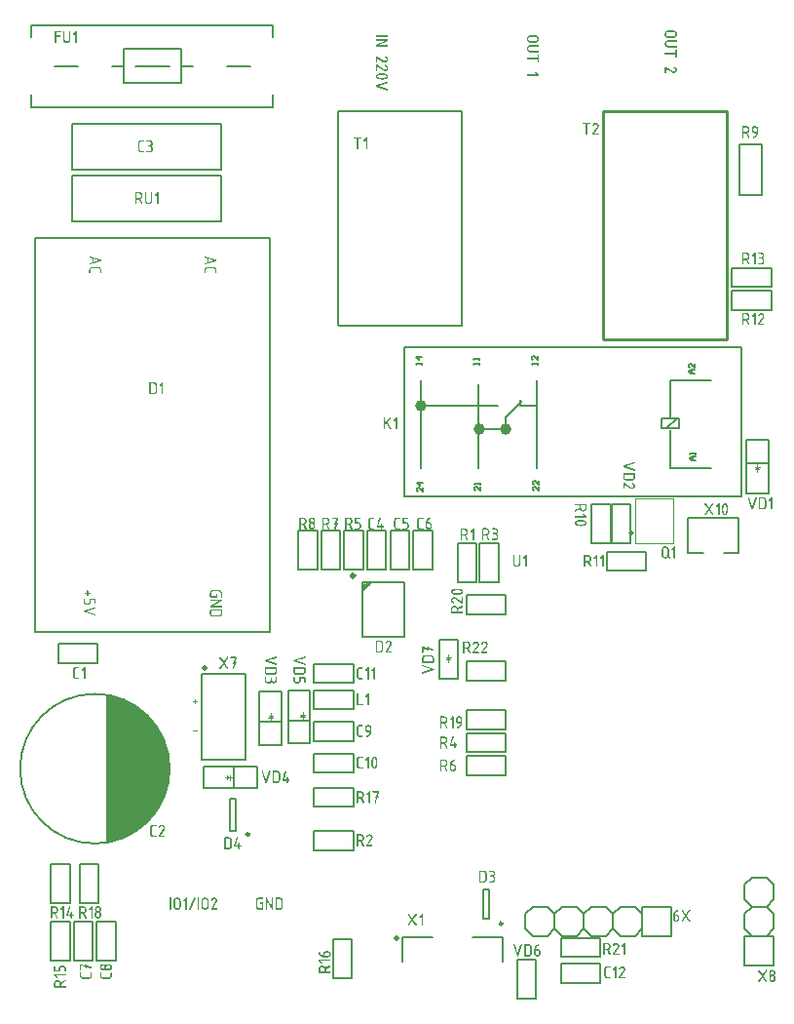
<source format=gto>
G04 Layer_Color=65535*
%FSLAX25Y25*%
%MOIN*%
G70*
G01*
G75*
%ADD11C,0.03937*%
%ADD35C,0.01181*%
%ADD54C,0.00984*%
%ADD55C,0.01000*%
%ADD56C,0.00787*%
%ADD57C,0.01968*%
%ADD58C,0.00394*%
%ADD59C,0.00600*%
G36*
X19466Y10571D02*
X19503Y10564D01*
X19554Y10542D01*
X19605Y10513D01*
X19641Y10462D01*
X19670Y10396D01*
X19685Y10309D01*
Y10294D01*
X19678Y10265D01*
X19670Y10221D01*
X19649Y10177D01*
X19619Y10126D01*
X19576Y10083D01*
X19510Y10053D01*
X19423Y10039D01*
X16317D01*
X16762Y9682D01*
X16776Y9667D01*
X16798Y9631D01*
X16827Y9565D01*
X16835Y9529D01*
X16842Y9492D01*
Y9478D01*
X16835Y9448D01*
X16827Y9405D01*
X16805Y9361D01*
X16776Y9310D01*
X16725Y9266D01*
X16660Y9237D01*
X16572Y9223D01*
X16550D01*
X16507Y9230D01*
X16448Y9259D01*
X16419Y9273D01*
X16390Y9303D01*
X15595Y10097D01*
X15588Y10105D01*
X15581Y10112D01*
X15544Y10163D01*
X15508Y10228D01*
X15501Y10265D01*
X15493Y10309D01*
Y10323D01*
X15501Y10352D01*
X15508Y10396D01*
X15522Y10447D01*
X15559Y10491D01*
X15603Y10535D01*
X15668Y10564D01*
X15756Y10578D01*
X19437D01*
X19466Y10571D01*
D02*
G37*
G36*
X18679Y13458D02*
X18767Y13451D01*
X18869Y13429D01*
X18993Y13385D01*
X19116Y13327D01*
X19248Y13254D01*
X19313Y13203D01*
X19372Y13145D01*
X19386Y13130D01*
X19423Y13086D01*
X19474Y13021D01*
X19525Y12933D01*
X19583Y12824D01*
X19634Y12693D01*
X19670Y12547D01*
X19678Y12466D01*
X19685Y12386D01*
Y11570D01*
Y11555D01*
X19678Y11526D01*
X19670Y11490D01*
X19649Y11439D01*
X19619Y11388D01*
X19568Y11351D01*
X19503Y11322D01*
X19415Y11307D01*
X19401D01*
X19372Y11315D01*
X19335Y11322D01*
X19284Y11344D01*
X19233Y11373D01*
X19197Y11417D01*
X19167Y11482D01*
X19153Y11570D01*
Y12379D01*
Y12386D01*
Y12415D01*
X19146Y12459D01*
X19131Y12510D01*
X19116Y12576D01*
X19087Y12634D01*
X19051Y12700D01*
X19000Y12765D01*
X18993Y12773D01*
X18971Y12787D01*
X18934Y12816D01*
X18890Y12846D01*
X18832Y12875D01*
X18767Y12904D01*
X18686Y12919D01*
X18606Y12926D01*
X18161D01*
X18118Y12919D01*
X18067Y12904D01*
X18001Y12889D01*
X17943Y12860D01*
X17877Y12816D01*
X17811Y12765D01*
X17804Y12758D01*
X17790Y12736D01*
X17761Y12700D01*
X17731Y12656D01*
X17702Y12598D01*
X17673Y12532D01*
X17658Y12459D01*
X17651Y12379D01*
Y11570D01*
Y11555D01*
X17644Y11526D01*
X17637Y11490D01*
X17615Y11439D01*
X17585Y11388D01*
X17542Y11351D01*
X17476Y11322D01*
X17389Y11307D01*
X15741D01*
X15712Y11315D01*
X15676Y11322D01*
X15624Y11344D01*
X15574Y11373D01*
X15537Y11417D01*
X15508Y11482D01*
X15493Y11570D01*
Y12991D01*
Y13006D01*
X15501Y13035D01*
X15508Y13072D01*
X15522Y13123D01*
X15559Y13174D01*
X15603Y13210D01*
X15668Y13239D01*
X15756Y13254D01*
X15770D01*
X15800Y13247D01*
X15843Y13239D01*
X15887Y13225D01*
X15938Y13188D01*
X15982Y13145D01*
X16011Y13079D01*
X16025Y12991D01*
Y11847D01*
X17119D01*
Y12386D01*
Y12394D01*
Y12408D01*
Y12430D01*
X17126Y12459D01*
X17133Y12547D01*
X17155Y12649D01*
X17199Y12765D01*
X17257Y12897D01*
X17330Y13021D01*
X17381Y13086D01*
X17440Y13145D01*
Y13152D01*
X17454Y13159D01*
X17498Y13195D01*
X17564Y13247D01*
X17651Y13305D01*
X17768Y13363D01*
X17892Y13414D01*
X18037Y13451D01*
X18118Y13465D01*
X18650D01*
X18679Y13458D01*
D02*
G37*
G36*
X110032Y13386D02*
X110090Y13356D01*
X110127Y13334D01*
X110156Y13305D01*
X110171Y13291D01*
X110193Y13254D01*
X110222Y13196D01*
X110229Y13160D01*
X110236Y13123D01*
Y13116D01*
Y13094D01*
X110229Y13065D01*
X110222Y13028D01*
X110207Y12992D01*
X110185Y12955D01*
X110156Y12919D01*
X110120Y12897D01*
X108610Y12139D01*
Y12110D01*
Y11366D01*
X109988D01*
X110018Y11359D01*
X110054Y11352D01*
X110105Y11330D01*
X110156Y11301D01*
X110193Y11250D01*
X110222Y11184D01*
X110236Y11096D01*
Y11082D01*
X110229Y11053D01*
X110222Y11009D01*
X110200Y10965D01*
X110171Y10914D01*
X110127Y10870D01*
X110061Y10841D01*
X109974Y10827D01*
X106292D01*
X106263Y10834D01*
X106227Y10841D01*
X106176Y10863D01*
X106125Y10892D01*
X106088Y10936D01*
X106059Y11002D01*
X106044Y11089D01*
Y12110D01*
Y12117D01*
Y12132D01*
Y12161D01*
X106052Y12197D01*
X106059Y12248D01*
X106066Y12299D01*
X106088Y12423D01*
X106139Y12562D01*
X106205Y12715D01*
X106249Y12795D01*
X106300Y12868D01*
X106358Y12941D01*
X106424Y13014D01*
X106431Y13021D01*
X106438Y13028D01*
X106460Y13050D01*
X106489Y13072D01*
X106526Y13101D01*
X106569Y13130D01*
X106679Y13203D01*
X106810Y13276D01*
X106963Y13334D01*
X107138Y13378D01*
X107233Y13386D01*
X107327Y13393D01*
X107364D01*
X107408Y13386D01*
X107466Y13378D01*
X107539Y13371D01*
X107619Y13356D01*
X107707Y13334D01*
X107801Y13298D01*
X107903Y13262D01*
X107998Y13211D01*
X108100Y13152D01*
X108195Y13079D01*
X108282Y12999D01*
X108363Y12897D01*
X108436Y12788D01*
X108494Y12657D01*
X109850Y13356D01*
X109857Y13364D01*
X109886Y13378D01*
X109930Y13386D01*
X109974Y13393D01*
X109988D01*
X110032Y13386D01*
D02*
G37*
G36*
X18817Y33712D02*
X18861Y33705D01*
X18912Y33690D01*
X18956Y33654D01*
X18999Y33610D01*
X19028Y33544D01*
X19043Y33457D01*
Y29790D01*
Y29775D01*
X19036Y29746D01*
X19028Y29710D01*
X19006Y29659D01*
X18977Y29608D01*
X18926Y29571D01*
X18861Y29542D01*
X18773Y29528D01*
X18759D01*
X18730Y29535D01*
X18686Y29542D01*
X18642Y29564D01*
X18591Y29593D01*
X18547Y29637D01*
X18518Y29702D01*
X18504Y29790D01*
Y32895D01*
X18146Y32451D01*
X18132Y32436D01*
X18095Y32414D01*
X18030Y32385D01*
X17993Y32378D01*
X17957Y32371D01*
X17942D01*
X17913Y32378D01*
X17869Y32385D01*
X17826Y32407D01*
X17774Y32436D01*
X17731Y32487D01*
X17702Y32553D01*
X17687Y32640D01*
Y32648D01*
Y32662D01*
X17694Y32706D01*
X17724Y32764D01*
X17738Y32794D01*
X17767Y32823D01*
X18562Y33617D01*
X18569Y33625D01*
X18576Y33632D01*
X18627Y33668D01*
X18693Y33705D01*
X18730Y33712D01*
X18773Y33719D01*
X18788D01*
X18817Y33712D01*
D02*
G37*
G36*
X20895D02*
X20938Y33705D01*
X20989Y33690D01*
X21033Y33654D01*
X21077Y33610D01*
X21106Y33544D01*
X21121Y33457D01*
Y33450D01*
Y33428D01*
X21113Y33399D01*
X21099Y33355D01*
X20370Y30869D01*
X21193D01*
Y31416D01*
Y31430D01*
X21201Y31459D01*
X21208Y31496D01*
X21230Y31547D01*
X21259Y31598D01*
X21310Y31634D01*
X21376Y31664D01*
X21463Y31678D01*
X21478D01*
X21507Y31671D01*
X21551Y31664D01*
X21602Y31649D01*
X21645Y31613D01*
X21689Y31569D01*
X21718Y31503D01*
X21733Y31416D01*
Y30869D01*
X22083D01*
X22112Y30862D01*
X22156Y30854D01*
X22207Y30840D01*
X22251Y30803D01*
X22294Y30760D01*
X22323Y30694D01*
X22338Y30606D01*
Y30592D01*
X22331Y30563D01*
X22323Y30519D01*
X22302Y30475D01*
X22272Y30424D01*
X22221Y30380D01*
X22156Y30351D01*
X22068Y30337D01*
X21733D01*
Y29790D01*
Y29775D01*
X21726Y29746D01*
X21718Y29710D01*
X21697Y29659D01*
X21667Y29608D01*
X21616Y29571D01*
X21551Y29542D01*
X21463Y29528D01*
X21449D01*
X21419Y29535D01*
X21376Y29542D01*
X21332Y29564D01*
X21281Y29593D01*
X21237Y29637D01*
X21208Y29702D01*
X21193Y29790D01*
Y30337D01*
X20020D01*
X19991Y30344D01*
X19947Y30351D01*
X19903Y30373D01*
X19852Y30402D01*
X19808Y30446D01*
X19779Y30512D01*
X19765Y30599D01*
Y30606D01*
Y30628D01*
X19772Y30672D01*
X20588Y33522D01*
Y33530D01*
X20603Y33552D01*
X20618Y33588D01*
X20647Y33625D01*
X20676Y33654D01*
X20727Y33690D01*
X20778Y33712D01*
X20851Y33719D01*
X20865D01*
X20895Y33712D01*
D02*
G37*
G36*
X19481Y8464D02*
X19539Y8435D01*
X19576Y8413D01*
X19605Y8384D01*
X19619Y8370D01*
X19641Y8333D01*
X19670Y8275D01*
X19678Y8238D01*
X19685Y8202D01*
Y8195D01*
Y8173D01*
X19678Y8144D01*
X19670Y8107D01*
X19656Y8071D01*
X19634Y8034D01*
X19605Y7998D01*
X19568Y7976D01*
X18059Y7218D01*
Y7188D01*
Y6445D01*
X19437D01*
X19466Y6438D01*
X19503Y6430D01*
X19554Y6408D01*
X19605Y6379D01*
X19641Y6328D01*
X19670Y6263D01*
X19685Y6175D01*
Y6161D01*
X19678Y6132D01*
X19670Y6088D01*
X19649Y6044D01*
X19619Y5993D01*
X19576Y5949D01*
X19510Y5920D01*
X19423Y5906D01*
X15741D01*
X15712Y5913D01*
X15676Y5920D01*
X15624Y5942D01*
X15574Y5971D01*
X15537Y6015D01*
X15508Y6081D01*
X15493Y6168D01*
Y7188D01*
Y7196D01*
Y7210D01*
Y7240D01*
X15501Y7276D01*
X15508Y7327D01*
X15515Y7378D01*
X15537Y7502D01*
X15588Y7641D01*
X15654Y7794D01*
X15697Y7874D01*
X15748Y7947D01*
X15807Y8020D01*
X15872Y8093D01*
X15880Y8100D01*
X15887Y8107D01*
X15909Y8129D01*
X15938Y8151D01*
X15974Y8180D01*
X16018Y8209D01*
X16127Y8282D01*
X16259Y8355D01*
X16412Y8413D01*
X16587Y8457D01*
X16682Y8464D01*
X16776Y8472D01*
X16813D01*
X16857Y8464D01*
X16915Y8457D01*
X16988Y8450D01*
X17068Y8435D01*
X17155Y8413D01*
X17250Y8377D01*
X17352Y8340D01*
X17447Y8289D01*
X17549Y8231D01*
X17644Y8158D01*
X17731Y8078D01*
X17811Y7976D01*
X17884Y7867D01*
X17943Y7735D01*
X19299Y8435D01*
X19306Y8442D01*
X19335Y8457D01*
X19379Y8464D01*
X19423Y8472D01*
X19437D01*
X19481Y8464D01*
D02*
G37*
G36*
X28561Y33712D02*
X28605Y33705D01*
X28656Y33690D01*
X28700Y33654D01*
X28743Y33610D01*
X28773Y33544D01*
X28787Y33457D01*
Y29790D01*
Y29775D01*
X28780Y29746D01*
X28773Y29710D01*
X28751Y29659D01*
X28721Y29608D01*
X28670Y29571D01*
X28605Y29542D01*
X28517Y29528D01*
X28503D01*
X28474Y29535D01*
X28430Y29542D01*
X28386Y29564D01*
X28335Y29593D01*
X28291Y29637D01*
X28262Y29702D01*
X28248Y29790D01*
Y32895D01*
X27890Y32451D01*
X27876Y32436D01*
X27839Y32414D01*
X27774Y32385D01*
X27737Y32378D01*
X27701Y32371D01*
X27686D01*
X27657Y32378D01*
X27613Y32385D01*
X27570Y32407D01*
X27519Y32436D01*
X27475Y32487D01*
X27446Y32553D01*
X27431Y32640D01*
Y32648D01*
Y32662D01*
X27438Y32706D01*
X27468Y32764D01*
X27482Y32794D01*
X27511Y32823D01*
X28306Y33617D01*
X28313Y33625D01*
X28321Y33632D01*
X28372Y33668D01*
X28437Y33705D01*
X28474Y33712D01*
X28517Y33719D01*
X28532D01*
X28561Y33712D01*
D02*
G37*
G36*
X30668D02*
X30755Y33705D01*
X30857Y33683D01*
X30974Y33639D01*
X31105Y33581D01*
X31229Y33508D01*
X31295Y33457D01*
X31353Y33399D01*
X31360D01*
X31368Y33384D01*
X31404Y33340D01*
X31455Y33275D01*
X31514Y33187D01*
X31572Y33078D01*
X31623Y32947D01*
X31659Y32801D01*
X31674Y32721D01*
Y32640D01*
Y32633D01*
Y32618D01*
Y32589D01*
X31667Y32553D01*
X31659Y32509D01*
X31652Y32458D01*
X31623Y32334D01*
X31572Y32203D01*
X31499Y32072D01*
X31455Y31999D01*
X31404Y31941D01*
X31339Y31882D01*
X31266Y31824D01*
X31280Y31817D01*
X31309Y31787D01*
X31360Y31744D01*
X31419Y31685D01*
X31477Y31613D01*
X31543Y31525D01*
X31594Y31423D01*
X31630Y31306D01*
Y31299D01*
X31637Y31270D01*
X31645Y31219D01*
X31652Y31153D01*
X31659Y31058D01*
X31667Y30935D01*
Y30862D01*
X31674Y30789D01*
Y30701D01*
Y30606D01*
Y30599D01*
Y30585D01*
Y30563D01*
X31667Y30534D01*
X31659Y30446D01*
X31637Y30344D01*
X31594Y30220D01*
X31535Y30096D01*
X31462Y29965D01*
X31411Y29899D01*
X31353Y29841D01*
X31339Y29826D01*
X31295Y29790D01*
X31229Y29739D01*
X31142Y29688D01*
X31032Y29630D01*
X30901Y29579D01*
X30755Y29542D01*
X30675Y29535D01*
X30595Y29528D01*
X30551D01*
X30522Y29535D01*
X30435Y29542D01*
X30332Y29564D01*
X30209Y29608D01*
X30085Y29659D01*
X29954Y29739D01*
X29888Y29783D01*
X29829Y29841D01*
Y29848D01*
X29815Y29856D01*
X29779Y29899D01*
X29728Y29965D01*
X29676Y30052D01*
X29618Y30169D01*
X29567Y30293D01*
X29531Y30446D01*
X29523Y30526D01*
X29516Y30606D01*
Y31015D01*
Y31022D01*
Y31037D01*
Y31066D01*
X29523Y31102D01*
X29531Y31146D01*
X29538Y31197D01*
X29567Y31314D01*
X29618Y31445D01*
X29691Y31583D01*
X29735Y31649D01*
X29793Y31707D01*
X29851Y31773D01*
X29924Y31824D01*
X29917D01*
X29910Y31839D01*
X29859Y31875D01*
X29793Y31941D01*
X29720Y32028D01*
X29647Y32145D01*
X29582Y32283D01*
X29531Y32451D01*
X29523Y32546D01*
X29516Y32640D01*
Y32648D01*
Y32662D01*
Y32684D01*
X29523Y32713D01*
X29531Y32801D01*
X29553Y32903D01*
X29596Y33020D01*
X29647Y33151D01*
X29728Y33275D01*
X29771Y33340D01*
X29829Y33399D01*
X29837Y33406D01*
X29844Y33413D01*
X29888Y33450D01*
X29954Y33501D01*
X30041Y33559D01*
X30158Y33617D01*
X30281Y33668D01*
X30435Y33705D01*
X30515Y33719D01*
X30639D01*
X30668Y33712D01*
D02*
G37*
G36*
X44678Y277806D02*
X44729Y277799D01*
X44780Y277792D01*
X44904Y277770D01*
X45042Y277719D01*
X45195Y277653D01*
X45275Y277610D01*
X45348Y277559D01*
X45421Y277500D01*
X45494Y277435D01*
X45501Y277427D01*
X45509Y277420D01*
X45531Y277398D01*
X45552Y277369D01*
X45582Y277333D01*
X45611Y277289D01*
X45684Y277180D01*
X45757Y277048D01*
X45815Y276895D01*
X45859Y276720D01*
X45866Y276625D01*
X45873Y276531D01*
Y276523D01*
Y276494D01*
X45866Y276451D01*
X45859Y276392D01*
X45851Y276319D01*
X45837Y276239D01*
X45815Y276152D01*
X45778Y276057D01*
X45742Y275955D01*
X45691Y275860D01*
X45633Y275758D01*
X45560Y275663D01*
X45480Y275576D01*
X45377Y275496D01*
X45268Y275423D01*
X45137Y275364D01*
X45837Y274008D01*
X45844Y274001D01*
X45859Y273972D01*
X45866Y273928D01*
X45873Y273885D01*
Y273877D01*
Y273870D01*
X45866Y273826D01*
X45837Y273768D01*
X45815Y273731D01*
X45786Y273702D01*
X45771Y273688D01*
X45735Y273666D01*
X45676Y273637D01*
X45640Y273629D01*
X45603Y273622D01*
X45574D01*
X45545Y273629D01*
X45509Y273637D01*
X45472Y273651D01*
X45436Y273673D01*
X45399Y273702D01*
X45377Y273739D01*
X44619Y275248D01*
X43847D01*
Y273885D01*
Y273870D01*
X43839Y273841D01*
X43832Y273804D01*
X43810Y273753D01*
X43781Y273702D01*
X43730Y273666D01*
X43664Y273637D01*
X43577Y273622D01*
X43562D01*
X43533Y273629D01*
X43489Y273637D01*
X43446Y273658D01*
X43395Y273688D01*
X43351Y273731D01*
X43322Y273797D01*
X43307Y273885D01*
Y277551D01*
Y277566D01*
X43314Y277595D01*
X43322Y277632D01*
X43343Y277683D01*
X43373Y277734D01*
X43416Y277770D01*
X43482Y277799D01*
X43569Y277814D01*
X44641D01*
X44678Y277806D01*
D02*
G37*
G36*
X110018Y15492D02*
X110054Y15485D01*
X110105Y15463D01*
X110156Y15434D01*
X110193Y15383D01*
X110222Y15317D01*
X110236Y15230D01*
Y15215D01*
X110229Y15186D01*
X110222Y15142D01*
X110200Y15099D01*
X110171Y15048D01*
X110127Y15004D01*
X110061Y14975D01*
X109974Y14960D01*
X106868D01*
X107313Y14603D01*
X107327Y14588D01*
X107349Y14552D01*
X107378Y14486D01*
X107386Y14450D01*
X107393Y14413D01*
Y14399D01*
X107386Y14370D01*
X107378Y14326D01*
X107357Y14282D01*
X107327Y14231D01*
X107276Y14187D01*
X107211Y14158D01*
X107123Y14144D01*
X107102D01*
X107058Y14151D01*
X107000Y14180D01*
X106970Y14195D01*
X106941Y14224D01*
X106147Y15019D01*
X106139Y15026D01*
X106132Y15033D01*
X106096Y15084D01*
X106059Y15150D01*
X106052Y15186D01*
X106044Y15230D01*
Y15245D01*
X106052Y15274D01*
X106059Y15317D01*
X106074Y15368D01*
X106110Y15412D01*
X106154Y15456D01*
X106219Y15485D01*
X106307Y15500D01*
X109988D01*
X110018Y15492D01*
D02*
G37*
G36*
X109230Y18379D02*
X109318Y18372D01*
X109420Y18350D01*
X109544Y18306D01*
X109668Y18248D01*
X109799Y18175D01*
X109864Y18124D01*
X109923Y18066D01*
X109937Y18051D01*
X109974Y18007D01*
X110025Y17942D01*
X110076Y17854D01*
X110134Y17745D01*
X110185Y17614D01*
X110222Y17468D01*
X110229Y17388D01*
X110236Y17308D01*
Y17300D01*
Y17286D01*
Y17264D01*
X110229Y17235D01*
X110222Y17147D01*
X110200Y17038D01*
X110163Y16914D01*
X110105Y16790D01*
X110032Y16659D01*
X109930Y16535D01*
X109923D01*
X109915Y16520D01*
X109872Y16484D01*
X109806Y16440D01*
X109719Y16382D01*
X109602Y16323D01*
X109478Y16280D01*
X109325Y16243D01*
X109165Y16229D01*
X107867D01*
X107816Y16236D01*
X107758Y16243D01*
X107685Y16251D01*
X107605Y16265D01*
X107517Y16287D01*
X107320Y16345D01*
X107218Y16382D01*
X107109Y16425D01*
X107000Y16477D01*
X106897Y16542D01*
X106788Y16615D01*
X106686Y16695D01*
X106679Y16702D01*
X106671Y16710D01*
X106649Y16732D01*
X106620Y16761D01*
X106547Y16834D01*
X106460Y16936D01*
X106365Y17052D01*
X106263Y17191D01*
X106176Y17337D01*
X106096Y17497D01*
Y17504D01*
X106088Y17519D01*
X106081Y17541D01*
X106066Y17570D01*
X106052Y17643D01*
X106044Y17708D01*
Y17723D01*
X106052Y17752D01*
X106059Y17796D01*
X106074Y17847D01*
X106110Y17891D01*
X106154Y17934D01*
X106219Y17964D01*
X106307Y17978D01*
X106336D01*
X106372Y17971D01*
X106416Y17956D01*
X106453Y17942D01*
X106497Y17913D01*
X106526Y17876D01*
X106547Y17825D01*
Y17818D01*
X106555Y17803D01*
X106562Y17781D01*
X106569Y17752D01*
X106606Y17672D01*
X106649Y17570D01*
X106722Y17453D01*
X106810Y17329D01*
X106927Y17198D01*
X107065Y17074D01*
X107080Y17067D01*
X107123Y17031D01*
X107182Y16994D01*
X107262Y16943D01*
X107357Y16892D01*
X107459Y16841D01*
X107561Y16805D01*
X107670Y16783D01*
Y17308D01*
Y17315D01*
Y17329D01*
Y17351D01*
X107677Y17380D01*
X107685Y17468D01*
X107707Y17570D01*
X107750Y17694D01*
X107809Y17818D01*
X107881Y17949D01*
X107933Y18015D01*
X107991Y18073D01*
Y18080D01*
X108005Y18088D01*
X108049Y18124D01*
X108115Y18175D01*
X108202Y18233D01*
X108312Y18284D01*
X108443Y18336D01*
X108589Y18372D01*
X108669Y18386D01*
X109201D01*
X109230Y18379D01*
D02*
G37*
G36*
X25485Y33712D02*
X25536Y33705D01*
X25587Y33697D01*
X25711Y33676D01*
X25849Y33625D01*
X26002Y33559D01*
X26083Y33515D01*
X26155Y33464D01*
X26228Y33406D01*
X26301Y33340D01*
X26309Y33333D01*
X26316Y33326D01*
X26338Y33304D01*
X26360Y33275D01*
X26389Y33238D01*
X26418Y33194D01*
X26491Y33085D01*
X26564Y32954D01*
X26622Y32801D01*
X26666Y32626D01*
X26673Y32531D01*
X26680Y32436D01*
Y32429D01*
Y32400D01*
X26673Y32356D01*
X26666Y32298D01*
X26658Y32225D01*
X26644Y32145D01*
X26622Y32057D01*
X26586Y31962D01*
X26549Y31860D01*
X26498Y31766D01*
X26440Y31664D01*
X26367Y31569D01*
X26287Y31481D01*
X26184Y31401D01*
X26075Y31328D01*
X25944Y31270D01*
X26644Y29914D01*
X26651Y29907D01*
X26666Y29877D01*
X26673Y29834D01*
X26680Y29790D01*
Y29783D01*
Y29775D01*
X26673Y29732D01*
X26644Y29673D01*
X26622Y29637D01*
X26593Y29608D01*
X26578Y29593D01*
X26542Y29571D01*
X26483Y29542D01*
X26447Y29535D01*
X26410Y29528D01*
X26381D01*
X26352Y29535D01*
X26316Y29542D01*
X26279Y29557D01*
X26243Y29579D01*
X26206Y29608D01*
X26184Y29644D01*
X25426Y31153D01*
X24654D01*
Y29790D01*
Y29775D01*
X24646Y29746D01*
X24639Y29710D01*
X24617Y29659D01*
X24588Y29608D01*
X24537Y29571D01*
X24471Y29542D01*
X24384Y29528D01*
X24369D01*
X24340Y29535D01*
X24296Y29542D01*
X24253Y29564D01*
X24202Y29593D01*
X24158Y29637D01*
X24129Y29702D01*
X24114Y29790D01*
Y33457D01*
Y33471D01*
X24122Y33501D01*
X24129Y33537D01*
X24151Y33588D01*
X24180Y33639D01*
X24224Y33676D01*
X24289Y33705D01*
X24377Y33719D01*
X25448D01*
X25485Y33712D01*
D02*
G37*
G36*
X15741D02*
X15792Y33705D01*
X15843Y33697D01*
X15967Y33676D01*
X16105Y33625D01*
X16258Y33559D01*
X16338Y33515D01*
X16411Y33464D01*
X16484Y33406D01*
X16557Y33340D01*
X16564Y33333D01*
X16572Y33326D01*
X16593Y33304D01*
X16615Y33275D01*
X16645Y33238D01*
X16674Y33194D01*
X16747Y33085D01*
X16819Y32954D01*
X16878Y32801D01*
X16922Y32626D01*
X16929Y32531D01*
X16936Y32436D01*
Y32429D01*
Y32400D01*
X16929Y32356D01*
X16922Y32298D01*
X16914Y32225D01*
X16900Y32145D01*
X16878Y32057D01*
X16841Y31962D01*
X16805Y31860D01*
X16754Y31766D01*
X16696Y31664D01*
X16623Y31569D01*
X16543Y31481D01*
X16440Y31401D01*
X16331Y31328D01*
X16200Y31270D01*
X16900Y29914D01*
X16907Y29907D01*
X16922Y29877D01*
X16929Y29834D01*
X16936Y29790D01*
Y29783D01*
Y29775D01*
X16929Y29732D01*
X16900Y29673D01*
X16878Y29637D01*
X16849Y29608D01*
X16834Y29593D01*
X16798Y29571D01*
X16739Y29542D01*
X16703Y29535D01*
X16666Y29528D01*
X16637D01*
X16608Y29535D01*
X16572Y29542D01*
X16535Y29557D01*
X16499Y29579D01*
X16462Y29608D01*
X16440Y29644D01*
X15682Y31153D01*
X14909D01*
Y29790D01*
Y29775D01*
X14902Y29746D01*
X14895Y29710D01*
X14873Y29659D01*
X14844Y29608D01*
X14793Y29571D01*
X14727Y29542D01*
X14640Y29528D01*
X14625D01*
X14596Y29535D01*
X14552Y29542D01*
X14509Y29564D01*
X14458Y29593D01*
X14414Y29637D01*
X14385Y29702D01*
X14370Y29790D01*
Y33457D01*
Y33471D01*
X14377Y33501D01*
X14385Y33537D01*
X14406Y33588D01*
X14436Y33639D01*
X14479Y33676D01*
X14545Y33705D01*
X14633Y33719D01*
X15704D01*
X15741Y33712D01*
D02*
G37*
G36*
X103885Y166586D02*
X103973Y166579D01*
X104075Y166557D01*
X104192Y166513D01*
X104323Y166455D01*
X104447Y166382D01*
X104512Y166331D01*
X104571Y166273D01*
X104578D01*
X104585Y166258D01*
X104622Y166214D01*
X104673Y166149D01*
X104731Y166061D01*
X104789Y165952D01*
X104841Y165821D01*
X104877Y165675D01*
X104892Y165595D01*
Y165514D01*
Y165507D01*
Y165492D01*
Y165463D01*
X104884Y165427D01*
X104877Y165383D01*
X104870Y165332D01*
X104841Y165208D01*
X104789Y165077D01*
X104717Y164946D01*
X104673Y164873D01*
X104622Y164815D01*
X104556Y164756D01*
X104483Y164698D01*
X104498Y164691D01*
X104527Y164662D01*
X104578Y164618D01*
X104636Y164559D01*
X104695Y164487D01*
X104760Y164399D01*
X104811Y164297D01*
X104848Y164180D01*
Y164173D01*
X104855Y164144D01*
X104862Y164093D01*
X104870Y164027D01*
X104877Y163933D01*
X104884Y163809D01*
Y163736D01*
X104892Y163663D01*
Y163575D01*
Y163480D01*
Y163473D01*
Y163459D01*
Y163437D01*
X104884Y163408D01*
X104877Y163320D01*
X104855Y163218D01*
X104811Y163094D01*
X104753Y162970D01*
X104680Y162839D01*
X104629Y162773D01*
X104571Y162715D01*
X104556Y162700D01*
X104512Y162664D01*
X104447Y162613D01*
X104359Y162562D01*
X104250Y162504D01*
X104119Y162453D01*
X103973Y162416D01*
X103893Y162409D01*
X103813Y162402D01*
X103769D01*
X103740Y162409D01*
X103652Y162416D01*
X103550Y162438D01*
X103426Y162482D01*
X103302Y162533D01*
X103171Y162613D01*
X103105Y162657D01*
X103047Y162715D01*
Y162722D01*
X103033Y162730D01*
X102996Y162773D01*
X102945Y162839D01*
X102894Y162926D01*
X102836Y163043D01*
X102785Y163167D01*
X102748Y163320D01*
X102741Y163400D01*
X102734Y163480D01*
Y163889D01*
Y163896D01*
Y163911D01*
Y163940D01*
X102741Y163976D01*
X102748Y164020D01*
X102756Y164071D01*
X102785Y164188D01*
X102836Y164319D01*
X102909Y164457D01*
X102952Y164523D01*
X103011Y164581D01*
X103069Y164647D01*
X103142Y164698D01*
X103135D01*
X103127Y164713D01*
X103076Y164749D01*
X103011Y164815D01*
X102938Y164902D01*
X102865Y165019D01*
X102799Y165157D01*
X102748Y165325D01*
X102741Y165420D01*
X102734Y165514D01*
Y165522D01*
Y165536D01*
Y165558D01*
X102741Y165587D01*
X102748Y165675D01*
X102770Y165777D01*
X102814Y165893D01*
X102865Y166025D01*
X102945Y166149D01*
X102989Y166214D01*
X103047Y166273D01*
X103054Y166280D01*
X103062Y166287D01*
X103105Y166324D01*
X103171Y166375D01*
X103259Y166433D01*
X103375Y166491D01*
X103499Y166542D01*
X103652Y166579D01*
X103732Y166593D01*
X103856D01*
X103885Y166586D01*
D02*
G37*
G36*
X252355Y300444D02*
X252406Y300437D01*
X252457Y300430D01*
X252581Y300408D01*
X252719Y300357D01*
X252872Y300291D01*
X252953Y300248D01*
X253026Y300196D01*
X253098Y300138D01*
X253171Y300073D01*
X253179Y300065D01*
X253186Y300058D01*
X253208Y300036D01*
X253230Y300007D01*
X253259Y299970D01*
X253288Y299927D01*
X253361Y299817D01*
X253434Y299686D01*
X253492Y299533D01*
X253536Y299358D01*
X253543Y299263D01*
X253550Y299169D01*
Y299161D01*
Y299132D01*
X253543Y299088D01*
X253536Y299030D01*
X253528Y298957D01*
X253514Y298877D01*
X253492Y298790D01*
X253456Y298695D01*
X253419Y298593D01*
X253368Y298498D01*
X253310Y298396D01*
X253237Y298301D01*
X253157Y298214D01*
X253055Y298133D01*
X252945Y298060D01*
X252814Y298002D01*
X253514Y296646D01*
X253521Y296639D01*
X253536Y296610D01*
X253543Y296566D01*
X253550Y296522D01*
Y296515D01*
Y296508D01*
X253543Y296464D01*
X253514Y296406D01*
X253492Y296369D01*
X253463Y296340D01*
X253448Y296325D01*
X253412Y296304D01*
X253354Y296274D01*
X253317Y296267D01*
X253281Y296260D01*
X253251D01*
X253222Y296267D01*
X253186Y296274D01*
X253149Y296289D01*
X253113Y296311D01*
X253077Y296340D01*
X253055Y296376D01*
X252296Y297885D01*
X251524D01*
Y296522D01*
Y296508D01*
X251516Y296479D01*
X251509Y296442D01*
X251487Y296391D01*
X251458Y296340D01*
X251407Y296304D01*
X251342Y296274D01*
X251254Y296260D01*
X251239D01*
X251210Y296267D01*
X251167Y296274D01*
X251123Y296296D01*
X251072Y296325D01*
X251028Y296369D01*
X250999Y296435D01*
X250984Y296522D01*
Y300189D01*
Y300204D01*
X250992Y300233D01*
X250999Y300269D01*
X251021Y300320D01*
X251050Y300371D01*
X251094Y300408D01*
X251159Y300437D01*
X251247Y300452D01*
X252318D01*
X252355Y300444D01*
D02*
G37*
G36*
X255460D02*
X255548Y300437D01*
X255650Y300415D01*
X255774Y300379D01*
X255898Y300320D01*
X256029Y300240D01*
X256095Y300196D01*
X256153Y300138D01*
X256160D01*
X256167Y300124D01*
X256204Y300080D01*
X256255Y300014D01*
X256313Y299927D01*
X256364Y299817D01*
X256415Y299686D01*
X256452Y299540D01*
X256466Y299460D01*
Y299380D01*
Y298155D01*
Y298141D01*
Y298112D01*
X256459Y298053D01*
X256452Y297980D01*
X256437Y297885D01*
X256415Y297783D01*
X256386Y297667D01*
X256342Y297543D01*
X256291Y297412D01*
X256226Y297273D01*
X256146Y297127D01*
X256051Y296989D01*
X255934Y296843D01*
X255803Y296712D01*
X255650Y296581D01*
X255475Y296457D01*
X255460Y296449D01*
X255424Y296427D01*
X255365Y296391D01*
X255293Y296362D01*
X255212Y296325D01*
X255125Y296289D01*
X255052Y296267D01*
X254979Y296260D01*
X254965D01*
X254914Y296267D01*
X254855Y296289D01*
X254790Y296333D01*
Y296340D01*
X254775Y296347D01*
X254753Y296384D01*
X254731Y296449D01*
X254717Y296522D01*
Y296530D01*
Y296551D01*
X254724Y296581D01*
X254731Y296617D01*
X254753Y296661D01*
X254775Y296697D01*
X254812Y296734D01*
X254855Y296756D01*
X254862D01*
X254892Y296770D01*
X254928Y296785D01*
X254979Y296807D01*
X255096Y296858D01*
X255212Y296916D01*
X255220Y296923D01*
X255242Y296938D01*
X255271Y296960D01*
X255307Y296989D01*
X255358Y297025D01*
X255417Y297076D01*
X255475Y297127D01*
X255533Y297193D01*
X255657Y297332D01*
X255767Y297499D01*
X255818Y297587D01*
X255861Y297681D01*
X255890Y297783D01*
X255912Y297885D01*
X255336D01*
X255307Y297893D01*
X255220Y297900D01*
X255118Y297922D01*
X255001Y297966D01*
X254870Y298017D01*
X254746Y298097D01*
X254680Y298141D01*
X254622Y298199D01*
Y298206D01*
X254607Y298214D01*
X254571Y298257D01*
X254520Y298323D01*
X254469Y298410D01*
X254411Y298527D01*
X254360Y298651D01*
X254323Y298804D01*
X254316Y298884D01*
X254309Y298964D01*
Y299373D01*
Y299380D01*
Y299394D01*
Y299416D01*
X254316Y299446D01*
X254323Y299533D01*
X254345Y299635D01*
X254389Y299752D01*
X254440Y299883D01*
X254520Y300007D01*
X254564Y300073D01*
X254622Y300131D01*
X254629Y300138D01*
X254637Y300145D01*
X254680Y300182D01*
X254746Y300233D01*
X254833Y300291D01*
X254950Y300349D01*
X255074Y300401D01*
X255227Y300437D01*
X255307Y300452D01*
X255431D01*
X255460Y300444D01*
D02*
G37*
G36*
X108654Y166586D02*
X108705Y166579D01*
X108756Y166571D01*
X108880Y166550D01*
X109019Y166499D01*
X109172Y166433D01*
X109252Y166389D01*
X109325Y166338D01*
X109398Y166280D01*
X109470Y166214D01*
X109478Y166207D01*
X109485Y166200D01*
X109507Y166178D01*
X109529Y166149D01*
X109558Y166112D01*
X109587Y166068D01*
X109660Y165959D01*
X109733Y165828D01*
X109791Y165675D01*
X109835Y165500D01*
X109842Y165405D01*
X109850Y165310D01*
Y165303D01*
Y165274D01*
X109842Y165230D01*
X109835Y165172D01*
X109828Y165099D01*
X109813Y165019D01*
X109791Y164931D01*
X109755Y164836D01*
X109718Y164734D01*
X109667Y164640D01*
X109609Y164538D01*
X109536Y164443D01*
X109456Y164355D01*
X109354Y164275D01*
X109245Y164202D01*
X109113Y164144D01*
X109813Y162788D01*
X109820Y162781D01*
X109835Y162751D01*
X109842Y162708D01*
X109850Y162664D01*
Y162657D01*
Y162649D01*
X109842Y162606D01*
X109813Y162547D01*
X109791Y162511D01*
X109762Y162482D01*
X109748Y162467D01*
X109711Y162445D01*
X109653Y162416D01*
X109616Y162409D01*
X109580Y162402D01*
X109551D01*
X109521Y162409D01*
X109485Y162416D01*
X109449Y162431D01*
X109412Y162453D01*
X109376Y162482D01*
X109354Y162518D01*
X108596Y164027D01*
X107823D01*
Y162664D01*
Y162649D01*
X107816Y162620D01*
X107808Y162584D01*
X107787Y162533D01*
X107757Y162482D01*
X107706Y162445D01*
X107641Y162416D01*
X107553Y162402D01*
X107539D01*
X107509Y162409D01*
X107466Y162416D01*
X107422Y162438D01*
X107371Y162467D01*
X107327Y162511D01*
X107298Y162576D01*
X107283Y162664D01*
Y166331D01*
Y166346D01*
X107291Y166375D01*
X107298Y166411D01*
X107320Y166462D01*
X107349Y166513D01*
X107393Y166550D01*
X107458Y166579D01*
X107546Y166593D01*
X108617D01*
X108654Y166586D01*
D02*
G37*
G36*
X112540D02*
X112576Y166579D01*
X112627Y166564D01*
X112678Y166528D01*
X112715Y166484D01*
X112744Y166426D01*
X112758Y166338D01*
Y166331D01*
Y166324D01*
Y166294D01*
X112751Y166258D01*
X112408Y164763D01*
X112510D01*
X112540Y164756D01*
X112583Y164749D01*
X112634Y164734D01*
X112678Y164698D01*
X112722Y164654D01*
X112751Y164589D01*
X112766Y164501D01*
Y164487D01*
X112758Y164457D01*
X112751Y164414D01*
X112729Y164370D01*
X112700Y164319D01*
X112649Y164275D01*
X112583Y164246D01*
X112496Y164231D01*
X112299D01*
X111942Y162606D01*
Y162598D01*
X111934Y162576D01*
X111913Y162540D01*
X111891Y162504D01*
X111854Y162467D01*
X111811Y162431D01*
X111759Y162409D01*
X111687Y162402D01*
X111672D01*
X111643Y162409D01*
X111599Y162416D01*
X111555Y162438D01*
X111504Y162467D01*
X111461Y162511D01*
X111432Y162576D01*
X111417Y162664D01*
Y162671D01*
Y162686D01*
Y162722D01*
X111767Y164231D01*
X111665D01*
X111636Y164239D01*
X111599Y164246D01*
X111548Y164268D01*
X111497Y164297D01*
X111461Y164348D01*
X111432Y164414D01*
X111417Y164501D01*
Y164516D01*
X111424Y164545D01*
X111432Y164581D01*
X111453Y164632D01*
X111483Y164683D01*
X111526Y164720D01*
X111592Y164749D01*
X111679Y164763D01*
X111869D01*
X112175Y166061D01*
X110856D01*
X110826Y166068D01*
X110783Y166076D01*
X110739Y166098D01*
X110688Y166127D01*
X110644Y166178D01*
X110615Y166243D01*
X110600Y166331D01*
Y166346D01*
X110608Y166375D01*
X110615Y166411D01*
X110637Y166462D01*
X110666Y166513D01*
X110717Y166550D01*
X110783Y166579D01*
X110870Y166593D01*
X112510D01*
X112540Y166586D01*
D02*
G37*
G36*
X100780D02*
X100831Y166579D01*
X100882Y166571D01*
X101006Y166550D01*
X101145Y166499D01*
X101298Y166433D01*
X101378Y166389D01*
X101451Y166338D01*
X101524Y166280D01*
X101596Y166214D01*
X101604Y166207D01*
X101611Y166200D01*
X101633Y166178D01*
X101655Y166149D01*
X101684Y166112D01*
X101713Y166068D01*
X101786Y165959D01*
X101859Y165828D01*
X101917Y165675D01*
X101961Y165500D01*
X101968Y165405D01*
X101976Y165310D01*
Y165303D01*
Y165274D01*
X101968Y165230D01*
X101961Y165172D01*
X101954Y165099D01*
X101939Y165019D01*
X101917Y164931D01*
X101881Y164836D01*
X101844Y164734D01*
X101793Y164640D01*
X101735Y164538D01*
X101662Y164443D01*
X101582Y164355D01*
X101480Y164275D01*
X101371Y164202D01*
X101239Y164144D01*
X101939Y162788D01*
X101946Y162781D01*
X101961Y162751D01*
X101968Y162708D01*
X101976Y162664D01*
Y162657D01*
Y162649D01*
X101968Y162606D01*
X101939Y162547D01*
X101917Y162511D01*
X101888Y162482D01*
X101874Y162467D01*
X101837Y162445D01*
X101779Y162416D01*
X101742Y162409D01*
X101706Y162402D01*
X101677D01*
X101647Y162409D01*
X101611Y162416D01*
X101575Y162431D01*
X101538Y162453D01*
X101502Y162482D01*
X101480Y162518D01*
X100722Y164027D01*
X99949D01*
Y162664D01*
Y162649D01*
X99942Y162620D01*
X99934Y162584D01*
X99913Y162533D01*
X99883Y162482D01*
X99832Y162445D01*
X99767Y162416D01*
X99679Y162402D01*
X99665D01*
X99635Y162409D01*
X99592Y162416D01*
X99548Y162438D01*
X99497Y162467D01*
X99453Y162511D01*
X99424Y162576D01*
X99410Y162664D01*
Y166331D01*
Y166346D01*
X99417Y166375D01*
X99424Y166411D01*
X99446Y166462D01*
X99475Y166513D01*
X99519Y166550D01*
X99584Y166579D01*
X99672Y166593D01*
X100743D01*
X100780Y166586D01*
D02*
G37*
G36*
X252355Y257137D02*
X252406Y257130D01*
X252457Y257123D01*
X252581Y257101D01*
X252719Y257050D01*
X252872Y256984D01*
X252953Y256940D01*
X253026Y256889D01*
X253098Y256831D01*
X253171Y256765D01*
X253179Y256758D01*
X253186Y256751D01*
X253208Y256729D01*
X253230Y256700D01*
X253259Y256663D01*
X253288Y256620D01*
X253361Y256510D01*
X253434Y256379D01*
X253492Y256226D01*
X253536Y256051D01*
X253543Y255956D01*
X253550Y255861D01*
Y255854D01*
Y255825D01*
X253543Y255781D01*
X253536Y255723D01*
X253528Y255650D01*
X253514Y255570D01*
X253492Y255482D01*
X253456Y255388D01*
X253419Y255286D01*
X253368Y255191D01*
X253310Y255089D01*
X253237Y254994D01*
X253157Y254907D01*
X253055Y254826D01*
X252945Y254753D01*
X252814Y254695D01*
X253514Y253339D01*
X253521Y253332D01*
X253536Y253303D01*
X253543Y253259D01*
X253550Y253215D01*
Y253208D01*
Y253201D01*
X253543Y253157D01*
X253514Y253099D01*
X253492Y253062D01*
X253463Y253033D01*
X253448Y253018D01*
X253412Y252996D01*
X253354Y252967D01*
X253317Y252960D01*
X253281Y252953D01*
X253251D01*
X253222Y252960D01*
X253186Y252967D01*
X253149Y252982D01*
X253113Y253004D01*
X253077Y253033D01*
X253055Y253069D01*
X252296Y254578D01*
X251524D01*
Y253215D01*
Y253201D01*
X251516Y253171D01*
X251509Y253135D01*
X251487Y253084D01*
X251458Y253033D01*
X251407Y252996D01*
X251342Y252967D01*
X251254Y252953D01*
X251239D01*
X251210Y252960D01*
X251167Y252967D01*
X251123Y252989D01*
X251072Y253018D01*
X251028Y253062D01*
X250999Y253128D01*
X250984Y253215D01*
Y256882D01*
Y256897D01*
X250992Y256926D01*
X250999Y256962D01*
X251021Y257013D01*
X251050Y257064D01*
X251094Y257101D01*
X251159Y257130D01*
X251247Y257144D01*
X252318D01*
X252355Y257137D01*
D02*
G37*
G36*
X255431D02*
X255475Y257130D01*
X255526Y257115D01*
X255570Y257079D01*
X255613Y257035D01*
X255643Y256969D01*
X255657Y256882D01*
Y253215D01*
Y253201D01*
X255650Y253171D01*
X255643Y253135D01*
X255621Y253084D01*
X255592Y253033D01*
X255540Y252996D01*
X255475Y252967D01*
X255387Y252953D01*
X255373D01*
X255344Y252960D01*
X255300Y252967D01*
X255256Y252989D01*
X255205Y253018D01*
X255161Y253062D01*
X255132Y253128D01*
X255118Y253215D01*
Y256321D01*
X254761Y255876D01*
X254746Y255861D01*
X254709Y255840D01*
X254644Y255810D01*
X254607Y255803D01*
X254571Y255796D01*
X254556D01*
X254527Y255803D01*
X254483Y255810D01*
X254440Y255832D01*
X254389Y255861D01*
X254345Y255912D01*
X254316Y255978D01*
X254301Y256066D01*
Y256073D01*
Y256087D01*
X254309Y256131D01*
X254338Y256189D01*
X254352Y256219D01*
X254381Y256248D01*
X255176Y257043D01*
X255183Y257050D01*
X255191Y257057D01*
X255242Y257094D01*
X255307Y257130D01*
X255344Y257137D01*
X255387Y257144D01*
X255402D01*
X255431Y257137D01*
D02*
G37*
G36*
X257538D02*
X257625Y257130D01*
X257728Y257108D01*
X257851Y257064D01*
X257975Y257006D01*
X258107Y256933D01*
X258172Y256882D01*
X258230Y256824D01*
X258238D01*
X258245Y256809D01*
X258281Y256765D01*
X258333Y256700D01*
X258391Y256612D01*
X258449Y256496D01*
X258500Y256372D01*
X258537Y256226D01*
X258551Y256146D01*
Y256066D01*
Y256058D01*
Y256044D01*
Y256015D01*
X258544Y255978D01*
X258537Y255934D01*
X258529Y255883D01*
X258500Y255759D01*
X258449Y255628D01*
X258376Y255497D01*
X258333Y255424D01*
X258281Y255366D01*
X258216Y255307D01*
X258143Y255249D01*
X258150D01*
X258158Y255235D01*
X258209Y255198D01*
X258274Y255133D01*
X258347Y255045D01*
X258420Y254928D01*
X258486Y254790D01*
X258537Y254629D01*
X258544Y254535D01*
X258551Y254440D01*
Y254032D01*
Y254024D01*
Y254010D01*
Y253988D01*
X258544Y253959D01*
X258537Y253871D01*
X258515Y253769D01*
X258471Y253645D01*
X258413Y253521D01*
X258340Y253390D01*
X258289Y253325D01*
X258230Y253266D01*
X258216Y253252D01*
X258172Y253215D01*
X258107Y253164D01*
X258012Y253113D01*
X257903Y253055D01*
X257771Y253004D01*
X257625Y252967D01*
X257545Y252960D01*
X257465Y252953D01*
X256634D01*
X256605Y252960D01*
X256561Y252967D01*
X256517Y252989D01*
X256466Y253018D01*
X256423Y253069D01*
X256393Y253135D01*
X256379Y253222D01*
Y253237D01*
X256386Y253266D01*
X256393Y253303D01*
X256415Y253354D01*
X256445Y253405D01*
X256495Y253441D01*
X256561Y253470D01*
X256649Y253485D01*
X257502D01*
X257545Y253492D01*
X257596Y253507D01*
X257662Y253521D01*
X257720Y253551D01*
X257786Y253587D01*
X257851Y253638D01*
X257859Y253645D01*
X257873Y253667D01*
X257903Y253704D01*
X257932Y253747D01*
X257961Y253806D01*
X257990Y253871D01*
X258004Y253952D01*
X258012Y254032D01*
Y254440D01*
Y254447D01*
Y254476D01*
X258004Y254520D01*
X257990Y254571D01*
X257975Y254637D01*
X257946Y254695D01*
X257903Y254761D01*
X257851Y254826D01*
X257844Y254834D01*
X257822Y254848D01*
X257786Y254877D01*
X257742Y254907D01*
X257684Y254936D01*
X257618Y254965D01*
X257545Y254979D01*
X257465Y254987D01*
X257042D01*
X257013Y254994D01*
X256969Y255001D01*
X256926Y255023D01*
X256875Y255052D01*
X256831Y255103D01*
X256802Y255169D01*
X256787Y255256D01*
Y255271D01*
X256794Y255300D01*
X256802Y255337D01*
X256823Y255388D01*
X256853Y255439D01*
X256904Y255475D01*
X256969Y255504D01*
X257057Y255519D01*
X257502D01*
X257545Y255526D01*
X257596Y255541D01*
X257662Y255555D01*
X257720Y255585D01*
X257786Y255621D01*
X257851Y255672D01*
X257859Y255679D01*
X257873Y255701D01*
X257903Y255737D01*
X257932Y255781D01*
X257961Y255840D01*
X257990Y255905D01*
X258004Y255985D01*
X258012Y256066D01*
Y256073D01*
Y256102D01*
X258004Y256146D01*
X257990Y256197D01*
X257975Y256262D01*
X257946Y256321D01*
X257903Y256386D01*
X257851Y256452D01*
X257844Y256459D01*
X257822Y256474D01*
X257786Y256503D01*
X257742Y256532D01*
X257684Y256561D01*
X257618Y256591D01*
X257545Y256605D01*
X257465Y256612D01*
X256634D01*
X256605Y256620D01*
X256561Y256627D01*
X256517Y256649D01*
X256466Y256678D01*
X256423Y256729D01*
X256393Y256795D01*
X256379Y256882D01*
Y256897D01*
X256386Y256926D01*
X256393Y256962D01*
X256415Y257013D01*
X256445Y257064D01*
X256495Y257101D01*
X256561Y257130D01*
X256649Y257144D01*
X257509D01*
X257538Y257137D01*
D02*
G37*
G36*
X252355Y236468D02*
X252406Y236461D01*
X252457Y236453D01*
X252581Y236432D01*
X252719Y236380D01*
X252872Y236315D01*
X252953Y236271D01*
X253026Y236220D01*
X253098Y236162D01*
X253171Y236096D01*
X253179Y236089D01*
X253186Y236082D01*
X253208Y236060D01*
X253230Y236031D01*
X253259Y235994D01*
X253288Y235950D01*
X253361Y235841D01*
X253434Y235710D01*
X253492Y235557D01*
X253536Y235382D01*
X253543Y235287D01*
X253550Y235192D01*
Y235185D01*
Y235156D01*
X253543Y235112D01*
X253536Y235054D01*
X253528Y234981D01*
X253514Y234901D01*
X253492Y234813D01*
X253456Y234718D01*
X253419Y234616D01*
X253368Y234522D01*
X253310Y234419D01*
X253237Y234325D01*
X253157Y234237D01*
X253055Y234157D01*
X252945Y234084D01*
X252814Y234026D01*
X253514Y232670D01*
X253521Y232663D01*
X253536Y232633D01*
X253543Y232590D01*
X253550Y232546D01*
Y232539D01*
Y232531D01*
X253543Y232488D01*
X253514Y232429D01*
X253492Y232393D01*
X253463Y232364D01*
X253448Y232349D01*
X253412Y232327D01*
X253354Y232298D01*
X253317Y232291D01*
X253281Y232283D01*
X253251D01*
X253222Y232291D01*
X253186Y232298D01*
X253149Y232313D01*
X253113Y232334D01*
X253077Y232364D01*
X253055Y232400D01*
X252296Y233909D01*
X251524D01*
Y232546D01*
Y232531D01*
X251516Y232502D01*
X251509Y232466D01*
X251487Y232415D01*
X251458Y232364D01*
X251407Y232327D01*
X251342Y232298D01*
X251254Y232283D01*
X251239D01*
X251210Y232291D01*
X251167Y232298D01*
X251123Y232320D01*
X251072Y232349D01*
X251028Y232393D01*
X250999Y232458D01*
X250984Y232546D01*
Y236213D01*
Y236227D01*
X250992Y236257D01*
X250999Y236293D01*
X251021Y236344D01*
X251050Y236395D01*
X251094Y236432D01*
X251159Y236461D01*
X251247Y236475D01*
X252318D01*
X252355Y236468D01*
D02*
G37*
G36*
X255431D02*
X255475Y236461D01*
X255526Y236446D01*
X255570Y236410D01*
X255613Y236366D01*
X255643Y236300D01*
X255657Y236213D01*
Y232546D01*
Y232531D01*
X255650Y232502D01*
X255643Y232466D01*
X255621Y232415D01*
X255592Y232364D01*
X255540Y232327D01*
X255475Y232298D01*
X255387Y232283D01*
X255373D01*
X255344Y232291D01*
X255300Y232298D01*
X255256Y232320D01*
X255205Y232349D01*
X255161Y232393D01*
X255132Y232458D01*
X255118Y232546D01*
Y235651D01*
X254761Y235207D01*
X254746Y235192D01*
X254709Y235170D01*
X254644Y235141D01*
X254607Y235134D01*
X254571Y235127D01*
X254556D01*
X254527Y235134D01*
X254483Y235141D01*
X254440Y235163D01*
X254389Y235192D01*
X254345Y235243D01*
X254316Y235309D01*
X254301Y235396D01*
Y235404D01*
Y235418D01*
X254309Y235462D01*
X254338Y235520D01*
X254352Y235549D01*
X254381Y235578D01*
X255176Y236373D01*
X255183Y236380D01*
X255191Y236388D01*
X255242Y236424D01*
X255307Y236461D01*
X255344Y236468D01*
X255387Y236475D01*
X255402D01*
X255431Y236468D01*
D02*
G37*
G36*
X257538D02*
X257625Y236461D01*
X257728Y236439D01*
X257844Y236395D01*
X257975Y236337D01*
X258099Y236264D01*
X258165Y236213D01*
X258223Y236154D01*
X258230D01*
X258238Y236140D01*
X258274Y236096D01*
X258325Y236031D01*
X258384Y235943D01*
X258442Y235834D01*
X258493Y235702D01*
X258529Y235557D01*
X258544Y235476D01*
Y235396D01*
Y235382D01*
Y235345D01*
X258537Y235280D01*
X258522Y235207D01*
X258493Y235112D01*
X258464Y235003D01*
X258413Y234893D01*
X258347Y234777D01*
X257079Y232816D01*
X258289D01*
X258318Y232808D01*
X258362Y232801D01*
X258413Y232786D01*
X258456Y232750D01*
X258500Y232706D01*
X258529Y232641D01*
X258544Y232553D01*
Y232539D01*
X258537Y232509D01*
X258529Y232466D01*
X258507Y232422D01*
X258478Y232371D01*
X258427Y232327D01*
X258362Y232298D01*
X258274Y232283D01*
X256634D01*
X256605Y232291D01*
X256561Y232298D01*
X256517Y232320D01*
X256466Y232349D01*
X256423Y232393D01*
X256393Y232458D01*
X256379Y232546D01*
Y232553D01*
Y232560D01*
X256386Y232597D01*
X256401Y232648D01*
X256423Y232699D01*
X257917Y235090D01*
X257924Y235097D01*
X257932Y235119D01*
X257946Y235148D01*
X257961Y235185D01*
X257975Y235229D01*
X257990Y235280D01*
X258004Y235338D01*
Y235396D01*
Y235404D01*
Y235433D01*
X257997Y235476D01*
X257983Y235527D01*
X257968Y235593D01*
X257939Y235651D01*
X257895Y235717D01*
X257844Y235783D01*
X257837Y235790D01*
X257815Y235805D01*
X257779Y235834D01*
X257735Y235863D01*
X257684Y235892D01*
X257618Y235921D01*
X257545Y235936D01*
X257465Y235943D01*
X257451D01*
X257414Y235936D01*
X257348Y235921D01*
X257276Y235885D01*
X257188Y235826D01*
X257137Y235790D01*
X257086Y235739D01*
X257035Y235688D01*
X256984Y235622D01*
X256933Y235549D01*
X256882Y235462D01*
Y235455D01*
X256867Y235440D01*
X256853Y235418D01*
X256823Y235396D01*
X256794Y235374D01*
X256751Y235353D01*
X256707Y235338D01*
X256649Y235331D01*
X256634D01*
X256605Y235338D01*
X256561Y235345D01*
X256517Y235367D01*
X256466Y235396D01*
X256423Y235447D01*
X256393Y235513D01*
X256379Y235600D01*
Y235608D01*
Y235630D01*
X256386Y235659D01*
X256401Y235681D01*
X256408Y235688D01*
X256423Y235717D01*
X256445Y235753D01*
X256474Y235805D01*
X256517Y235863D01*
X256561Y235936D01*
X256619Y236001D01*
X256685Y236082D01*
X256758Y236154D01*
X256838Y236227D01*
X256926Y236293D01*
X257020Y236351D01*
X257122Y236402D01*
X257232Y236439D01*
X257341Y236468D01*
X257465Y236475D01*
X257509D01*
X257538Y236468D01*
D02*
G37*
G36*
X51078Y277806D02*
X51122Y277799D01*
X51173Y277785D01*
X51217Y277748D01*
X51261Y277704D01*
X51290Y277639D01*
X51304Y277551D01*
Y273885D01*
Y273870D01*
X51297Y273841D01*
X51290Y273804D01*
X51268Y273753D01*
X51239Y273702D01*
X51188Y273666D01*
X51122Y273637D01*
X51034Y273622D01*
X51020D01*
X50991Y273629D01*
X50947Y273637D01*
X50903Y273658D01*
X50852Y273688D01*
X50809Y273731D01*
X50779Y273797D01*
X50765Y273885D01*
Y276990D01*
X50407Y276545D01*
X50393Y276531D01*
X50357Y276509D01*
X50291Y276480D01*
X50254Y276472D01*
X50218Y276465D01*
X50203D01*
X50174Y276472D01*
X50130Y276480D01*
X50087Y276502D01*
X50036Y276531D01*
X49992Y276582D01*
X49963Y276647D01*
X49948Y276735D01*
Y276742D01*
Y276757D01*
X49956Y276800D01*
X49985Y276859D01*
X49999Y276888D01*
X50029Y276917D01*
X50823Y277712D01*
X50830Y277719D01*
X50838Y277726D01*
X50889Y277763D01*
X50954Y277799D01*
X50991Y277806D01*
X51034Y277814D01*
X51049D01*
X51078Y277806D01*
D02*
G37*
G36*
X129662Y331292D02*
X129699Y331285D01*
X129750Y331263D01*
X129800Y331234D01*
X129837Y331183D01*
X129866Y331117D01*
X129881Y331030D01*
Y331015D01*
X129873Y330986D01*
X129866Y330942D01*
X129852Y330891D01*
X129815Y330847D01*
X129771Y330803D01*
X129706Y330774D01*
X129618Y330760D01*
X125937D01*
X125908Y330767D01*
X125871Y330774D01*
X125820Y330796D01*
X125769Y330825D01*
X125733Y330876D01*
X125704Y330942D01*
X125689Y331030D01*
Y331044D01*
X125696Y331073D01*
X125704Y331117D01*
X125725Y331161D01*
X125755Y331212D01*
X125798Y331256D01*
X125864Y331285D01*
X125951Y331299D01*
X129633D01*
X129662Y331292D01*
D02*
G37*
G36*
X180442Y318932D02*
X180500Y318903D01*
X180530Y318888D01*
X180559Y318859D01*
X181353Y318064D01*
X181361Y318057D01*
X181368Y318050D01*
X181404Y317999D01*
X181441Y317933D01*
X181448Y317897D01*
X181456Y317853D01*
Y317838D01*
X181448Y317809D01*
X181441Y317765D01*
X181426Y317714D01*
X181390Y317671D01*
X181346Y317627D01*
X181281Y317598D01*
X181193Y317583D01*
X177512D01*
X177482Y317590D01*
X177446Y317598D01*
X177395Y317619D01*
X177344Y317649D01*
X177307Y317700D01*
X177278Y317765D01*
X177264Y317853D01*
Y317867D01*
X177271Y317897D01*
X177278Y317940D01*
X177300Y317984D01*
X177329Y318035D01*
X177373Y318079D01*
X177439Y318108D01*
X177526Y318123D01*
X180632D01*
X180187Y318480D01*
X180173Y318494D01*
X180151Y318531D01*
X180122Y318596D01*
X180114Y318633D01*
X180107Y318669D01*
Y318684D01*
X180114Y318713D01*
X180122Y318757D01*
X180143Y318800D01*
X180173Y318851D01*
X180224Y318895D01*
X180289Y318924D01*
X180377Y318939D01*
X180398D01*
X180442Y318932D01*
D02*
G37*
G36*
X181237Y324749D02*
X181273Y324742D01*
X181324Y324720D01*
X181375Y324691D01*
X181412Y324640D01*
X181441Y324574D01*
X181456Y324487D01*
Y322453D01*
Y322438D01*
X181448Y322409D01*
X181441Y322365D01*
X181426Y322314D01*
X181390Y322271D01*
X181346Y322227D01*
X181281Y322198D01*
X181193Y322183D01*
X181178D01*
X181149Y322190D01*
X181106Y322198D01*
X181062Y322219D01*
X181011Y322249D01*
X180967Y322300D01*
X180938Y322365D01*
X180923Y322453D01*
Y323196D01*
X177512D01*
X177482Y323204D01*
X177446Y323211D01*
X177395Y323233D01*
X177344Y323262D01*
X177307Y323313D01*
X177278Y323379D01*
X177264Y323466D01*
Y323481D01*
X177271Y323510D01*
X177278Y323554D01*
X177300Y323597D01*
X177329Y323648D01*
X177373Y323692D01*
X177439Y323721D01*
X177526Y323736D01*
X180923D01*
Y324487D01*
Y324501D01*
X180931Y324531D01*
X180938Y324574D01*
X180960Y324618D01*
X180989Y324669D01*
X181040Y324713D01*
X181106Y324742D01*
X181193Y324756D01*
X181208D01*
X181237Y324749D01*
D02*
G37*
G36*
X129064Y321319D02*
X129086Y321305D01*
X129093Y321297D01*
X129123Y321283D01*
X129159Y321261D01*
X129210Y321232D01*
X129268Y321188D01*
X129341Y321144D01*
X129407Y321086D01*
X129487Y321020D01*
X129560Y320947D01*
X129633Y320867D01*
X129699Y320780D01*
X129757Y320685D01*
X129808Y320583D01*
X129844Y320474D01*
X129873Y320364D01*
X129881Y320240D01*
Y320233D01*
Y320218D01*
Y320197D01*
X129873Y320167D01*
X129866Y320080D01*
X129844Y319978D01*
X129800Y319861D01*
X129742Y319730D01*
X129669Y319606D01*
X129618Y319540D01*
X129560Y319482D01*
Y319475D01*
X129545Y319467D01*
X129502Y319431D01*
X129436Y319380D01*
X129349Y319322D01*
X129239Y319263D01*
X129108Y319212D01*
X128962Y319176D01*
X128882Y319161D01*
X128751D01*
X128685Y319169D01*
X128612Y319183D01*
X128517Y319212D01*
X128408Y319242D01*
X128299Y319293D01*
X128182Y319358D01*
X126221Y320627D01*
Y319431D01*
Y319416D01*
X126214Y319387D01*
X126207Y319344D01*
X126192Y319293D01*
X126155Y319249D01*
X126112Y319205D01*
X126046Y319176D01*
X125959Y319161D01*
X125944D01*
X125915Y319169D01*
X125871Y319176D01*
X125828Y319198D01*
X125777Y319227D01*
X125733Y319278D01*
X125704Y319344D01*
X125689Y319431D01*
Y321057D01*
Y321071D01*
X125696Y321100D01*
X125704Y321144D01*
X125725Y321188D01*
X125755Y321239D01*
X125798Y321283D01*
X125864Y321312D01*
X125951Y321326D01*
X125966D01*
X126002Y321319D01*
X126054Y321305D01*
X126104Y321283D01*
X128496Y319788D01*
X128503Y319781D01*
X128525Y319774D01*
X128554Y319759D01*
X128590Y319745D01*
X128634Y319730D01*
X128685Y319715D01*
X128744Y319701D01*
X128838D01*
X128882Y319708D01*
X128933Y319723D01*
X128999Y319737D01*
X129057Y319766D01*
X129123Y319810D01*
X129188Y319861D01*
X129195Y319868D01*
X129210Y319890D01*
X129239Y319927D01*
X129268Y319971D01*
X129297Y320022D01*
X129327Y320087D01*
X129341Y320160D01*
X129349Y320240D01*
Y320255D01*
X129341Y320291D01*
X129327Y320357D01*
X129290Y320430D01*
X129232Y320517D01*
X129195Y320568D01*
X129144Y320619D01*
X129093Y320670D01*
X129028Y320721D01*
X128955Y320772D01*
X128867Y320824D01*
X128860D01*
X128846Y320838D01*
X128824Y320853D01*
X128802Y320882D01*
X128780Y320911D01*
X128758Y320955D01*
X128744Y320998D01*
X128736Y321057D01*
Y321071D01*
X128744Y321100D01*
X128751Y321144D01*
X128773Y321188D01*
X128802Y321239D01*
X128853Y321283D01*
X128919Y321312D01*
X129006Y321326D01*
X129035D01*
X129064Y321319D01*
D02*
G37*
G36*
Y324228D02*
X129086Y324213D01*
X129093Y324206D01*
X129123Y324191D01*
X129159Y324170D01*
X129210Y324140D01*
X129268Y324097D01*
X129341Y324053D01*
X129407Y323995D01*
X129487Y323929D01*
X129560Y323856D01*
X129633Y323776D01*
X129699Y323689D01*
X129757Y323594D01*
X129808Y323492D01*
X129844Y323382D01*
X129873Y323273D01*
X129881Y323149D01*
Y323142D01*
Y323127D01*
Y323105D01*
X129873Y323076D01*
X129866Y322989D01*
X129844Y322886D01*
X129800Y322770D01*
X129742Y322639D01*
X129669Y322515D01*
X129618Y322449D01*
X129560Y322391D01*
Y322383D01*
X129545Y322376D01*
X129502Y322340D01*
X129436Y322289D01*
X129349Y322231D01*
X129239Y322172D01*
X129108Y322121D01*
X128962Y322085D01*
X128882Y322070D01*
X128751D01*
X128685Y322077D01*
X128612Y322092D01*
X128517Y322121D01*
X128408Y322150D01*
X128299Y322201D01*
X128182Y322267D01*
X126221Y323535D01*
Y322340D01*
Y322325D01*
X126214Y322296D01*
X126207Y322252D01*
X126192Y322201D01*
X126155Y322158D01*
X126112Y322114D01*
X126046Y322085D01*
X125959Y322070D01*
X125944D01*
X125915Y322077D01*
X125871Y322085D01*
X125828Y322107D01*
X125777Y322136D01*
X125733Y322187D01*
X125704Y322252D01*
X125689Y322340D01*
Y323966D01*
Y323980D01*
X125696Y324009D01*
X125704Y324053D01*
X125725Y324097D01*
X125755Y324148D01*
X125798Y324191D01*
X125864Y324221D01*
X125951Y324235D01*
X125966D01*
X126002Y324228D01*
X126054Y324213D01*
X126104Y324191D01*
X128496Y322697D01*
X128503Y322690D01*
X128525Y322682D01*
X128554Y322668D01*
X128590Y322653D01*
X128634Y322639D01*
X128685Y322624D01*
X128744Y322609D01*
X128838D01*
X128882Y322617D01*
X128933Y322631D01*
X128999Y322646D01*
X129057Y322675D01*
X129123Y322719D01*
X129188Y322770D01*
X129195Y322777D01*
X129210Y322799D01*
X129239Y322835D01*
X129268Y322879D01*
X129297Y322930D01*
X129327Y322996D01*
X129341Y323069D01*
X129349Y323149D01*
Y323164D01*
X129341Y323200D01*
X129327Y323266D01*
X129290Y323339D01*
X129232Y323426D01*
X129195Y323477D01*
X129144Y323528D01*
X129093Y323579D01*
X129028Y323630D01*
X128955Y323681D01*
X128867Y323732D01*
X128860D01*
X128846Y323747D01*
X128824Y323761D01*
X128802Y323791D01*
X128780Y323820D01*
X128758Y323863D01*
X128744Y323907D01*
X128736Y323966D01*
Y323980D01*
X128744Y324009D01*
X128751Y324053D01*
X128773Y324097D01*
X128802Y324148D01*
X128853Y324191D01*
X128919Y324221D01*
X129006Y324235D01*
X129035D01*
X129064Y324228D01*
D02*
G37*
G36*
X129662Y330038D02*
X129699Y330031D01*
X129750Y330009D01*
X129800Y329980D01*
X129837Y329929D01*
X129866Y329863D01*
X129881Y329776D01*
Y329768D01*
Y329746D01*
X129873Y329717D01*
X129859Y329681D01*
X129837Y329644D01*
X129800Y329601D01*
X129757Y329557D01*
X129699Y329520D01*
X126804Y328019D01*
X129633D01*
X129662Y328011D01*
X129699Y328004D01*
X129750Y327982D01*
X129800Y327953D01*
X129837Y327902D01*
X129866Y327836D01*
X129881Y327749D01*
Y327734D01*
X129873Y327705D01*
X129866Y327661D01*
X129852Y327610D01*
X129815Y327567D01*
X129771Y327523D01*
X129706Y327494D01*
X129618Y327479D01*
X125937D01*
X125908Y327486D01*
X125871Y327494D01*
X125820Y327516D01*
X125769Y327545D01*
X125733Y327596D01*
X125704Y327661D01*
X125689Y327756D01*
Y327764D01*
Y327785D01*
X125696Y327815D01*
X125704Y327844D01*
X125718Y327888D01*
X125747Y327924D01*
X125777Y327960D01*
X125820Y327997D01*
X128765Y329506D01*
X125937D01*
X125908Y329513D01*
X125871Y329520D01*
X125820Y329542D01*
X125769Y329572D01*
X125733Y329623D01*
X125704Y329688D01*
X125689Y329776D01*
Y329790D01*
X125696Y329819D01*
X125704Y329863D01*
X125725Y329907D01*
X125755Y329958D01*
X125798Y330002D01*
X125864Y330031D01*
X125951Y330045D01*
X129633D01*
X129662Y330038D01*
D02*
G37*
G36*
X228481Y326422D02*
X228517Y326415D01*
X228568Y326393D01*
X228619Y326364D01*
X228656Y326313D01*
X228685Y326247D01*
X228700Y326160D01*
Y324126D01*
Y324112D01*
X228692Y324082D01*
X228685Y324039D01*
X228671Y323988D01*
X228634Y323944D01*
X228590Y323900D01*
X228525Y323871D01*
X228437Y323856D01*
X228423D01*
X228393Y323864D01*
X228350Y323871D01*
X228306Y323893D01*
X228255Y323922D01*
X228211Y323973D01*
X228182Y324039D01*
X228168Y324126D01*
Y324870D01*
X224756D01*
X224727Y324877D01*
X224690Y324884D01*
X224639Y324906D01*
X224588Y324935D01*
X224552Y324986D01*
X224522Y325052D01*
X224508Y325139D01*
Y325154D01*
X224515Y325183D01*
X224522Y325227D01*
X224544Y325271D01*
X224573Y325322D01*
X224617Y325365D01*
X224683Y325395D01*
X224770Y325409D01*
X228168D01*
Y326160D01*
Y326174D01*
X228175Y326204D01*
X228182Y326247D01*
X228204Y326291D01*
X228233Y326342D01*
X228284Y326386D01*
X228350Y326415D01*
X228437Y326430D01*
X228452D01*
X228481Y326422D01*
D02*
G37*
G36*
Y329739D02*
X228517Y329732D01*
X228568Y329710D01*
X228619Y329681D01*
X228656Y329630D01*
X228685Y329564D01*
X228700Y329477D01*
Y329462D01*
X228692Y329433D01*
X228685Y329389D01*
X228671Y329338D01*
X228634Y329295D01*
X228590Y329251D01*
X228525Y329222D01*
X228437Y329207D01*
X225740D01*
X225682Y329193D01*
X225601Y329178D01*
X225521Y329156D01*
X225426Y329120D01*
X225339Y329069D01*
X225252Y328996D01*
X225244Y328989D01*
X225222Y328959D01*
X225186Y328908D01*
X225149Y328850D01*
X225106Y328770D01*
X225077Y328682D01*
X225047Y328573D01*
X225040Y328464D01*
Y328449D01*
Y328413D01*
X225055Y328354D01*
X225069Y328281D01*
X225091Y328201D01*
X225128Y328114D01*
X225179Y328026D01*
X225252Y327939D01*
X225259Y327931D01*
X225288Y327902D01*
X225339Y327866D01*
X225405Y327829D01*
X225477Y327786D01*
X225572Y327757D01*
X225674Y327727D01*
X225791Y327720D01*
X228452D01*
X228481Y327713D01*
X228517Y327705D01*
X228568Y327684D01*
X228619Y327654D01*
X228656Y327603D01*
X228685Y327538D01*
X228700Y327450D01*
Y327436D01*
X228692Y327407D01*
X228685Y327363D01*
X228671Y327312D01*
X228634Y327268D01*
X228590Y327224D01*
X228525Y327195D01*
X228437Y327181D01*
X225740D01*
X225703Y327188D01*
X225660Y327195D01*
X225601Y327202D01*
X225477Y327224D01*
X225332Y327275D01*
X225186Y327341D01*
X225106Y327385D01*
X225026Y327436D01*
X224953Y327494D01*
X224880Y327560D01*
X224872Y327567D01*
X224865Y327574D01*
X224843Y327596D01*
X224821Y327625D01*
X224792Y327662D01*
X224763Y327705D01*
X224697Y327815D01*
X224624Y327946D01*
X224566Y328099D01*
X224522Y328274D01*
X224515Y328369D01*
X224508Y328464D01*
Y328471D01*
Y328485D01*
Y328515D01*
X224515Y328551D01*
X224522Y328602D01*
X224530Y328653D01*
X224552Y328777D01*
X224595Y328923D01*
X224668Y329076D01*
X224705Y329149D01*
X224756Y329229D01*
X224814Y329302D01*
X224880Y329375D01*
X224887Y329382D01*
X224894Y329389D01*
X224916Y329411D01*
X224945Y329433D01*
X224982Y329462D01*
X225026Y329491D01*
X225135Y329557D01*
X225266Y329630D01*
X225426Y329688D01*
X225601Y329732D01*
X225696Y329739D01*
X225791Y329747D01*
X228452D01*
X228481Y329739D01*
D02*
G37*
G36*
X227504Y333064D02*
X227555Y333056D01*
X227606Y333049D01*
X227730Y333027D01*
X227869Y332983D01*
X228022Y332910D01*
X228102Y332874D01*
X228175Y332823D01*
X228248Y332765D01*
X228321Y332699D01*
X228328Y332692D01*
X228335Y332684D01*
X228357Y332663D01*
X228379Y332633D01*
X228408Y332597D01*
X228437Y332553D01*
X228510Y332444D01*
X228583Y332313D01*
X228641Y332160D01*
X228685Y331985D01*
X228692Y331890D01*
X228700Y331788D01*
Y331781D01*
Y331766D01*
Y331737D01*
X228692Y331700D01*
X228685Y331649D01*
X228678Y331598D01*
X228656Y331474D01*
X228605Y331336D01*
X228539Y331183D01*
X228496Y331103D01*
X228445Y331030D01*
X228386Y330957D01*
X228321Y330884D01*
X228313Y330877D01*
X228306Y330869D01*
X228284Y330847D01*
X228255Y330826D01*
X228219Y330796D01*
X228175Y330767D01*
X228065Y330694D01*
X227934Y330621D01*
X227781Y330563D01*
X227606Y330519D01*
X227511Y330512D01*
X227417Y330505D01*
X225740D01*
X225703Y330512D01*
X225660Y330519D01*
X225601Y330527D01*
X225477Y330549D01*
X225332Y330600D01*
X225186Y330665D01*
X225106Y330709D01*
X225026Y330760D01*
X224953Y330818D01*
X224880Y330884D01*
X224872Y330891D01*
X224865Y330898D01*
X224843Y330920D01*
X224821Y330949D01*
X224792Y330986D01*
X224763Y331030D01*
X224697Y331139D01*
X224624Y331270D01*
X224566Y331423D01*
X224522Y331598D01*
X224515Y331693D01*
X224508Y331788D01*
Y331795D01*
Y331810D01*
Y331839D01*
X224515Y331875D01*
X224522Y331926D01*
X224530Y331977D01*
X224552Y332101D01*
X224595Y332247D01*
X224668Y332400D01*
X224705Y332473D01*
X224756Y332553D01*
X224814Y332626D01*
X224880Y332699D01*
X224887Y332706D01*
X224894Y332714D01*
X224916Y332735D01*
X224945Y332757D01*
X224982Y332787D01*
X225026Y332816D01*
X225135Y332881D01*
X225266Y332954D01*
X225426Y333013D01*
X225601Y333056D01*
X225696Y333064D01*
X225791Y333071D01*
X227468D01*
X227504Y333064D01*
D02*
G37*
G36*
X181237Y328066D02*
X181273Y328059D01*
X181324Y328037D01*
X181375Y328008D01*
X181412Y327957D01*
X181441Y327891D01*
X181456Y327804D01*
Y327789D01*
X181448Y327760D01*
X181441Y327716D01*
X181426Y327665D01*
X181390Y327621D01*
X181346Y327578D01*
X181281Y327549D01*
X181193Y327534D01*
X178496D01*
X178437Y327519D01*
X178357Y327505D01*
X178277Y327483D01*
X178182Y327447D01*
X178095Y327395D01*
X178007Y327323D01*
X178000Y327315D01*
X177978Y327286D01*
X177942Y327235D01*
X177905Y327177D01*
X177862Y327097D01*
X177832Y327009D01*
X177803Y326900D01*
X177796Y326790D01*
Y326776D01*
Y326739D01*
X177811Y326681D01*
X177825Y326608D01*
X177847Y326528D01*
X177883Y326440D01*
X177935Y326353D01*
X178007Y326266D01*
X178015Y326258D01*
X178044Y326229D01*
X178095Y326193D01*
X178160Y326156D01*
X178233Y326112D01*
X178328Y326083D01*
X178430Y326054D01*
X178547Y326047D01*
X181208D01*
X181237Y326040D01*
X181273Y326032D01*
X181324Y326010D01*
X181375Y325981D01*
X181412Y325930D01*
X181441Y325865D01*
X181456Y325777D01*
Y325763D01*
X181448Y325733D01*
X181441Y325690D01*
X181426Y325639D01*
X181390Y325595D01*
X181346Y325551D01*
X181281Y325522D01*
X181193Y325507D01*
X178496D01*
X178459Y325515D01*
X178416Y325522D01*
X178357Y325529D01*
X178233Y325551D01*
X178088Y325602D01*
X177942Y325668D01*
X177862Y325711D01*
X177781Y325763D01*
X177708Y325821D01*
X177636Y325886D01*
X177628Y325894D01*
X177621Y325901D01*
X177599Y325923D01*
X177577Y325952D01*
X177548Y325989D01*
X177519Y326032D01*
X177453Y326142D01*
X177380Y326273D01*
X177322Y326426D01*
X177278Y326601D01*
X177271Y326696D01*
X177264Y326790D01*
Y326798D01*
Y326812D01*
Y326841D01*
X177271Y326878D01*
X177278Y326929D01*
X177286Y326980D01*
X177307Y327104D01*
X177351Y327250D01*
X177424Y327403D01*
X177461Y327476D01*
X177512Y327556D01*
X177570Y327629D01*
X177636Y327702D01*
X177643Y327709D01*
X177650Y327716D01*
X177672Y327738D01*
X177701Y327760D01*
X177738Y327789D01*
X177781Y327818D01*
X177891Y327884D01*
X178022Y327957D01*
X178182Y328015D01*
X178357Y328059D01*
X178452Y328066D01*
X178547Y328073D01*
X181208D01*
X181237Y328066D01*
D02*
G37*
G36*
X180260Y331390D02*
X180311Y331383D01*
X180362Y331376D01*
X180486Y331354D01*
X180624Y331310D01*
X180778Y331237D01*
X180858Y331201D01*
X180931Y331150D01*
X181003Y331091D01*
X181076Y331026D01*
X181084Y331019D01*
X181091Y331011D01*
X181113Y330989D01*
X181135Y330960D01*
X181164Y330924D01*
X181193Y330880D01*
X181266Y330771D01*
X181339Y330640D01*
X181397Y330486D01*
X181441Y330311D01*
X181448Y330217D01*
X181456Y330115D01*
Y330107D01*
Y330093D01*
Y330064D01*
X181448Y330027D01*
X181441Y329976D01*
X181434Y329925D01*
X181412Y329801D01*
X181361Y329663D01*
X181295Y329509D01*
X181251Y329429D01*
X181200Y329356D01*
X181142Y329283D01*
X181076Y329211D01*
X181069Y329203D01*
X181062Y329196D01*
X181040Y329174D01*
X181011Y329152D01*
X180974Y329123D01*
X180931Y329094D01*
X180821Y329021D01*
X180690Y328948D01*
X180537Y328890D01*
X180362Y328846D01*
X180267Y328839D01*
X180173Y328832D01*
X178496D01*
X178459Y328839D01*
X178416Y328846D01*
X178357Y328853D01*
X178233Y328875D01*
X178088Y328926D01*
X177942Y328992D01*
X177862Y329036D01*
X177781Y329087D01*
X177708Y329145D01*
X177636Y329211D01*
X177628Y329218D01*
X177621Y329225D01*
X177599Y329247D01*
X177577Y329276D01*
X177548Y329313D01*
X177519Y329356D01*
X177453Y329466D01*
X177380Y329597D01*
X177322Y329750D01*
X177278Y329925D01*
X177271Y330020D01*
X177264Y330115D01*
Y330122D01*
Y330136D01*
Y330166D01*
X177271Y330202D01*
X177278Y330253D01*
X177286Y330304D01*
X177307Y330428D01*
X177351Y330574D01*
X177424Y330727D01*
X177461Y330800D01*
X177512Y330880D01*
X177570Y330953D01*
X177636Y331026D01*
X177643Y331033D01*
X177650Y331040D01*
X177672Y331062D01*
X177701Y331084D01*
X177738Y331113D01*
X177781Y331142D01*
X177891Y331208D01*
X178022Y331281D01*
X178182Y331339D01*
X178357Y331383D01*
X178452Y331390D01*
X178547Y331398D01*
X180224D01*
X180260Y331390D01*
D02*
G37*
G36*
X227883Y320605D02*
X227905Y320590D01*
X227912Y320583D01*
X227941Y320568D01*
X227978Y320547D01*
X228029Y320517D01*
X228087Y320474D01*
X228160Y320430D01*
X228226Y320372D01*
X228306Y320306D01*
X228379Y320233D01*
X228452Y320153D01*
X228517Y320065D01*
X228576Y319971D01*
X228627Y319869D01*
X228663Y319759D01*
X228692Y319650D01*
X228700Y319526D01*
Y319519D01*
Y319504D01*
Y319482D01*
X228692Y319453D01*
X228685Y319366D01*
X228663Y319264D01*
X228619Y319147D01*
X228561Y319016D01*
X228488Y318892D01*
X228437Y318826D01*
X228379Y318768D01*
Y318761D01*
X228364Y318753D01*
X228321Y318717D01*
X228255Y318666D01*
X228168Y318607D01*
X228058Y318549D01*
X227927Y318498D01*
X227781Y318462D01*
X227701Y318447D01*
X227570D01*
X227504Y318454D01*
X227431Y318469D01*
X227336Y318498D01*
X227227Y318527D01*
X227118Y318578D01*
X227001Y318644D01*
X225040Y319912D01*
Y318717D01*
Y318702D01*
X225033Y318673D01*
X225026Y318629D01*
X225011Y318578D01*
X224974Y318535D01*
X224931Y318491D01*
X224865Y318462D01*
X224778Y318447D01*
X224763D01*
X224734Y318454D01*
X224690Y318462D01*
X224646Y318484D01*
X224595Y318513D01*
X224552Y318564D01*
X224522Y318629D01*
X224508Y318717D01*
Y320342D01*
Y320357D01*
X224515Y320386D01*
X224522Y320430D01*
X224544Y320474D01*
X224573Y320525D01*
X224617Y320568D01*
X224683Y320598D01*
X224770Y320612D01*
X224785D01*
X224821Y320605D01*
X224872Y320590D01*
X224923Y320568D01*
X227314Y319074D01*
X227322Y319067D01*
X227344Y319059D01*
X227373Y319045D01*
X227409Y319030D01*
X227453Y319016D01*
X227504Y319001D01*
X227562Y318987D01*
X227657D01*
X227701Y318994D01*
X227752Y319008D01*
X227818Y319023D01*
X227876Y319052D01*
X227941Y319096D01*
X228007Y319147D01*
X228014Y319154D01*
X228029Y319176D01*
X228058Y319213D01*
X228087Y319256D01*
X228116Y319307D01*
X228146Y319373D01*
X228160Y319446D01*
X228168Y319526D01*
Y319541D01*
X228160Y319577D01*
X228146Y319643D01*
X228109Y319716D01*
X228051Y319803D01*
X228014Y319854D01*
X227963Y319905D01*
X227912Y319956D01*
X227847Y320007D01*
X227774Y320058D01*
X227686Y320109D01*
X227679D01*
X227664Y320124D01*
X227643Y320138D01*
X227621Y320168D01*
X227599Y320197D01*
X227577Y320240D01*
X227562Y320284D01*
X227555Y320342D01*
Y320357D01*
X227562Y320386D01*
X227570Y320430D01*
X227591Y320474D01*
X227621Y320525D01*
X227672Y320568D01*
X227737Y320598D01*
X227825Y320612D01*
X227854D01*
X227883Y320605D01*
D02*
G37*
G36*
X127978Y318403D02*
X128051D01*
X128131Y318396D01*
X128226Y318389D01*
X128423Y318367D01*
X128634Y318338D01*
X128853Y318294D01*
X129064Y318235D01*
X129071D01*
X129101Y318221D01*
X129137Y318206D01*
X129195Y318184D01*
X129254Y318155D01*
X129319Y318112D01*
X129400Y318068D01*
X129472Y318017D01*
X129545Y317958D01*
X129626Y317893D01*
X129691Y317820D01*
X129757Y317740D01*
X129808Y317645D01*
X129844Y317550D01*
X129873Y317448D01*
X129881Y317332D01*
Y317324D01*
Y317302D01*
X129873Y317273D01*
X129866Y317230D01*
X129859Y317179D01*
X129837Y317120D01*
X129815Y317055D01*
X129779Y316989D01*
X129735Y316916D01*
X129677Y316843D01*
X129611Y316763D01*
X129531Y316690D01*
X129436Y316617D01*
X129327Y316551D01*
X129203Y316493D01*
X129057Y316435D01*
X129050D01*
X129035Y316428D01*
X129006Y316420D01*
X128962Y316406D01*
X128911Y316391D01*
X128846Y316377D01*
X128780Y316362D01*
X128700Y316340D01*
X128605Y316326D01*
X128510Y316311D01*
X128408Y316296D01*
X128291Y316282D01*
X128051Y316260D01*
X127788Y316253D01*
X127665D01*
X127599Y316260D01*
X127526D01*
X127439Y316267D01*
X127351Y316274D01*
X127147Y316296D01*
X126936Y316333D01*
X126717Y316377D01*
X126505Y316435D01*
X126498D01*
X126469Y316449D01*
X126433Y316464D01*
X126382Y316486D01*
X126316Y316515D01*
X126250Y316551D01*
X126097Y316654D01*
X126024Y316712D01*
X125944Y316777D01*
X125879Y316850D01*
X125820Y316931D01*
X125762Y317018D01*
X125725Y317113D01*
X125696Y317222D01*
X125689Y317332D01*
Y317339D01*
Y317361D01*
X125696Y317390D01*
X125704Y317434D01*
X125711Y317485D01*
X125733Y317543D01*
X125755Y317609D01*
X125791Y317682D01*
X125835Y317754D01*
X125886Y317827D01*
X125951Y317900D01*
X126032Y317980D01*
X126126Y318046D01*
X126236Y318119D01*
X126360Y318177D01*
X126505Y318235D01*
X126513D01*
X126527Y318243D01*
X126564Y318250D01*
X126600Y318265D01*
X126651Y318279D01*
X126717Y318294D01*
X126790Y318308D01*
X126870Y318323D01*
X126957Y318338D01*
X127059Y318352D01*
X127162Y318367D01*
X127278Y318381D01*
X127519Y318403D01*
X127788Y318410D01*
X127912D01*
X127978Y318403D01*
D02*
G37*
G36*
X198797Y301527D02*
X198840Y301520D01*
X198892Y301505D01*
X198935Y301469D01*
X198979Y301425D01*
X199008Y301359D01*
X199023Y301272D01*
Y301257D01*
X199015Y301228D01*
X199008Y301184D01*
X198986Y301141D01*
X198957Y301090D01*
X198906Y301046D01*
X198840Y301017D01*
X198753Y301002D01*
X198010D01*
Y297605D01*
Y297590D01*
X198002Y297561D01*
X197995Y297525D01*
X197973Y297474D01*
X197944Y297423D01*
X197893Y297386D01*
X197827Y297357D01*
X197740Y297342D01*
X197725D01*
X197696Y297350D01*
X197652Y297357D01*
X197608Y297379D01*
X197557Y297408D01*
X197514Y297452D01*
X197485Y297517D01*
X197470Y297605D01*
Y301002D01*
X196704D01*
X196675Y301009D01*
X196632Y301017D01*
X196588Y301039D01*
X196537Y301068D01*
X196493Y301119D01*
X196464Y301184D01*
X196449Y301272D01*
Y301286D01*
X196457Y301316D01*
X196464Y301352D01*
X196486Y301403D01*
X196515Y301454D01*
X196566Y301490D01*
X196632Y301520D01*
X196719Y301534D01*
X198768D01*
X198797Y301527D01*
D02*
G37*
G36*
X200933D02*
X201020Y301520D01*
X201122Y301498D01*
X201239Y301454D01*
X201370Y301396D01*
X201494Y301323D01*
X201560Y301272D01*
X201618Y301214D01*
X201625D01*
X201633Y301199D01*
X201669Y301155D01*
X201720Y301090D01*
X201778Y301002D01*
X201837Y300893D01*
X201888Y300762D01*
X201924Y300616D01*
X201939Y300535D01*
Y300455D01*
Y300441D01*
Y300404D01*
X201932Y300339D01*
X201917Y300266D01*
X201888Y300171D01*
X201859Y300062D01*
X201807Y299952D01*
X201742Y299836D01*
X200473Y297875D01*
X201684D01*
X201713Y297867D01*
X201757Y297860D01*
X201807Y297846D01*
X201851Y297809D01*
X201895Y297765D01*
X201924Y297700D01*
X201939Y297612D01*
Y297598D01*
X201932Y297568D01*
X201924Y297525D01*
X201902Y297481D01*
X201873Y297430D01*
X201822Y297386D01*
X201757Y297357D01*
X201669Y297342D01*
X200029D01*
X200000Y297350D01*
X199956Y297357D01*
X199912Y297379D01*
X199861Y297408D01*
X199817Y297452D01*
X199788Y297517D01*
X199774Y297605D01*
Y297612D01*
Y297620D01*
X199781Y297656D01*
X199795Y297707D01*
X199817Y297758D01*
X201312Y300149D01*
X201319Y300156D01*
X201326Y300178D01*
X201341Y300207D01*
X201356Y300244D01*
X201370Y300288D01*
X201385Y300339D01*
X201399Y300397D01*
Y300455D01*
Y300463D01*
Y300492D01*
X201392Y300535D01*
X201377Y300587D01*
X201363Y300652D01*
X201334Y300711D01*
X201290Y300776D01*
X201239Y300842D01*
X201232Y300849D01*
X201210Y300864D01*
X201173Y300893D01*
X201130Y300922D01*
X201079Y300951D01*
X201013Y300980D01*
X200940Y300995D01*
X200860Y301002D01*
X200845D01*
X200809Y300995D01*
X200743Y300980D01*
X200670Y300944D01*
X200583Y300886D01*
X200532Y300849D01*
X200481Y300798D01*
X200430Y300747D01*
X200379Y300681D01*
X200328Y300608D01*
X200277Y300521D01*
Y300514D01*
X200262Y300499D01*
X200248Y300477D01*
X200218Y300455D01*
X200189Y300433D01*
X200145Y300412D01*
X200102Y300397D01*
X200043Y300390D01*
X200029D01*
X200000Y300397D01*
X199956Y300404D01*
X199912Y300426D01*
X199861Y300455D01*
X199817Y300506D01*
X199788Y300572D01*
X199774Y300659D01*
Y300667D01*
Y300689D01*
X199781Y300718D01*
X199795Y300740D01*
X199803Y300747D01*
X199817Y300776D01*
X199839Y300813D01*
X199868Y300864D01*
X199912Y300922D01*
X199956Y300995D01*
X200014Y301060D01*
X200080Y301141D01*
X200153Y301214D01*
X200233Y301286D01*
X200320Y301352D01*
X200415Y301410D01*
X200517Y301461D01*
X200627Y301498D01*
X200736Y301527D01*
X200860Y301534D01*
X200904D01*
X200933Y301527D01*
D02*
G37*
G36*
X258253Y173476D02*
X258333Y173468D01*
X258442Y173447D01*
X258566Y173410D01*
X258690Y173352D01*
X258821Y173272D01*
X258887Y173228D01*
X258945Y173170D01*
X258952D01*
X258960Y173155D01*
X258996Y173111D01*
X259047Y173046D01*
X259105Y172958D01*
X259157Y172849D01*
X259208Y172718D01*
X259244Y172565D01*
X259259Y172484D01*
Y172404D01*
Y170370D01*
Y170363D01*
Y170348D01*
Y170326D01*
X259251Y170297D01*
X259244Y170210D01*
X259222Y170108D01*
X259178Y169984D01*
X259120Y169860D01*
X259047Y169729D01*
X258996Y169663D01*
X258938Y169605D01*
X258923Y169590D01*
X258879Y169554D01*
X258814Y169503D01*
X258726Y169452D01*
X258617Y169393D01*
X258486Y169342D01*
X258333Y169306D01*
X258253Y169299D01*
X258172Y169291D01*
X256940D01*
X256911Y169299D01*
X256875Y169306D01*
X256824Y169328D01*
X256773Y169357D01*
X256736Y169401D01*
X256707Y169466D01*
X256693Y169554D01*
Y173221D01*
Y173235D01*
X256700Y173264D01*
X256707Y173301D01*
X256729Y173352D01*
X256758Y173403D01*
X256802Y173439D01*
X256868Y173468D01*
X256955Y173483D01*
X258216D01*
X258253Y173476D01*
D02*
G37*
G36*
X48971Y277806D02*
X49015Y277799D01*
X49066Y277785D01*
X49110Y277748D01*
X49154Y277704D01*
X49183Y277639D01*
X49197Y277551D01*
Y274905D01*
Y274898D01*
Y274883D01*
Y274854D01*
X49190Y274818D01*
X49183Y274774D01*
X49176Y274715D01*
X49154Y274592D01*
X49103Y274446D01*
X49037Y274300D01*
X48993Y274220D01*
X48942Y274140D01*
X48884Y274067D01*
X48818Y273994D01*
X48811Y273987D01*
X48804Y273979D01*
X48782Y273957D01*
X48753Y273936D01*
X48716Y273906D01*
X48673Y273877D01*
X48563Y273812D01*
X48432Y273739D01*
X48279Y273680D01*
X48104Y273637D01*
X48009Y273629D01*
X47914Y273622D01*
X47863D01*
X47827Y273629D01*
X47776Y273637D01*
X47725Y273644D01*
X47601Y273666D01*
X47455Y273710D01*
X47302Y273782D01*
X47229Y273819D01*
X47149Y273870D01*
X47076Y273928D01*
X47003Y273994D01*
X46996Y274001D01*
X46988Y274008D01*
X46967Y274030D01*
X46945Y274060D01*
X46916Y274096D01*
X46887Y274140D01*
X46821Y274249D01*
X46748Y274380D01*
X46690Y274541D01*
X46646Y274715D01*
X46639Y274810D01*
X46631Y274905D01*
Y277551D01*
Y277566D01*
X46639Y277595D01*
X46646Y277632D01*
X46668Y277683D01*
X46697Y277734D01*
X46748Y277770D01*
X46814Y277799D01*
X46901Y277814D01*
X46916D01*
X46945Y277806D01*
X46988Y277799D01*
X47040Y277785D01*
X47083Y277748D01*
X47127Y277704D01*
X47156Y277639D01*
X47171Y277551D01*
Y274905D01*
Y274890D01*
Y274854D01*
X47185Y274796D01*
X47200Y274715D01*
X47222Y274635D01*
X47258Y274541D01*
X47309Y274453D01*
X47382Y274366D01*
X47390Y274358D01*
X47419Y274337D01*
X47470Y274300D01*
X47528Y274264D01*
X47608Y274220D01*
X47696Y274191D01*
X47805Y274162D01*
X47914Y274154D01*
X47965D01*
X48024Y274169D01*
X48097Y274183D01*
X48177Y274205D01*
X48264Y274242D01*
X48352Y274293D01*
X48439Y274366D01*
X48447Y274373D01*
X48476Y274402D01*
X48512Y274453D01*
X48549Y274519D01*
X48592Y274592D01*
X48621Y274686D01*
X48651Y274788D01*
X48658Y274905D01*
Y277551D01*
Y277566D01*
X48665Y277595D01*
X48673Y277632D01*
X48694Y277683D01*
X48724Y277734D01*
X48775Y277770D01*
X48840Y277799D01*
X48928Y277814D01*
X48942D01*
X48971Y277806D01*
D02*
G37*
G36*
X120450Y296507D02*
X120494Y296500D01*
X120545Y296485D01*
X120589Y296449D01*
X120633Y296405D01*
X120662Y296340D01*
X120676Y296252D01*
Y296238D01*
X120669Y296208D01*
X120662Y296165D01*
X120640Y296121D01*
X120611Y296070D01*
X120560Y296026D01*
X120494Y295997D01*
X120407Y295982D01*
X119663D01*
Y292585D01*
Y292571D01*
X119656Y292542D01*
X119648Y292505D01*
X119627Y292454D01*
X119597Y292403D01*
X119546Y292367D01*
X119481Y292337D01*
X119393Y292323D01*
X119379D01*
X119350Y292330D01*
X119306Y292337D01*
X119262Y292359D01*
X119211Y292389D01*
X119167Y292432D01*
X119138Y292498D01*
X119124Y292585D01*
Y295982D01*
X118358D01*
X118329Y295990D01*
X118285Y295997D01*
X118242Y296019D01*
X118190Y296048D01*
X118147Y296099D01*
X118117Y296165D01*
X118103Y296252D01*
Y296267D01*
X118110Y296296D01*
X118117Y296332D01*
X118139Y296383D01*
X118169Y296434D01*
X118220Y296471D01*
X118285Y296500D01*
X118373Y296515D01*
X120421D01*
X120450Y296507D01*
D02*
G37*
G36*
X122557D02*
X122601Y296500D01*
X122652Y296485D01*
X122696Y296449D01*
X122739Y296405D01*
X122769Y296340D01*
X122783Y296252D01*
Y292585D01*
Y292571D01*
X122776Y292542D01*
X122769Y292505D01*
X122747Y292454D01*
X122717Y292403D01*
X122667Y292367D01*
X122601Y292337D01*
X122513Y292323D01*
X122499D01*
X122470Y292330D01*
X122426Y292337D01*
X122382Y292359D01*
X122331Y292389D01*
X122287Y292432D01*
X122258Y292498D01*
X122244Y292585D01*
Y295691D01*
X121887Y295246D01*
X121872Y295232D01*
X121835Y295210D01*
X121770Y295181D01*
X121733Y295173D01*
X121697Y295166D01*
X121682D01*
X121653Y295173D01*
X121609Y295181D01*
X121566Y295202D01*
X121515Y295232D01*
X121471Y295283D01*
X121442Y295348D01*
X121427Y295436D01*
Y295443D01*
Y295458D01*
X121434Y295501D01*
X121464Y295560D01*
X121478Y295589D01*
X121507Y295618D01*
X122302Y296412D01*
X122309Y296420D01*
X122317Y296427D01*
X122368Y296464D01*
X122433Y296500D01*
X122470Y296507D01*
X122513Y296515D01*
X122528D01*
X122557Y296507D01*
D02*
G37*
G36*
X214209Y181784D02*
X214246Y181777D01*
X214297Y181755D01*
X214348Y181726D01*
X214384Y181682D01*
X214413Y181617D01*
X214428Y181529D01*
Y180312D01*
Y180305D01*
Y180290D01*
Y180268D01*
X214421Y180232D01*
X214413Y180151D01*
X214391Y180042D01*
X214355Y179918D01*
X214297Y179794D01*
X214217Y179663D01*
X214173Y179597D01*
X214114Y179539D01*
Y179532D01*
X214100Y179525D01*
X214056Y179488D01*
X213991Y179437D01*
X213903Y179379D01*
X213794Y179328D01*
X213663Y179277D01*
X213509Y179240D01*
X213429Y179226D01*
X211271D01*
X211242Y179233D01*
X211155Y179240D01*
X211053Y179262D01*
X210929Y179306D01*
X210805Y179364D01*
X210674Y179437D01*
X210608Y179488D01*
X210550Y179546D01*
X210535Y179561D01*
X210499Y179605D01*
X210448Y179670D01*
X210397Y179758D01*
X210338Y179867D01*
X210287Y179998D01*
X210251Y180151D01*
X210244Y180232D01*
X210236Y180312D01*
Y181529D01*
Y181544D01*
X210244Y181573D01*
X210251Y181609D01*
X210273Y181660D01*
X210302Y181711D01*
X210346Y181748D01*
X210411Y181777D01*
X210499Y181792D01*
X214180D01*
X214209Y181784D01*
D02*
G37*
G36*
Y185531D02*
X214246Y185524D01*
X214297Y185502D01*
X214348Y185473D01*
X214384Y185422D01*
X214413Y185356D01*
X214428Y185269D01*
Y185262D01*
Y185240D01*
X214421Y185203D01*
X214406Y185160D01*
X214384Y185123D01*
X214348Y185080D01*
X214304Y185043D01*
X214246Y185014D01*
X211213Y184052D01*
X214246Y183089D01*
X214253D01*
X214275Y183075D01*
X214304Y183060D01*
X214340Y183031D01*
X214370Y182995D01*
X214399Y182951D01*
X214421Y182893D01*
X214428Y182827D01*
Y182812D01*
X214421Y182783D01*
X214413Y182739D01*
X214399Y182688D01*
X214362Y182645D01*
X214319Y182601D01*
X214253Y182572D01*
X214165Y182557D01*
X214136D01*
X214078Y182572D01*
X210433Y183789D01*
X210426D01*
X210404Y183804D01*
X210367Y183818D01*
X210338Y183847D01*
X210302Y183884D01*
X210265Y183928D01*
X210244Y183986D01*
X210236Y184052D01*
Y184059D01*
Y184081D01*
X210244Y184117D01*
X210258Y184154D01*
X210287Y184197D01*
X210316Y184241D01*
X210367Y184285D01*
X210433Y184314D01*
X214078Y185524D01*
X214085D01*
X214100Y185531D01*
X214129Y185539D01*
X214180D01*
X214209Y185531D01*
D02*
G37*
G36*
X129662Y315502D02*
X129699Y315494D01*
X129750Y315473D01*
X129800Y315443D01*
X129837Y315392D01*
X129866Y315327D01*
X129881Y315239D01*
Y315232D01*
Y315210D01*
X129873Y315174D01*
X129859Y315130D01*
X129837Y315093D01*
X129800Y315050D01*
X129757Y315013D01*
X129699Y314984D01*
X126666Y314022D01*
X129699Y313060D01*
X129706D01*
X129728Y313045D01*
X129757Y313031D01*
X129793Y313001D01*
X129822Y312965D01*
X129852Y312921D01*
X129873Y312863D01*
X129881Y312797D01*
Y312783D01*
X129873Y312754D01*
X129866Y312710D01*
X129852Y312659D01*
X129815Y312615D01*
X129771Y312571D01*
X129706Y312542D01*
X129618Y312527D01*
X129589D01*
X129531Y312542D01*
X125886Y313759D01*
X125879D01*
X125857Y313774D01*
X125820Y313789D01*
X125791Y313818D01*
X125755Y313854D01*
X125718Y313898D01*
X125696Y313956D01*
X125689Y314022D01*
Y314029D01*
Y314051D01*
X125696Y314088D01*
X125711Y314124D01*
X125740Y314168D01*
X125769Y314212D01*
X125820Y314255D01*
X125886Y314284D01*
X129531Y315494D01*
X129538D01*
X129553Y315502D01*
X129582Y315509D01*
X129633D01*
X129662Y315502D01*
D02*
G37*
G36*
X261139Y173476D02*
X261183Y173468D01*
X261234Y173454D01*
X261278Y173417D01*
X261322Y173374D01*
X261351Y173308D01*
X261365Y173221D01*
Y169554D01*
Y169539D01*
X261358Y169510D01*
X261351Y169474D01*
X261329Y169423D01*
X261300Y169371D01*
X261249Y169335D01*
X261183Y169306D01*
X261096Y169291D01*
X261081D01*
X261052Y169299D01*
X261008Y169306D01*
X260964Y169328D01*
X260913Y169357D01*
X260870Y169401D01*
X260841Y169466D01*
X260826Y169554D01*
Y172659D01*
X260469Y172215D01*
X260454Y172200D01*
X260418Y172178D01*
X260352Y172149D01*
X260316Y172142D01*
X260279Y172134D01*
X260265D01*
X260236Y172142D01*
X260192Y172149D01*
X260148Y172171D01*
X260097Y172200D01*
X260053Y172251D01*
X260024Y172317D01*
X260010Y172404D01*
Y172412D01*
Y172426D01*
X260017Y172470D01*
X260046Y172528D01*
X260061Y172557D01*
X260090Y172586D01*
X260884Y173381D01*
X260892Y173388D01*
X260899Y173396D01*
X260950Y173432D01*
X261016Y173468D01*
X261052Y173476D01*
X261096Y173483D01*
X261110D01*
X261139Y173476D01*
D02*
G37*
G36*
X255701D02*
X255745Y173468D01*
X255796Y173454D01*
X255840Y173417D01*
X255883Y173374D01*
X255912Y173308D01*
X255927Y173221D01*
Y173213D01*
Y173191D01*
X255912Y173133D01*
X254695Y169488D01*
Y169481D01*
X254680Y169459D01*
X254666Y169423D01*
X254637Y169393D01*
X254600Y169357D01*
X254557Y169320D01*
X254498Y169299D01*
X254433Y169291D01*
X254403D01*
X254367Y169299D01*
X254331Y169313D01*
X254287Y169342D01*
X254243Y169371D01*
X254199Y169423D01*
X254170Y169488D01*
X252960Y173133D01*
Y173141D01*
X252953Y173155D01*
X252945Y173184D01*
Y173221D01*
Y173235D01*
X252953Y173264D01*
X252960Y173301D01*
X252982Y173352D01*
X253011Y173403D01*
X253062Y173439D01*
X253128Y173468D01*
X253215Y173483D01*
X253244D01*
X253281Y173476D01*
X253325Y173461D01*
X253361Y173439D01*
X253405Y173403D01*
X253441Y173359D01*
X253470Y173301D01*
X254433Y170268D01*
X255395Y173301D01*
Y173308D01*
X255410Y173330D01*
X255424Y173359D01*
X255453Y173396D01*
X255490Y173425D01*
X255533Y173454D01*
X255592Y173476D01*
X255657Y173483D01*
X255672D01*
X255701Y173476D01*
D02*
G37*
G36*
X213612Y178468D02*
X213633Y178453D01*
X213641Y178446D01*
X213670Y178431D01*
X213706Y178409D01*
X213757Y178380D01*
X213816Y178336D01*
X213889Y178293D01*
X213954Y178234D01*
X214034Y178169D01*
X214107Y178096D01*
X214180Y178015D01*
X214246Y177928D01*
X214304Y177833D01*
X214355Y177731D01*
X214391Y177622D01*
X214421Y177513D01*
X214428Y177389D01*
Y177381D01*
Y177367D01*
Y177345D01*
X214421Y177316D01*
X214413Y177228D01*
X214391Y177126D01*
X214348Y177009D01*
X214289Y176878D01*
X214217Y176754D01*
X214165Y176689D01*
X214107Y176630D01*
Y176623D01*
X214093Y176616D01*
X214049Y176579D01*
X213983Y176528D01*
X213896Y176470D01*
X213787Y176412D01*
X213655Y176361D01*
X213509Y176324D01*
X213429Y176310D01*
X213298D01*
X213232Y176317D01*
X213159Y176331D01*
X213065Y176361D01*
X212955Y176390D01*
X212846Y176441D01*
X212729Y176506D01*
X210768Y177775D01*
Y176579D01*
Y176565D01*
X210761Y176536D01*
X210754Y176492D01*
X210739Y176441D01*
X210703Y176397D01*
X210659Y176353D01*
X210593Y176324D01*
X210506Y176310D01*
X210491D01*
X210462Y176317D01*
X210419Y176324D01*
X210375Y176346D01*
X210324Y176375D01*
X210280Y176426D01*
X210251Y176492D01*
X210236Y176579D01*
Y178205D01*
Y178220D01*
X210244Y178249D01*
X210251Y178293D01*
X210273Y178336D01*
X210302Y178387D01*
X210346Y178431D01*
X210411Y178460D01*
X210499Y178475D01*
X210513D01*
X210550Y178468D01*
X210601Y178453D01*
X210652Y178431D01*
X213043Y176937D01*
X213050Y176929D01*
X213072Y176922D01*
X213101Y176907D01*
X213138Y176893D01*
X213181Y176878D01*
X213232Y176864D01*
X213291Y176849D01*
X213386D01*
X213429Y176856D01*
X213480Y176871D01*
X213546Y176886D01*
X213604Y176915D01*
X213670Y176959D01*
X213735Y177009D01*
X213743Y177017D01*
X213757Y177039D01*
X213787Y177075D01*
X213816Y177119D01*
X213845Y177170D01*
X213874Y177235D01*
X213889Y177308D01*
X213896Y177389D01*
Y177403D01*
X213889Y177440D01*
X213874Y177505D01*
X213838Y177578D01*
X213779Y177666D01*
X213743Y177717D01*
X213692Y177768D01*
X213641Y177819D01*
X213575Y177870D01*
X213502Y177921D01*
X213415Y177972D01*
X213407D01*
X213393Y177986D01*
X213371Y178001D01*
X213349Y178030D01*
X213327Y178059D01*
X213305Y178103D01*
X213291Y178147D01*
X213283Y178205D01*
Y178220D01*
X213291Y178249D01*
X213298Y178293D01*
X213320Y178336D01*
X213349Y178387D01*
X213400Y178431D01*
X213466Y178460D01*
X213553Y178475D01*
X213582D01*
X213612Y178468D01*
D02*
G37*
G36*
X120209Y166586D02*
X120246Y166579D01*
X120297Y166564D01*
X120348Y166528D01*
X120384Y166484D01*
X120414Y166418D01*
X120428Y166331D01*
Y166316D01*
X120421Y166287D01*
X120414Y166243D01*
X120399Y166200D01*
X120362Y166149D01*
X120319Y166105D01*
X120253Y166076D01*
X120166Y166061D01*
X119021D01*
Y164968D01*
X119604D01*
X119633Y164960D01*
X119721Y164953D01*
X119823Y164931D01*
X119940Y164887D01*
X120071Y164829D01*
X120195Y164756D01*
X120261Y164705D01*
X120319Y164647D01*
X120326D01*
X120333Y164632D01*
X120370Y164589D01*
X120421Y164523D01*
X120479Y164436D01*
X120537Y164319D01*
X120589Y164195D01*
X120625Y164049D01*
X120640Y163969D01*
Y163889D01*
Y163480D01*
Y163473D01*
Y163459D01*
Y163437D01*
X120632Y163408D01*
X120625Y163320D01*
X120603Y163218D01*
X120559Y163094D01*
X120501Y162970D01*
X120428Y162839D01*
X120377Y162773D01*
X120319Y162715D01*
X120304Y162700D01*
X120261Y162664D01*
X120195Y162613D01*
X120107Y162562D01*
X119998Y162504D01*
X119867Y162453D01*
X119721Y162416D01*
X119641Y162409D01*
X119561Y162402D01*
X118730D01*
X118700Y162409D01*
X118664Y162416D01*
X118613Y162438D01*
X118562Y162467D01*
X118526Y162518D01*
X118496Y162584D01*
X118482Y162671D01*
Y162686D01*
X118489Y162715D01*
X118496Y162751D01*
X118518Y162803D01*
X118547Y162854D01*
X118591Y162890D01*
X118657Y162919D01*
X118744Y162934D01*
X119590D01*
X119633Y162941D01*
X119685Y162956D01*
X119750Y162970D01*
X119808Y162999D01*
X119874Y163036D01*
X119940Y163087D01*
X119947Y163094D01*
X119962Y163116D01*
X119991Y163152D01*
X120020Y163196D01*
X120049Y163254D01*
X120078Y163320D01*
X120093Y163400D01*
X120100Y163480D01*
Y163889D01*
Y163896D01*
Y163925D01*
X120093Y163969D01*
X120078Y164020D01*
X120064Y164086D01*
X120035Y164144D01*
X119991Y164209D01*
X119940Y164275D01*
X119932Y164282D01*
X119911Y164297D01*
X119874Y164326D01*
X119830Y164355D01*
X119772Y164384D01*
X119706Y164414D01*
X119633Y164428D01*
X119553Y164436D01*
X118730D01*
X118700Y164443D01*
X118664Y164450D01*
X118613Y164472D01*
X118562Y164501D01*
X118526Y164545D01*
X118496Y164610D01*
X118482Y164698D01*
Y166331D01*
Y166346D01*
X118489Y166375D01*
X118496Y166411D01*
X118518Y166462D01*
X118547Y166513D01*
X118591Y166550D01*
X118657Y166579D01*
X118744Y166593D01*
X120180D01*
X120209Y166586D01*
D02*
G37*
G36*
X77817Y118948D02*
X77854Y118941D01*
X77905Y118926D01*
X77956Y118890D01*
X77992Y118846D01*
X78021Y118788D01*
X78036Y118700D01*
Y118693D01*
Y118686D01*
Y118657D01*
X78029Y118620D01*
X77686Y117126D01*
X77788D01*
X77817Y117119D01*
X77861Y117111D01*
X77912Y117097D01*
X77956Y117060D01*
X78000Y117016D01*
X78029Y116951D01*
X78043Y116863D01*
Y116849D01*
X78036Y116820D01*
X78029Y116776D01*
X78007Y116732D01*
X77978Y116681D01*
X77927Y116637D01*
X77861Y116608D01*
X77774Y116594D01*
X77577D01*
X77219Y114968D01*
Y114961D01*
X77212Y114939D01*
X77190Y114902D01*
X77169Y114866D01*
X77132Y114829D01*
X77088Y114793D01*
X77037Y114771D01*
X76964Y114764D01*
X76950D01*
X76921Y114771D01*
X76877Y114778D01*
X76833Y114800D01*
X76782Y114829D01*
X76738Y114873D01*
X76709Y114939D01*
X76695Y115026D01*
Y115033D01*
Y115048D01*
Y115085D01*
X77045Y116594D01*
X76942D01*
X76913Y116601D01*
X76877Y116608D01*
X76826Y116630D01*
X76775Y116659D01*
X76738Y116710D01*
X76709Y116776D01*
X76695Y116863D01*
Y116878D01*
X76702Y116907D01*
X76709Y116944D01*
X76731Y116995D01*
X76760Y117046D01*
X76804Y117082D01*
X76870Y117111D01*
X76957Y117126D01*
X77147D01*
X77453Y118423D01*
X76133D01*
X76104Y118431D01*
X76060Y118438D01*
X76017Y118460D01*
X75966Y118489D01*
X75922Y118540D01*
X75893Y118606D01*
X75878Y118693D01*
Y118708D01*
X75885Y118737D01*
X75893Y118773D01*
X75915Y118824D01*
X75944Y118875D01*
X75995Y118912D01*
X76060Y118941D01*
X76148Y118956D01*
X77788D01*
X77817Y118948D01*
D02*
G37*
G36*
X74894D02*
X74938Y118941D01*
X74989Y118926D01*
X75033Y118890D01*
X75076Y118846D01*
X75105Y118781D01*
X75120Y118693D01*
Y118678D01*
X75113Y118642D01*
X75091Y118584D01*
X75047Y118511D01*
X73939Y116856D01*
X75069Y115172D01*
X75076Y115157D01*
X75098Y115128D01*
X75113Y115085D01*
X75120Y115026D01*
Y115012D01*
X75113Y114982D01*
X75105Y114946D01*
X75084Y114895D01*
X75054Y114844D01*
X75003Y114807D01*
X74938Y114778D01*
X74850Y114764D01*
X74828D01*
X74799Y114771D01*
X74763Y114778D01*
X74726Y114793D01*
X74690Y114815D01*
X74653Y114844D01*
X74624Y114880D01*
X73625Y116426D01*
X72634Y114880D01*
Y114873D01*
X72619Y114866D01*
X72576Y114822D01*
X72503Y114786D01*
X72459Y114771D01*
X72408Y114764D01*
X72394D01*
X72364Y114771D01*
X72321Y114778D01*
X72277Y114800D01*
X72226Y114829D01*
X72182Y114873D01*
X72153Y114939D01*
X72138Y115026D01*
Y115033D01*
Y115041D01*
X72146Y115077D01*
X72167Y115136D01*
X72204Y115208D01*
X73319Y116856D01*
X72182Y118540D01*
X72175Y118555D01*
X72160Y118584D01*
X72146Y118635D01*
X72138Y118693D01*
Y118708D01*
X72146Y118737D01*
X72153Y118773D01*
X72175Y118824D01*
X72204Y118875D01*
X72255Y118912D01*
X72321Y118941D01*
X72408Y118956D01*
X72430D01*
X72459Y118948D01*
X72488Y118941D01*
X72525Y118926D01*
X72569Y118904D01*
X72605Y118875D01*
X72634Y118839D01*
X73625Y117293D01*
X74624Y118839D01*
X74632Y118846D01*
X74639Y118861D01*
X74683Y118897D01*
X74712Y118919D01*
X74748Y118941D01*
X74799Y118948D01*
X74850Y118956D01*
X74865D01*
X74894Y118948D01*
D02*
G37*
G36*
X23986Y115503D02*
X24030Y115496D01*
X24081Y115481D01*
X24125Y115445D01*
X24169Y115401D01*
X24198Y115336D01*
X24212Y115248D01*
Y115234D01*
X24205Y115205D01*
X24198Y115161D01*
X24176Y115117D01*
X24147Y115066D01*
X24096Y115022D01*
X24030Y114993D01*
X23943Y114979D01*
X23090D01*
X23046Y114971D01*
X22995Y114957D01*
X22929Y114942D01*
X22871Y114913D01*
X22805Y114869D01*
X22740Y114818D01*
X22733Y114811D01*
X22718Y114789D01*
X22689Y114752D01*
X22667Y114709D01*
X22638Y114650D01*
X22609Y114585D01*
X22594Y114512D01*
X22587Y114432D01*
Y112398D01*
Y112390D01*
Y112361D01*
X22594Y112318D01*
X22609Y112259D01*
X22623Y112201D01*
X22652Y112135D01*
X22689Y112070D01*
X22740Y112004D01*
X22747Y111997D01*
X22769Y111982D01*
X22805Y111953D01*
X22849Y111931D01*
X22907Y111902D01*
X22973Y111873D01*
X23046Y111858D01*
X23126Y111851D01*
X23957D01*
X23986Y111844D01*
X24030Y111837D01*
X24081Y111822D01*
X24125Y111785D01*
X24169Y111742D01*
X24198Y111676D01*
X24212Y111589D01*
Y111574D01*
X24205Y111545D01*
X24198Y111501D01*
X24176Y111457D01*
X24147Y111406D01*
X24096Y111363D01*
X24030Y111334D01*
X23943Y111319D01*
X23082D01*
X23053Y111326D01*
X22966Y111334D01*
X22864Y111355D01*
X22740Y111399D01*
X22616Y111450D01*
X22485Y111530D01*
X22419Y111574D01*
X22361Y111632D01*
Y111640D01*
X22346Y111647D01*
X22310Y111691D01*
X22259Y111756D01*
X22208Y111844D01*
X22149Y111960D01*
X22098Y112084D01*
X22062Y112237D01*
X22054Y112318D01*
X22047Y112398D01*
Y114432D01*
Y114439D01*
Y114454D01*
Y114476D01*
X22054Y114505D01*
X22062Y114592D01*
X22084Y114694D01*
X22127Y114811D01*
X22178Y114942D01*
X22259Y115066D01*
X22302Y115132D01*
X22361Y115190D01*
X22368Y115197D01*
X22375Y115205D01*
X22419Y115241D01*
X22485Y115292D01*
X22572Y115350D01*
X22689Y115409D01*
X22813Y115460D01*
X22966Y115496D01*
X23046Y115511D01*
X23957D01*
X23986Y115503D01*
D02*
G37*
G36*
X174924Y153833D02*
X174967Y153826D01*
X175018Y153811D01*
X175062Y153775D01*
X175106Y153731D01*
X175135Y153666D01*
X175150Y153578D01*
Y150932D01*
Y150925D01*
Y150910D01*
Y150881D01*
X175142Y150844D01*
X175135Y150801D01*
X175128Y150742D01*
X175106Y150618D01*
X175055Y150473D01*
X174989Y150327D01*
X174945Y150247D01*
X174894Y150166D01*
X174836Y150093D01*
X174770Y150021D01*
X174763Y150013D01*
X174756Y150006D01*
X174734Y149984D01*
X174705Y149962D01*
X174668Y149933D01*
X174625Y149904D01*
X174515Y149838D01*
X174384Y149766D01*
X174231Y149707D01*
X174056Y149663D01*
X173961Y149656D01*
X173866Y149649D01*
X173816D01*
X173779Y149656D01*
X173728Y149663D01*
X173677Y149671D01*
X173553Y149693D01*
X173407Y149736D01*
X173254Y149809D01*
X173181Y149846D01*
X173101Y149897D01*
X173028Y149955D01*
X172955Y150021D01*
X172948Y150028D01*
X172941Y150035D01*
X172919Y150057D01*
X172897Y150086D01*
X172868Y150123D01*
X172839Y150166D01*
X172773Y150276D01*
X172700Y150407D01*
X172642Y150567D01*
X172598Y150742D01*
X172591Y150837D01*
X172583Y150932D01*
Y153578D01*
Y153593D01*
X172591Y153622D01*
X172598Y153658D01*
X172620Y153709D01*
X172649Y153760D01*
X172700Y153797D01*
X172766Y153826D01*
X172853Y153841D01*
X172868D01*
X172897Y153833D01*
X172941Y153826D01*
X172992Y153811D01*
X173035Y153775D01*
X173079Y153731D01*
X173108Y153666D01*
X173123Y153578D01*
Y150932D01*
Y150917D01*
Y150881D01*
X173137Y150822D01*
X173152Y150742D01*
X173174Y150662D01*
X173210Y150567D01*
X173261Y150480D01*
X173334Y150392D01*
X173342Y150385D01*
X173371Y150363D01*
X173422Y150327D01*
X173480Y150290D01*
X173560Y150247D01*
X173648Y150217D01*
X173757Y150188D01*
X173866Y150181D01*
X173917D01*
X173976Y150196D01*
X174049Y150210D01*
X174129Y150232D01*
X174216Y150268D01*
X174304Y150320D01*
X174391Y150392D01*
X174399Y150400D01*
X174428Y150429D01*
X174464Y150480D01*
X174501Y150546D01*
X174545Y150618D01*
X174574Y150713D01*
X174603Y150815D01*
X174610Y150932D01*
Y153578D01*
Y153593D01*
X174617Y153622D01*
X174625Y153658D01*
X174646Y153709D01*
X174676Y153760D01*
X174727Y153797D01*
X174792Y153826D01*
X174880Y153841D01*
X174894D01*
X174924Y153833D01*
D02*
G37*
G36*
X132793Y200936D02*
X132837Y200929D01*
X132888Y200915D01*
X132932Y200878D01*
X132976Y200834D01*
X133005Y200769D01*
X133019Y200681D01*
Y197014D01*
Y197000D01*
X133012Y196971D01*
X133005Y196934D01*
X132983Y196883D01*
X132954Y196832D01*
X132903Y196796D01*
X132837Y196767D01*
X132750Y196752D01*
X132735D01*
X132706Y196759D01*
X132662Y196767D01*
X132618Y196788D01*
X132567Y196818D01*
X132524Y196861D01*
X132494Y196927D01*
X132480Y197014D01*
Y200120D01*
X132123Y199675D01*
X132108Y199661D01*
X132072Y199639D01*
X132006Y199610D01*
X131970Y199602D01*
X131933Y199595D01*
X131919D01*
X131889Y199602D01*
X131846Y199610D01*
X131802Y199632D01*
X131751Y199661D01*
X131707Y199712D01*
X131678Y199777D01*
X131663Y199865D01*
Y199872D01*
Y199887D01*
X131671Y199930D01*
X131700Y199989D01*
X131714Y200018D01*
X131744Y200047D01*
X132538Y200842D01*
X132545Y200849D01*
X132553Y200856D01*
X132604Y200893D01*
X132669Y200929D01*
X132706Y200936D01*
X132750Y200944D01*
X132764D01*
X132793Y200936D01*
D02*
G37*
G36*
X130687D02*
X130730Y200929D01*
X130781Y200915D01*
X130825Y200878D01*
X130869Y200834D01*
X130898Y200769D01*
X130912Y200681D01*
Y200674D01*
Y200667D01*
X130905Y200645D01*
X130891Y200616D01*
X130869Y200587D01*
X130832Y200550D01*
X130789Y200514D01*
X130730Y200477D01*
X129695Y199252D01*
X130876Y197146D01*
X130883Y197131D01*
X130898Y197102D01*
X130905Y197065D01*
X130912Y197014D01*
Y197007D01*
Y197000D01*
X130905Y196956D01*
X130876Y196898D01*
X130861Y196861D01*
X130832Y196832D01*
X130818Y196818D01*
X130781Y196796D01*
X130716Y196767D01*
X130679Y196759D01*
X130643Y196752D01*
X130614D01*
X130585Y196759D01*
X130555Y196774D01*
X130512Y196796D01*
X130468Y196825D01*
X130431Y196869D01*
X130395Y196927D01*
X129331Y198873D01*
X128886Y198334D01*
Y197014D01*
Y197000D01*
X128879Y196971D01*
X128871Y196934D01*
X128849Y196883D01*
X128820Y196832D01*
X128769Y196796D01*
X128704Y196767D01*
X128616Y196752D01*
X128602D01*
X128572Y196759D01*
X128529Y196767D01*
X128485Y196788D01*
X128434Y196818D01*
X128390Y196861D01*
X128361Y196927D01*
X128347Y197014D01*
Y200681D01*
Y200696D01*
X128354Y200725D01*
X128361Y200762D01*
X128383Y200813D01*
X128412Y200864D01*
X128463Y200900D01*
X128529Y200929D01*
X128616Y200944D01*
X128631D01*
X128660Y200936D01*
X128704Y200929D01*
X128755Y200915D01*
X128798Y200878D01*
X128842Y200834D01*
X128871Y200769D01*
X128886Y200681D01*
Y199034D01*
X130446Y200856D01*
Y200864D01*
X130461Y200871D01*
X130497Y200900D01*
X130563Y200929D01*
X130599Y200944D01*
X130657D01*
X130687Y200936D01*
D02*
G37*
G36*
X46231Y295523D02*
X46274Y295516D01*
X46325Y295501D01*
X46369Y295465D01*
X46413Y295421D01*
X46442Y295355D01*
X46457Y295268D01*
Y295253D01*
X46449Y295224D01*
X46442Y295180D01*
X46420Y295137D01*
X46391Y295086D01*
X46340Y295042D01*
X46274Y295013D01*
X46187Y294998D01*
X45334D01*
X45290Y294991D01*
X45239Y294976D01*
X45173Y294962D01*
X45115Y294933D01*
X45050Y294889D01*
X44984Y294838D01*
X44977Y294830D01*
X44962Y294809D01*
X44933Y294772D01*
X44911Y294728D01*
X44882Y294670D01*
X44853Y294604D01*
X44838Y294532D01*
X44831Y294451D01*
Y292418D01*
Y292410D01*
Y292381D01*
X44838Y292337D01*
X44853Y292279D01*
X44867Y292221D01*
X44896Y292155D01*
X44933Y292089D01*
X44984Y292024D01*
X44991Y292017D01*
X45013Y292002D01*
X45050Y291973D01*
X45093Y291951D01*
X45152Y291922D01*
X45217Y291893D01*
X45290Y291878D01*
X45370Y291871D01*
X46201D01*
X46231Y291863D01*
X46274Y291856D01*
X46325Y291842D01*
X46369Y291805D01*
X46413Y291761D01*
X46442Y291696D01*
X46457Y291608D01*
Y291594D01*
X46449Y291565D01*
X46442Y291521D01*
X46420Y291477D01*
X46391Y291426D01*
X46340Y291382D01*
X46274Y291353D01*
X46187Y291339D01*
X45327D01*
X45297Y291346D01*
X45210Y291353D01*
X45108Y291375D01*
X44984Y291419D01*
X44860Y291470D01*
X44729Y291550D01*
X44663Y291594D01*
X44605Y291652D01*
Y291659D01*
X44590Y291667D01*
X44554Y291710D01*
X44503Y291776D01*
X44452Y291863D01*
X44393Y291980D01*
X44342Y292104D01*
X44306Y292257D01*
X44299Y292337D01*
X44291Y292418D01*
Y294451D01*
Y294459D01*
Y294473D01*
Y294495D01*
X44299Y294524D01*
X44306Y294612D01*
X44328Y294714D01*
X44372Y294830D01*
X44423Y294962D01*
X44503Y295086D01*
X44546Y295151D01*
X44605Y295210D01*
X44612Y295217D01*
X44619Y295224D01*
X44663Y295261D01*
X44729Y295312D01*
X44816Y295370D01*
X44933Y295428D01*
X45057Y295479D01*
X45210Y295516D01*
X45290Y295530D01*
X46201D01*
X46231Y295523D01*
D02*
G37*
G36*
X48352D02*
X48439Y295516D01*
X48541Y295494D01*
X48665Y295450D01*
X48789Y295392D01*
X48921Y295319D01*
X48986Y295268D01*
X49044Y295210D01*
X49052D01*
X49059Y295195D01*
X49095Y295151D01*
X49147Y295086D01*
X49205Y294998D01*
X49263Y294882D01*
X49314Y294758D01*
X49351Y294612D01*
X49365Y294532D01*
Y294451D01*
Y294444D01*
Y294429D01*
Y294400D01*
X49358Y294364D01*
X49351Y294320D01*
X49343Y294269D01*
X49314Y294145D01*
X49263Y294014D01*
X49190Y293883D01*
X49147Y293810D01*
X49095Y293752D01*
X49030Y293693D01*
X48957Y293635D01*
X48964D01*
X48972Y293620D01*
X49023Y293584D01*
X49088Y293518D01*
X49161Y293431D01*
X49234Y293314D01*
X49300Y293176D01*
X49351Y293015D01*
X49358Y292920D01*
X49365Y292826D01*
Y292418D01*
Y292410D01*
Y292396D01*
Y292374D01*
X49358Y292345D01*
X49351Y292257D01*
X49329Y292155D01*
X49285Y292031D01*
X49227Y291907D01*
X49154Y291776D01*
X49103Y291710D01*
X49044Y291652D01*
X49030Y291637D01*
X48986Y291601D01*
X48921Y291550D01*
X48826Y291499D01*
X48716Y291441D01*
X48585Y291390D01*
X48439Y291353D01*
X48359Y291346D01*
X48279Y291339D01*
X47448D01*
X47419Y291346D01*
X47375Y291353D01*
X47331Y291375D01*
X47280Y291404D01*
X47236Y291455D01*
X47207Y291521D01*
X47193Y291608D01*
Y291623D01*
X47200Y291652D01*
X47207Y291688D01*
X47229Y291740D01*
X47258Y291791D01*
X47309Y291827D01*
X47375Y291856D01*
X47462Y291871D01*
X48315D01*
X48359Y291878D01*
X48410Y291893D01*
X48476Y291907D01*
X48534Y291936D01*
X48600Y291973D01*
X48665Y292024D01*
X48673Y292031D01*
X48687Y292053D01*
X48716Y292089D01*
X48746Y292133D01*
X48775Y292192D01*
X48804Y292257D01*
X48818Y292337D01*
X48826Y292418D01*
Y292826D01*
Y292833D01*
Y292862D01*
X48818Y292906D01*
X48804Y292957D01*
X48789Y293023D01*
X48760Y293081D01*
X48716Y293146D01*
X48665Y293212D01*
X48658Y293219D01*
X48636Y293234D01*
X48600Y293263D01*
X48556Y293292D01*
X48498Y293321D01*
X48432Y293351D01*
X48359Y293365D01*
X48279Y293373D01*
X47856D01*
X47827Y293380D01*
X47783Y293387D01*
X47739Y293409D01*
X47688Y293438D01*
X47645Y293489D01*
X47616Y293555D01*
X47601Y293642D01*
Y293657D01*
X47608Y293686D01*
X47616Y293722D01*
X47638Y293773D01*
X47667Y293825D01*
X47718Y293861D01*
X47783Y293890D01*
X47871Y293905D01*
X48315D01*
X48359Y293912D01*
X48410Y293927D01*
X48476Y293941D01*
X48534Y293970D01*
X48600Y294007D01*
X48665Y294058D01*
X48673Y294065D01*
X48687Y294087D01*
X48716Y294123D01*
X48746Y294167D01*
X48775Y294225D01*
X48804Y294291D01*
X48818Y294371D01*
X48826Y294451D01*
Y294459D01*
Y294488D01*
X48818Y294532D01*
X48804Y294583D01*
X48789Y294648D01*
X48760Y294707D01*
X48716Y294772D01*
X48665Y294838D01*
X48658Y294845D01*
X48636Y294860D01*
X48600Y294889D01*
X48556Y294918D01*
X48498Y294947D01*
X48432Y294976D01*
X48359Y294991D01*
X48279Y294998D01*
X47448D01*
X47419Y295005D01*
X47375Y295013D01*
X47331Y295035D01*
X47280Y295064D01*
X47236Y295115D01*
X47207Y295180D01*
X47193Y295268D01*
Y295283D01*
X47200Y295312D01*
X47207Y295348D01*
X47229Y295399D01*
X47258Y295450D01*
X47309Y295487D01*
X47375Y295516D01*
X47462Y295530D01*
X48323D01*
X48352Y295523D01*
D02*
G37*
G36*
X124971Y166586D02*
X125014Y166579D01*
X125065Y166564D01*
X125109Y166528D01*
X125153Y166484D01*
X125182Y166418D01*
X125197Y166331D01*
Y166316D01*
X125189Y166287D01*
X125182Y166243D01*
X125160Y166200D01*
X125131Y166149D01*
X125080Y166105D01*
X125014Y166076D01*
X124927Y166061D01*
X124074D01*
X124030Y166054D01*
X123979Y166039D01*
X123914Y166025D01*
X123855Y165996D01*
X123790Y165952D01*
X123724Y165901D01*
X123717Y165893D01*
X123702Y165872D01*
X123673Y165835D01*
X123651Y165791D01*
X123622Y165733D01*
X123593Y165667D01*
X123578Y165595D01*
X123571Y165514D01*
Y163480D01*
Y163473D01*
Y163444D01*
X123578Y163400D01*
X123593Y163342D01*
X123607Y163284D01*
X123637Y163218D01*
X123673Y163152D01*
X123724Y163087D01*
X123731Y163080D01*
X123753Y163065D01*
X123790Y163036D01*
X123833Y163014D01*
X123892Y162985D01*
X123957Y162956D01*
X124030Y162941D01*
X124110Y162934D01*
X124942D01*
X124971Y162926D01*
X125014Y162919D01*
X125065Y162905D01*
X125109Y162868D01*
X125153Y162824D01*
X125182Y162759D01*
X125197Y162671D01*
Y162657D01*
X125189Y162628D01*
X125182Y162584D01*
X125160Y162540D01*
X125131Y162489D01*
X125080Y162445D01*
X125014Y162416D01*
X124927Y162402D01*
X124067D01*
X124038Y162409D01*
X123950Y162416D01*
X123848Y162438D01*
X123724Y162482D01*
X123600Y162533D01*
X123469Y162613D01*
X123403Y162657D01*
X123345Y162715D01*
Y162722D01*
X123330Y162730D01*
X123294Y162773D01*
X123243Y162839D01*
X123192Y162926D01*
X123134Y163043D01*
X123082Y163167D01*
X123046Y163320D01*
X123039Y163400D01*
X123031Y163480D01*
Y165514D01*
Y165522D01*
Y165536D01*
Y165558D01*
X123039Y165587D01*
X123046Y165675D01*
X123068Y165777D01*
X123112Y165893D01*
X123163Y166025D01*
X123243Y166149D01*
X123287Y166214D01*
X123345Y166273D01*
X123352Y166280D01*
X123360Y166287D01*
X123403Y166324D01*
X123469Y166375D01*
X123556Y166433D01*
X123673Y166491D01*
X123797Y166542D01*
X123950Y166579D01*
X124030Y166593D01*
X124942D01*
X124971Y166586D01*
D02*
G37*
G36*
X26079Y115503D02*
X26122Y115496D01*
X26173Y115481D01*
X26217Y115445D01*
X26261Y115401D01*
X26290Y115336D01*
X26305Y115248D01*
Y111581D01*
Y111567D01*
X26297Y111538D01*
X26290Y111501D01*
X26268Y111450D01*
X26239Y111399D01*
X26188Y111363D01*
X26122Y111334D01*
X26035Y111319D01*
X26020D01*
X25991Y111326D01*
X25947Y111334D01*
X25904Y111355D01*
X25853Y111384D01*
X25809Y111428D01*
X25780Y111494D01*
X25765Y111581D01*
Y114687D01*
X25408Y114242D01*
X25393Y114228D01*
X25357Y114206D01*
X25291Y114177D01*
X25255Y114169D01*
X25218Y114162D01*
X25204D01*
X25175Y114169D01*
X25131Y114177D01*
X25087Y114199D01*
X25036Y114228D01*
X24992Y114279D01*
X24963Y114344D01*
X24949Y114432D01*
Y114439D01*
Y114454D01*
X24956Y114497D01*
X24985Y114556D01*
X25000Y114585D01*
X25029Y114614D01*
X25824Y115409D01*
X25831Y115416D01*
X25838Y115423D01*
X25889Y115460D01*
X25955Y115496D01*
X25991Y115503D01*
X26035Y115511D01*
X26050D01*
X26079Y115503D01*
D02*
G37*
G36*
X50364Y61566D02*
X50408Y61559D01*
X50459Y61545D01*
X50503Y61508D01*
X50547Y61464D01*
X50576Y61399D01*
X50590Y61311D01*
Y61297D01*
X50583Y61268D01*
X50576Y61224D01*
X50554Y61180D01*
X50525Y61129D01*
X50474Y61085D01*
X50408Y61056D01*
X50321Y61041D01*
X49468D01*
X49424Y61034D01*
X49373Y61020D01*
X49307Y61005D01*
X49249Y60976D01*
X49183Y60932D01*
X49118Y60881D01*
X49110Y60874D01*
X49096Y60852D01*
X49067Y60816D01*
X49045Y60772D01*
X49016Y60713D01*
X48987Y60648D01*
X48972Y60575D01*
X48965Y60495D01*
Y58461D01*
Y58454D01*
Y58424D01*
X48972Y58381D01*
X48987Y58322D01*
X49001Y58264D01*
X49030Y58198D01*
X49067Y58133D01*
X49118Y58067D01*
X49125Y58060D01*
X49147Y58045D01*
X49183Y58016D01*
X49227Y57994D01*
X49285Y57965D01*
X49351Y57936D01*
X49424Y57921D01*
X49504Y57914D01*
X50335D01*
X50364Y57907D01*
X50408Y57899D01*
X50459Y57885D01*
X50503Y57849D01*
X50547Y57805D01*
X50576Y57739D01*
X50590Y57652D01*
Y57637D01*
X50583Y57608D01*
X50576Y57564D01*
X50554Y57520D01*
X50525Y57469D01*
X50474Y57426D01*
X50408Y57397D01*
X50321Y57382D01*
X49460D01*
X49431Y57389D01*
X49344Y57397D01*
X49242Y57418D01*
X49118Y57462D01*
X48994Y57513D01*
X48863Y57593D01*
X48797Y57637D01*
X48739Y57695D01*
Y57703D01*
X48724Y57710D01*
X48688Y57754D01*
X48637Y57819D01*
X48586Y57907D01*
X48527Y58023D01*
X48476Y58147D01*
X48440Y58300D01*
X48432Y58381D01*
X48425Y58461D01*
Y60495D01*
Y60502D01*
Y60517D01*
Y60539D01*
X48432Y60568D01*
X48440Y60655D01*
X48462Y60757D01*
X48505Y60874D01*
X48556Y61005D01*
X48637Y61129D01*
X48680Y61195D01*
X48739Y61253D01*
X48746Y61260D01*
X48753Y61268D01*
X48797Y61304D01*
X48863Y61355D01*
X48950Y61413D01*
X49067Y61472D01*
X49191Y61523D01*
X49344Y61559D01*
X49424Y61574D01*
X50335D01*
X50364Y61566D01*
D02*
G37*
G36*
X52486D02*
X52573Y61559D01*
X52675Y61537D01*
X52792Y61493D01*
X52923Y61435D01*
X53047Y61362D01*
X53113Y61311D01*
X53171Y61253D01*
X53178D01*
X53186Y61238D01*
X53222Y61195D01*
X53273Y61129D01*
X53331Y61041D01*
X53390Y60932D01*
X53441Y60801D01*
X53477Y60655D01*
X53492Y60575D01*
Y60495D01*
Y60480D01*
Y60444D01*
X53484Y60378D01*
X53470Y60305D01*
X53441Y60210D01*
X53412Y60101D01*
X53360Y59992D01*
X53295Y59875D01*
X52026Y57914D01*
X53237D01*
X53266Y57907D01*
X53310Y57899D01*
X53360Y57885D01*
X53404Y57849D01*
X53448Y57805D01*
X53477Y57739D01*
X53492Y57652D01*
Y57637D01*
X53484Y57608D01*
X53477Y57564D01*
X53455Y57520D01*
X53426Y57469D01*
X53375Y57426D01*
X53310Y57397D01*
X53222Y57382D01*
X51582D01*
X51553Y57389D01*
X51509Y57397D01*
X51465Y57418D01*
X51414Y57447D01*
X51370Y57491D01*
X51341Y57557D01*
X51327Y57644D01*
Y57652D01*
Y57659D01*
X51334Y57695D01*
X51349Y57746D01*
X51370Y57797D01*
X52865Y60189D01*
X52872Y60196D01*
X52879Y60218D01*
X52894Y60247D01*
X52909Y60283D01*
X52923Y60327D01*
X52938Y60378D01*
X52952Y60436D01*
Y60495D01*
Y60502D01*
Y60531D01*
X52945Y60575D01*
X52930Y60626D01*
X52916Y60691D01*
X52887Y60750D01*
X52843Y60816D01*
X52792Y60881D01*
X52785Y60888D01*
X52763Y60903D01*
X52726Y60932D01*
X52683Y60961D01*
X52631Y60990D01*
X52566Y61020D01*
X52493Y61034D01*
X52413Y61041D01*
X52398D01*
X52362Y61034D01*
X52296Y61020D01*
X52223Y60983D01*
X52136Y60925D01*
X52085Y60888D01*
X52034Y60837D01*
X51983Y60786D01*
X51932Y60721D01*
X51881Y60648D01*
X51830Y60560D01*
Y60553D01*
X51815Y60539D01*
X51801Y60517D01*
X51771Y60495D01*
X51742Y60473D01*
X51698Y60451D01*
X51655Y60436D01*
X51596Y60429D01*
X51582D01*
X51553Y60436D01*
X51509Y60444D01*
X51465Y60466D01*
X51414Y60495D01*
X51370Y60546D01*
X51341Y60611D01*
X51327Y60699D01*
Y60706D01*
Y60728D01*
X51334Y60757D01*
X51349Y60779D01*
X51356Y60786D01*
X51370Y60816D01*
X51392Y60852D01*
X51421Y60903D01*
X51465Y60961D01*
X51509Y61034D01*
X51567Y61100D01*
X51633Y61180D01*
X51706Y61253D01*
X51786Y61326D01*
X51873Y61391D01*
X51968Y61450D01*
X52070Y61501D01*
X52179Y61537D01*
X52289Y61566D01*
X52413Y61574D01*
X52457D01*
X52486Y61566D01*
D02*
G37*
G36*
X177030Y153833D02*
X177074Y153826D01*
X177125Y153811D01*
X177169Y153775D01*
X177213Y153731D01*
X177242Y153666D01*
X177256Y153578D01*
Y149911D01*
Y149897D01*
X177249Y149867D01*
X177242Y149831D01*
X177220Y149780D01*
X177191Y149729D01*
X177140Y149693D01*
X177074Y149663D01*
X176987Y149649D01*
X176972D01*
X176943Y149656D01*
X176899Y149663D01*
X176855Y149685D01*
X176804Y149714D01*
X176761Y149758D01*
X176732Y149824D01*
X176717Y149911D01*
Y153017D01*
X176360Y152572D01*
X176345Y152558D01*
X176309Y152536D01*
X176243Y152506D01*
X176207Y152499D01*
X176170Y152492D01*
X176156D01*
X176126Y152499D01*
X176083Y152506D01*
X176039Y152528D01*
X175988Y152558D01*
X175944Y152609D01*
X175915Y152674D01*
X175900Y152762D01*
Y152769D01*
Y152784D01*
X175908Y152827D01*
X175937Y152886D01*
X175951Y152915D01*
X175981Y152944D01*
X176775Y153738D01*
X176783Y153746D01*
X176790Y153753D01*
X176841Y153789D01*
X176906Y153826D01*
X176943Y153833D01*
X176987Y153841D01*
X177001D01*
X177030Y153833D01*
D02*
G37*
G36*
X67199Y255898D02*
X70902Y254666D01*
X70910D01*
X70931Y254652D01*
X70953Y254637D01*
X70990Y254615D01*
X71019Y254593D01*
X71041Y254557D01*
X71063Y254513D01*
X71070Y254462D01*
Y254455D01*
Y254440D01*
X71063Y254411D01*
X71048Y254382D01*
X71033Y254345D01*
X71004Y254309D01*
X70960Y254280D01*
X70910Y254258D01*
X67199Y253019D01*
X67192D01*
X67177Y253011D01*
X67104D01*
X67068Y253019D01*
X67031Y253033D01*
X66995Y253062D01*
X66958Y253099D01*
X66936Y253150D01*
X66929Y253216D01*
Y253223D01*
Y253237D01*
X66936Y253267D01*
X66944Y253296D01*
X66966Y253332D01*
X66988Y253361D01*
X67024Y253391D01*
X67068Y253412D01*
X67964Y253711D01*
Y255206D01*
X67068Y255505D01*
X67060D01*
X67046Y255512D01*
X67002Y255548D01*
X66973Y255577D01*
X66951Y255607D01*
X66936Y255650D01*
X66929Y255701D01*
Y255709D01*
Y255731D01*
X66944Y255767D01*
X66958Y255803D01*
X66980Y255847D01*
X67017Y255876D01*
X67068Y255906D01*
X67133Y255913D01*
X67155D01*
X67199Y255898D01*
D02*
G37*
G36*
X30738Y252166D02*
X30818Y252158D01*
X30920Y252137D01*
X31036Y252100D01*
X31160Y252049D01*
X31284Y251976D01*
X31401Y251874D01*
X31416Y251860D01*
X31452Y251816D01*
X31496Y251758D01*
X31554Y251670D01*
X31612Y251561D01*
X31656Y251437D01*
X31692Y251291D01*
X31707Y251138D01*
Y250314D01*
Y250307D01*
Y250278D01*
X31700Y250249D01*
X31678Y250205D01*
X31656Y250168D01*
X31620Y250132D01*
X31569Y250110D01*
X31496Y250103D01*
X31466D01*
X31430Y250110D01*
X31394Y250132D01*
X31357Y250154D01*
X31321Y250190D01*
X31299Y250241D01*
X31291Y250314D01*
Y251138D01*
Y251152D01*
Y251182D01*
X31284Y251233D01*
X31270Y251291D01*
X31248Y251364D01*
X31211Y251437D01*
X31168Y251510D01*
X31109Y251583D01*
X31102Y251590D01*
X31080Y251612D01*
X31036Y251641D01*
X30985Y251670D01*
X30920Y251699D01*
X30847Y251728D01*
X30759Y251750D01*
X30665Y251758D01*
X28550D01*
X28499Y251750D01*
X28441Y251736D01*
X28368Y251714D01*
X28295Y251685D01*
X28222Y251641D01*
X28150Y251583D01*
X28142Y251575D01*
X28120Y251546D01*
X28091Y251510D01*
X28062Y251459D01*
X28033Y251393D01*
X28004Y251320D01*
X27982Y251233D01*
X27975Y251138D01*
Y250314D01*
Y250307D01*
Y250278D01*
X27967Y250249D01*
X27945Y250205D01*
X27924Y250168D01*
X27887Y250132D01*
X27836Y250110D01*
X27763Y250103D01*
X27734D01*
X27698Y250110D01*
X27661Y250132D01*
X27625Y250154D01*
X27588Y250190D01*
X27566Y250241D01*
X27559Y250314D01*
Y251138D01*
Y251145D01*
Y251160D01*
Y251182D01*
X27566Y251211D01*
X27574Y251291D01*
X27595Y251393D01*
X27632Y251510D01*
X27683Y251626D01*
X27756Y251758D01*
X27858Y251874D01*
X27872Y251889D01*
X27916Y251918D01*
X27975Y251969D01*
X28062Y252020D01*
X28171Y252078D01*
X28295Y252129D01*
X28441Y252158D01*
X28594Y252173D01*
X30708D01*
X30738Y252166D01*
D02*
G37*
G36*
X27829Y255898D02*
X31532Y254666D01*
X31539D01*
X31561Y254652D01*
X31583Y254637D01*
X31620Y254615D01*
X31649Y254593D01*
X31671Y254557D01*
X31692Y254513D01*
X31700Y254462D01*
Y254455D01*
Y254440D01*
X31692Y254411D01*
X31678Y254382D01*
X31663Y254345D01*
X31634Y254309D01*
X31590Y254280D01*
X31539Y254258D01*
X27829Y253019D01*
X27821D01*
X27807Y253011D01*
X27734D01*
X27698Y253019D01*
X27661Y253033D01*
X27625Y253062D01*
X27588Y253099D01*
X27566Y253150D01*
X27559Y253216D01*
Y253223D01*
Y253237D01*
X27566Y253267D01*
X27574Y253296D01*
X27595Y253332D01*
X27617Y253361D01*
X27654Y253391D01*
X27698Y253412D01*
X28594Y253711D01*
Y255206D01*
X27698Y255505D01*
X27690D01*
X27676Y255512D01*
X27632Y255548D01*
X27603Y255577D01*
X27581Y255607D01*
X27566Y255650D01*
X27559Y255701D01*
Y255709D01*
Y255731D01*
X27574Y255767D01*
X27588Y255803D01*
X27610Y255847D01*
X27646Y255876D01*
X27698Y255906D01*
X27763Y255913D01*
X27785D01*
X27829Y255898D01*
D02*
G37*
G36*
X64463Y93691D02*
X64496Y93685D01*
X64535Y93674D01*
X64568Y93646D01*
X64602Y93613D01*
X64624Y93563D01*
X64635Y93497D01*
Y93485D01*
X64629Y93463D01*
X64624Y93430D01*
X64607Y93397D01*
X64585Y93358D01*
X64546Y93324D01*
X64496Y93302D01*
X64430Y93291D01*
X63181D01*
X63159Y93297D01*
X63125Y93302D01*
X63092Y93319D01*
X63053Y93341D01*
X63020Y93380D01*
X62998Y93430D01*
X62987Y93497D01*
Y93508D01*
X62992Y93530D01*
X62998Y93558D01*
X63014Y93596D01*
X63037Y93635D01*
X63075Y93663D01*
X63125Y93685D01*
X63192Y93696D01*
X64441D01*
X64463Y93691D01*
D02*
G37*
G36*
X63852Y104310D02*
X63886Y104305D01*
X63924Y104294D01*
X63958Y104266D01*
X63991Y104233D01*
X64013Y104183D01*
X64024Y104116D01*
Y103694D01*
X64446D01*
X64468Y103689D01*
X64502Y103683D01*
X64541Y103672D01*
X64574Y103644D01*
X64607Y103611D01*
X64629Y103561D01*
X64640Y103494D01*
Y103483D01*
X64635Y103461D01*
X64629Y103428D01*
X64613Y103394D01*
X64591Y103356D01*
X64552Y103322D01*
X64502Y103300D01*
X64435Y103289D01*
X64024D01*
Y102873D01*
Y102862D01*
X64019Y102840D01*
X64013Y102812D01*
X63997Y102773D01*
X63974Y102734D01*
X63936Y102706D01*
X63886Y102684D01*
X63819Y102673D01*
X63808D01*
X63786Y102679D01*
X63753Y102684D01*
X63719Y102701D01*
X63680Y102723D01*
X63647Y102756D01*
X63625Y102806D01*
X63614Y102873D01*
Y103289D01*
X63186D01*
X63164Y103295D01*
X63131Y103300D01*
X63098Y103317D01*
X63059Y103339D01*
X63025Y103378D01*
X63003Y103428D01*
X62992Y103494D01*
Y103506D01*
X62998Y103528D01*
X63003Y103555D01*
X63020Y103594D01*
X63042Y103633D01*
X63081Y103661D01*
X63131Y103683D01*
X63197Y103694D01*
X63614D01*
Y104116D01*
Y104127D01*
X63619Y104149D01*
X63625Y104177D01*
X63642Y104216D01*
X63664Y104255D01*
X63702Y104282D01*
X63753Y104305D01*
X63819Y104316D01*
X63830D01*
X63852Y104310D01*
D02*
G37*
G36*
X70108Y252166D02*
X70188Y252158D01*
X70290Y252137D01*
X70407Y252100D01*
X70530Y252049D01*
X70654Y251976D01*
X70771Y251874D01*
X70786Y251860D01*
X70822Y251816D01*
X70866Y251758D01*
X70924Y251670D01*
X70982Y251561D01*
X71026Y251437D01*
X71063Y251291D01*
X71077Y251138D01*
Y250314D01*
Y250307D01*
Y250278D01*
X71070Y250249D01*
X71048Y250205D01*
X71026Y250168D01*
X70990Y250132D01*
X70939Y250110D01*
X70866Y250103D01*
X70837D01*
X70800Y250110D01*
X70764Y250132D01*
X70727Y250154D01*
X70691Y250190D01*
X70669Y250241D01*
X70662Y250314D01*
Y251138D01*
Y251152D01*
Y251182D01*
X70654Y251233D01*
X70640Y251291D01*
X70618Y251364D01*
X70581Y251437D01*
X70538Y251510D01*
X70479Y251583D01*
X70472Y251590D01*
X70450Y251612D01*
X70407Y251641D01*
X70355Y251670D01*
X70290Y251699D01*
X70217Y251728D01*
X70129Y251750D01*
X70035Y251758D01*
X67921D01*
X67870Y251750D01*
X67811Y251736D01*
X67738Y251714D01*
X67665Y251685D01*
X67593Y251641D01*
X67520Y251583D01*
X67512Y251575D01*
X67491Y251546D01*
X67461Y251510D01*
X67432Y251459D01*
X67403Y251393D01*
X67374Y251320D01*
X67352Y251233D01*
X67345Y251138D01*
Y250314D01*
Y250307D01*
Y250278D01*
X67337Y250249D01*
X67316Y250205D01*
X67294Y250168D01*
X67257Y250132D01*
X67206Y250110D01*
X67133Y250103D01*
X67104D01*
X67068Y250110D01*
X67031Y250132D01*
X66995Y250154D01*
X66958Y250190D01*
X66936Y250241D01*
X66929Y250314D01*
Y251138D01*
Y251145D01*
Y251160D01*
Y251182D01*
X66936Y251211D01*
X66944Y251291D01*
X66966Y251393D01*
X67002Y251510D01*
X67053Y251626D01*
X67126Y251758D01*
X67228Y251874D01*
X67243Y251889D01*
X67286Y251918D01*
X67345Y251969D01*
X67432Y252020D01*
X67541Y252078D01*
X67665Y252129D01*
X67811Y252158D01*
X67964Y252173D01*
X70078D01*
X70108Y252166D01*
D02*
G37*
G36*
X72900Y135084D02*
X72944Y135069D01*
X72980Y135047D01*
X73017Y135011D01*
X73038Y134960D01*
X73046Y134894D01*
Y133655D01*
Y133648D01*
Y133633D01*
Y133611D01*
X73038Y133582D01*
X73031Y133502D01*
X73009Y133400D01*
X72973Y133283D01*
X72914Y133159D01*
X72842Y133035D01*
X72739Y132919D01*
X72725Y132904D01*
X72688Y132868D01*
X72623Y132824D01*
X72535Y132766D01*
X72426Y132707D01*
X72302Y132664D01*
X72164Y132627D01*
X72003Y132613D01*
X69889D01*
X69860Y132620D01*
X69780Y132627D01*
X69678Y132649D01*
X69561Y132685D01*
X69444Y132744D01*
X69313Y132817D01*
X69196Y132919D01*
X69182Y132933D01*
X69153Y132970D01*
X69102Y133035D01*
X69051Y133123D01*
X68992Y133232D01*
X68941Y133356D01*
X68912Y133502D01*
X68898Y133655D01*
Y134894D01*
Y134901D01*
Y134923D01*
X68912Y134960D01*
X68927Y134996D01*
X68949Y135033D01*
X68985Y135069D01*
X69036Y135091D01*
X69102Y135098D01*
X72871D01*
X72900Y135084D01*
D02*
G37*
G36*
X72893Y138401D02*
X72936Y138386D01*
X72973Y138364D01*
X73009Y138328D01*
X73031Y138277D01*
X73038Y138211D01*
Y138204D01*
Y138189D01*
X73031Y138168D01*
X73024Y138138D01*
X73009Y138109D01*
X72987Y138073D01*
X72958Y138043D01*
X72914Y138014D01*
X69904Y136345D01*
X72863D01*
X72893Y136330D01*
X72936Y136316D01*
X72973Y136294D01*
X73009Y136258D01*
X73031Y136206D01*
X73038Y136141D01*
Y136134D01*
Y136104D01*
X73031Y136075D01*
X73009Y136031D01*
X72987Y135995D01*
X72951Y135959D01*
X72900Y135937D01*
X72827Y135929D01*
X69073D01*
X69036Y135937D01*
X69000Y135959D01*
X68963Y135980D01*
X68927Y136017D01*
X68905Y136068D01*
X68898Y136141D01*
Y136148D01*
Y136163D01*
X68905Y136185D01*
X68912Y136214D01*
X68941Y136272D01*
X68963Y136301D01*
X69000Y136323D01*
X72032Y138000D01*
X69073D01*
X69036Y138007D01*
X69000Y138029D01*
X68963Y138051D01*
X68927Y138087D01*
X68905Y138138D01*
X68898Y138211D01*
Y138218D01*
Y138240D01*
X68912Y138277D01*
X68927Y138313D01*
X68949Y138350D01*
X68985Y138386D01*
X69036Y138408D01*
X69102Y138415D01*
X72863D01*
X72893Y138401D01*
D02*
G37*
G36*
X72076Y141725D02*
X72156Y141718D01*
X72258Y141696D01*
X72375Y141659D01*
X72499Y141608D01*
X72623Y141535D01*
X72739Y141433D01*
X72754Y141419D01*
X72790Y141375D01*
X72834Y141317D01*
X72893Y141229D01*
X72951Y141120D01*
X72995Y140996D01*
X73031Y140850D01*
X73046Y140697D01*
Y139458D01*
Y139451D01*
Y139421D01*
X73038Y139392D01*
X73017Y139348D01*
X72995Y139312D01*
X72958Y139276D01*
X72907Y139254D01*
X72834Y139246D01*
X72805D01*
X72769Y139254D01*
X72732Y139276D01*
X72696Y139297D01*
X72659Y139334D01*
X72637Y139385D01*
X72630Y139458D01*
Y140697D01*
Y140712D01*
Y140741D01*
X72623Y140792D01*
X72608Y140850D01*
X72586Y140923D01*
X72550Y140996D01*
X72506Y141069D01*
X72448Y141142D01*
X72441Y141149D01*
X72419Y141171D01*
X72375Y141200D01*
X72324Y141229D01*
X72258Y141258D01*
X72185Y141288D01*
X72098Y141309D01*
X72003Y141317D01*
X69889D01*
X69838Y141309D01*
X69780Y141295D01*
X69707Y141273D01*
X69634Y141244D01*
X69561Y141200D01*
X69488Y141142D01*
X69481Y141135D01*
X69459Y141105D01*
X69430Y141069D01*
X69401Y141018D01*
X69371Y140952D01*
X69342Y140879D01*
X69320Y140792D01*
X69313Y140697D01*
Y139662D01*
X70968D01*
Y140077D01*
Y140085D01*
Y140107D01*
X70983Y140143D01*
X70997Y140180D01*
X71019Y140223D01*
X71056Y140252D01*
X71106Y140282D01*
X71172Y140289D01*
X71209D01*
X71238Y140274D01*
X71281Y140260D01*
X71318Y140238D01*
X71354Y140201D01*
X71376Y140150D01*
X71384Y140077D01*
Y139458D01*
Y139451D01*
Y139421D01*
X71376Y139392D01*
X71354Y139348D01*
X71333Y139312D01*
X71296Y139276D01*
X71245Y139254D01*
X71172Y139246D01*
X69073D01*
X69036Y139254D01*
X69000Y139276D01*
X68963Y139297D01*
X68927Y139334D01*
X68905Y139385D01*
X68898Y139458D01*
Y140697D01*
Y140704D01*
Y140719D01*
Y140741D01*
X68905Y140770D01*
X68912Y140850D01*
X68934Y140952D01*
X68971Y141069D01*
X69022Y141185D01*
X69095Y141317D01*
X69196Y141433D01*
X69211Y141448D01*
X69255Y141477D01*
X69313Y141528D01*
X69401Y141579D01*
X69510Y141638D01*
X69634Y141689D01*
X69780Y141718D01*
X69933Y141732D01*
X72047D01*
X72076Y141725D01*
D02*
G37*
G36*
X29585Y135915D02*
X29629Y135900D01*
X29666Y135878D01*
X29702Y135842D01*
X29724Y135791D01*
X29731Y135718D01*
Y135711D01*
Y135696D01*
X29724Y135667D01*
X29717Y135638D01*
X29695Y135609D01*
X29673Y135572D01*
X29636Y135543D01*
X29585Y135521D01*
X26451Y134479D01*
X29585Y133429D01*
X29593D01*
X29607Y133422D01*
X29658Y133385D01*
X29688Y133363D01*
X29709Y133327D01*
X29724Y133283D01*
X29731Y133232D01*
Y133225D01*
Y133203D01*
X29724Y133167D01*
X29702Y133130D01*
X29680Y133094D01*
X29644Y133057D01*
X29593Y133035D01*
X29520Y133028D01*
X29498D01*
X29454Y133035D01*
X25744Y134275D01*
X25736D01*
X25722Y134282D01*
X25671Y134318D01*
X25642Y134347D01*
X25612Y134384D01*
X25598Y134428D01*
X25591Y134479D01*
Y134486D01*
Y134501D01*
X25598Y134530D01*
X25612Y134559D01*
X25627Y134595D01*
X25656Y134625D01*
X25693Y134654D01*
X25744Y134683D01*
X29454Y135915D01*
X29462D01*
X29476Y135922D01*
X29520Y135929D01*
X29556D01*
X29585Y135915D01*
D02*
G37*
G36*
X29593Y138809D02*
X29636Y138794D01*
X29673Y138772D01*
X29709Y138736D01*
X29731Y138685D01*
X29739Y138619D01*
Y137169D01*
Y137161D01*
Y137140D01*
X29731Y137103D01*
X29709Y137067D01*
X29688Y137030D01*
X29651Y136994D01*
X29600Y136972D01*
X29527Y136965D01*
X29498D01*
X29462Y136972D01*
X29425Y136986D01*
X29389Y137016D01*
X29352Y137052D01*
X29330Y137103D01*
X29323Y137169D01*
Y138408D01*
X28076D01*
Y137788D01*
Y137781D01*
Y137767D01*
Y137745D01*
X28069Y137715D01*
X28062Y137635D01*
X28040Y137533D01*
X28003Y137424D01*
X27945Y137300D01*
X27872Y137176D01*
X27770Y137059D01*
X27756Y137045D01*
X27719Y137008D01*
X27654Y136965D01*
X27566Y136906D01*
X27457Y136848D01*
X27333Y136804D01*
X27187Y136768D01*
X27034Y136753D01*
X26582D01*
X26553Y136760D01*
X26473Y136768D01*
X26371Y136790D01*
X26254Y136826D01*
X26137Y136884D01*
X26006Y136957D01*
X25889Y137059D01*
X25875Y137074D01*
X25846Y137110D01*
X25795Y137176D01*
X25744Y137264D01*
X25685Y137373D01*
X25634Y137497D01*
X25605Y137635D01*
X25591Y137788D01*
Y138619D01*
Y138627D01*
Y138649D01*
X25605Y138685D01*
X25620Y138722D01*
X25642Y138758D01*
X25678Y138794D01*
X25729Y138816D01*
X25795Y138824D01*
X25831D01*
X25860Y138809D01*
X25904Y138794D01*
X25940Y138772D01*
X25977Y138736D01*
X25999Y138685D01*
X26006Y138619D01*
Y137796D01*
Y137781D01*
Y137752D01*
X26013Y137701D01*
X26028Y137643D01*
X26050Y137570D01*
X26079Y137497D01*
X26123Y137424D01*
X26181Y137351D01*
X26188Y137344D01*
X26217Y137322D01*
X26254Y137293D01*
X26305Y137256D01*
X26371Y137227D01*
X26443Y137198D01*
X26531Y137176D01*
X26626Y137169D01*
X27078D01*
X27129Y137176D01*
X27187Y137191D01*
X27260Y137213D01*
X27333Y137249D01*
X27406Y137293D01*
X27479Y137351D01*
X27486Y137358D01*
X27508Y137380D01*
X27537Y137424D01*
X27573Y137475D01*
X27603Y137540D01*
X27632Y137613D01*
X27654Y137701D01*
X27661Y137796D01*
Y138619D01*
Y138627D01*
Y138649D01*
X27676Y138685D01*
X27690Y138722D01*
X27712Y138758D01*
X27748Y138794D01*
X27799Y138816D01*
X27865Y138824D01*
X29564D01*
X29593Y138809D01*
D02*
G37*
G36*
X27100Y141718D02*
X27143Y141703D01*
X27180Y141681D01*
X27216Y141645D01*
X27238Y141594D01*
X27245Y141528D01*
Y140901D01*
X27902D01*
X27931Y140887D01*
X27974Y140872D01*
X28011Y140850D01*
X28047Y140814D01*
X28069Y140763D01*
X28076Y140697D01*
Y140690D01*
Y140661D01*
X28069Y140631D01*
X28047Y140588D01*
X28025Y140551D01*
X27989Y140515D01*
X27938Y140493D01*
X27865Y140486D01*
X27245D01*
Y139866D01*
Y139859D01*
Y139837D01*
X27238Y139800D01*
X27216Y139764D01*
X27194Y139727D01*
X27158Y139691D01*
X27107Y139669D01*
X27034Y139662D01*
X27005D01*
X26968Y139669D01*
X26932Y139684D01*
X26895Y139713D01*
X26859Y139749D01*
X26837Y139800D01*
X26830Y139866D01*
Y140486D01*
X26181D01*
X26145Y140493D01*
X26108Y140515D01*
X26072Y140537D01*
X26035Y140573D01*
X26013Y140624D01*
X26006Y140697D01*
Y140704D01*
Y140726D01*
X26021Y140763D01*
X26035Y140799D01*
X26057Y140836D01*
X26094Y140872D01*
X26145Y140894D01*
X26210Y140901D01*
X26830D01*
Y141528D01*
Y141535D01*
Y141557D01*
X26844Y141594D01*
X26859Y141630D01*
X26881Y141667D01*
X26917Y141703D01*
X26968Y141725D01*
X27034Y141732D01*
X27070D01*
X27100Y141718D01*
D02*
G37*
G36*
X127063Y166586D02*
X127107Y166579D01*
X127158Y166564D01*
X127201Y166528D01*
X127245Y166484D01*
X127274Y166418D01*
X127289Y166331D01*
Y166324D01*
Y166302D01*
X127282Y166273D01*
X127267Y166229D01*
X126538Y163743D01*
X127362D01*
Y164290D01*
Y164304D01*
X127369Y164333D01*
X127376Y164370D01*
X127398Y164421D01*
X127427Y164472D01*
X127478Y164508D01*
X127544Y164538D01*
X127631Y164552D01*
X127646D01*
X127675Y164545D01*
X127719Y164538D01*
X127770Y164523D01*
X127814Y164487D01*
X127857Y164443D01*
X127887Y164377D01*
X127901Y164290D01*
Y163743D01*
X128251D01*
X128280Y163736D01*
X128324Y163728D01*
X128375Y163714D01*
X128419Y163677D01*
X128463Y163634D01*
X128492Y163568D01*
X128506Y163480D01*
Y163466D01*
X128499Y163437D01*
X128492Y163393D01*
X128470Y163349D01*
X128441Y163298D01*
X128390Y163254D01*
X128324Y163225D01*
X128237Y163211D01*
X127901D01*
Y162664D01*
Y162649D01*
X127894Y162620D01*
X127887Y162584D01*
X127865Y162533D01*
X127836Y162482D01*
X127785Y162445D01*
X127719Y162416D01*
X127631Y162402D01*
X127617D01*
X127588Y162409D01*
X127544Y162416D01*
X127500Y162438D01*
X127449Y162467D01*
X127406Y162511D01*
X127376Y162576D01*
X127362Y162664D01*
Y163211D01*
X126188D01*
X126159Y163218D01*
X126115Y163225D01*
X126071Y163247D01*
X126020Y163276D01*
X125977Y163320D01*
X125947Y163386D01*
X125933Y163473D01*
Y163480D01*
Y163502D01*
X125940Y163546D01*
X126757Y166396D01*
Y166404D01*
X126771Y166426D01*
X126786Y166462D01*
X126815Y166499D01*
X126844Y166528D01*
X126895Y166564D01*
X126946Y166586D01*
X127019Y166593D01*
X127034D01*
X127063Y166586D01*
D02*
G37*
G36*
X195990Y165752D02*
X196063D01*
X196143Y165745D01*
X196238Y165738D01*
X196434Y165716D01*
X196646Y165687D01*
X196865Y165643D01*
X197076Y165585D01*
X197083D01*
X197113Y165570D01*
X197149Y165555D01*
X197207Y165533D01*
X197266Y165504D01*
X197331Y165461D01*
X197411Y165417D01*
X197484Y165366D01*
X197557Y165307D01*
X197637Y165242D01*
X197703Y165169D01*
X197769Y165089D01*
X197820Y164994D01*
X197856Y164899D01*
X197885Y164797D01*
X197892Y164681D01*
Y164673D01*
Y164651D01*
X197885Y164622D01*
X197878Y164578D01*
X197871Y164527D01*
X197849Y164469D01*
X197827Y164404D01*
X197791Y164338D01*
X197747Y164265D01*
X197688Y164192D01*
X197623Y164112D01*
X197543Y164039D01*
X197448Y163966D01*
X197338Y163901D01*
X197215Y163842D01*
X197069Y163784D01*
X197062D01*
X197047Y163777D01*
X197018Y163769D01*
X196974Y163755D01*
X196923Y163740D01*
X196857Y163726D01*
X196792Y163711D01*
X196712Y163689D01*
X196617Y163675D01*
X196522Y163660D01*
X196420Y163645D01*
X196303Y163631D01*
X196063Y163609D01*
X195800Y163602D01*
X195676D01*
X195611Y163609D01*
X195538D01*
X195450Y163616D01*
X195363Y163624D01*
X195159Y163645D01*
X194947Y163682D01*
X194729Y163726D01*
X194517Y163784D01*
X194510D01*
X194481Y163798D01*
X194444Y163813D01*
X194393Y163835D01*
X194328Y163864D01*
X194262Y163901D01*
X194109Y164003D01*
X194036Y164061D01*
X193956Y164127D01*
X193890Y164199D01*
X193832Y164280D01*
X193774Y164367D01*
X193737Y164462D01*
X193708Y164571D01*
X193701Y164681D01*
Y164688D01*
Y164710D01*
X193708Y164739D01*
X193715Y164783D01*
X193723Y164834D01*
X193745Y164892D01*
X193766Y164958D01*
X193803Y165031D01*
X193847Y165103D01*
X193898Y165176D01*
X193963Y165249D01*
X194043Y165329D01*
X194138Y165395D01*
X194247Y165468D01*
X194371Y165526D01*
X194517Y165585D01*
X194525D01*
X194539Y165592D01*
X194576Y165599D01*
X194612Y165614D01*
X194663Y165628D01*
X194729Y165643D01*
X194802Y165657D01*
X194882Y165672D01*
X194969Y165687D01*
X195071Y165701D01*
X195173Y165716D01*
X195290Y165730D01*
X195531Y165752D01*
X195800Y165760D01*
X195924D01*
X195990Y165752D01*
D02*
G37*
G36*
X196879Y167837D02*
X196938Y167808D01*
X196967Y167793D01*
X196996Y167764D01*
X197791Y166970D01*
X197798Y166962D01*
X197805Y166955D01*
X197842Y166904D01*
X197878Y166838D01*
X197885Y166802D01*
X197892Y166758D01*
Y166744D01*
X197885Y166715D01*
X197878Y166671D01*
X197863Y166620D01*
X197827Y166576D01*
X197783Y166532D01*
X197718Y166503D01*
X197630Y166489D01*
X193949D01*
X193920Y166496D01*
X193883Y166503D01*
X193832Y166525D01*
X193781Y166554D01*
X193745Y166605D01*
X193715Y166671D01*
X193701Y166758D01*
Y166773D01*
X193708Y166802D01*
X193715Y166846D01*
X193737Y166890D01*
X193766Y166940D01*
X193810Y166984D01*
X193876Y167013D01*
X193963Y167028D01*
X197069D01*
X196624Y167385D01*
X196609Y167400D01*
X196588Y167436D01*
X196558Y167502D01*
X196551Y167538D01*
X196544Y167575D01*
Y167589D01*
X196551Y167619D01*
X196558Y167662D01*
X196580Y167706D01*
X196609Y167757D01*
X196660Y167801D01*
X196726Y167830D01*
X196814Y167844D01*
X196835D01*
X196879Y167837D01*
D02*
G37*
G36*
X197674Y171154D02*
X197710Y171147D01*
X197761Y171125D01*
X197812Y171096D01*
X197849Y171052D01*
X197878Y170986D01*
X197892Y170899D01*
Y169878D01*
Y169871D01*
Y169857D01*
Y169827D01*
X197885Y169791D01*
X197878Y169740D01*
X197871Y169689D01*
X197849Y169565D01*
X197798Y169426D01*
X197732Y169273D01*
X197688Y169193D01*
X197637Y169120D01*
X197579Y169047D01*
X197513Y168974D01*
X197506Y168967D01*
X197499Y168960D01*
X197477Y168938D01*
X197448Y168916D01*
X197411Y168887D01*
X197368Y168858D01*
X197258Y168785D01*
X197127Y168712D01*
X196974Y168654D01*
X196799Y168610D01*
X196704Y168603D01*
X196609Y168595D01*
X196573D01*
X196529Y168603D01*
X196471Y168610D01*
X196398Y168617D01*
X196318Y168632D01*
X196230Y168654D01*
X196136Y168690D01*
X196034Y168727D01*
X195939Y168778D01*
X195837Y168836D01*
X195742Y168909D01*
X195654Y168989D01*
X195574Y169091D01*
X195501Y169200D01*
X195443Y169332D01*
X194087Y168632D01*
X194080Y168624D01*
X194051Y168610D01*
X194007Y168603D01*
X193963Y168595D01*
X193949D01*
X193905Y168603D01*
X193847Y168632D01*
X193810Y168654D01*
X193781Y168683D01*
X193766Y168697D01*
X193745Y168734D01*
X193715Y168792D01*
X193708Y168829D01*
X193701Y168865D01*
Y168872D01*
Y168894D01*
X193708Y168923D01*
X193715Y168960D01*
X193730Y168996D01*
X193752Y169033D01*
X193781Y169069D01*
X193817Y169091D01*
X195326Y169849D01*
Y169878D01*
Y170622D01*
X193949D01*
X193920Y170629D01*
X193883Y170636D01*
X193832Y170658D01*
X193781Y170688D01*
X193745Y170739D01*
X193715Y170804D01*
X193701Y170892D01*
Y170906D01*
X193708Y170935D01*
X193715Y170979D01*
X193737Y171023D01*
X193766Y171074D01*
X193810Y171118D01*
X193876Y171147D01*
X193963Y171161D01*
X197645D01*
X197674Y171154D01*
D02*
G37*
G36*
X227872Y156744D02*
X227916Y156736D01*
X227967Y156722D01*
X228011Y156685D01*
X228054Y156641D01*
X228083Y156576D01*
X228098Y156488D01*
Y152822D01*
Y152807D01*
X228091Y152778D01*
X228083Y152741D01*
X228062Y152690D01*
X228032Y152639D01*
X227981Y152603D01*
X227916Y152574D01*
X227828Y152559D01*
X227814D01*
X227785Y152566D01*
X227741Y152574D01*
X227697Y152595D01*
X227646Y152625D01*
X227602Y152668D01*
X227573Y152734D01*
X227559Y152822D01*
Y155927D01*
X227201Y155482D01*
X227187Y155468D01*
X227150Y155446D01*
X227085Y155417D01*
X227048Y155409D01*
X227012Y155402D01*
X226997D01*
X226968Y155409D01*
X226924Y155417D01*
X226881Y155439D01*
X226830Y155468D01*
X226786Y155519D01*
X226757Y155584D01*
X226742Y155672D01*
Y155679D01*
Y155694D01*
X226749Y155737D01*
X226779Y155796D01*
X226793Y155825D01*
X226822Y155854D01*
X227617Y156649D01*
X227624Y156656D01*
X227631Y156663D01*
X227683Y156700D01*
X227748Y156736D01*
X227785Y156744D01*
X227828Y156751D01*
X227843D01*
X227872Y156744D01*
D02*
G37*
G36*
X155997Y162846D02*
X156047Y162839D01*
X156099Y162831D01*
X156222Y162809D01*
X156361Y162758D01*
X156514Y162693D01*
X156594Y162649D01*
X156667Y162598D01*
X156740Y162540D01*
X156813Y162474D01*
X156820Y162467D01*
X156828Y162460D01*
X156849Y162438D01*
X156871Y162408D01*
X156901Y162372D01*
X156930Y162328D01*
X157002Y162219D01*
X157075Y162088D01*
X157134Y161935D01*
X157177Y161760D01*
X157185Y161665D01*
X157192Y161570D01*
Y161563D01*
Y161534D01*
X157185Y161490D01*
X157177Y161432D01*
X157170Y161359D01*
X157156Y161278D01*
X157134Y161191D01*
X157097Y161096D01*
X157061Y160994D01*
X157010Y160899D01*
X156951Y160797D01*
X156879Y160703D01*
X156798Y160615D01*
X156696Y160535D01*
X156587Y160462D01*
X156456Y160404D01*
X157156Y159048D01*
X157163Y159040D01*
X157177Y159011D01*
X157185Y158968D01*
X157192Y158924D01*
Y158917D01*
Y158909D01*
X157185Y158865D01*
X157156Y158807D01*
X157134Y158771D01*
X157105Y158742D01*
X157090Y158727D01*
X157053Y158705D01*
X156995Y158676D01*
X156959Y158669D01*
X156922Y158661D01*
X156893D01*
X156864Y158669D01*
X156828Y158676D01*
X156791Y158691D01*
X156755Y158712D01*
X156718Y158742D01*
X156696Y158778D01*
X155938Y160287D01*
X155165D01*
Y158924D01*
Y158909D01*
X155158Y158880D01*
X155151Y158844D01*
X155129Y158793D01*
X155100Y158742D01*
X155049Y158705D01*
X154983Y158676D01*
X154896Y158661D01*
X154881D01*
X154852Y158669D01*
X154808Y158676D01*
X154764Y158698D01*
X154713Y158727D01*
X154670Y158771D01*
X154641Y158836D01*
X154626Y158924D01*
Y162591D01*
Y162605D01*
X154633Y162635D01*
X154641Y162671D01*
X154662Y162722D01*
X154692Y162773D01*
X154735Y162809D01*
X154801Y162839D01*
X154888Y162853D01*
X155960D01*
X155997Y162846D01*
D02*
G37*
G36*
X159073D02*
X159117Y162839D01*
X159168Y162824D01*
X159211Y162788D01*
X159255Y162744D01*
X159284Y162678D01*
X159299Y162591D01*
Y158924D01*
Y158909D01*
X159292Y158880D01*
X159284Y158844D01*
X159262Y158793D01*
X159233Y158742D01*
X159182Y158705D01*
X159117Y158676D01*
X159029Y158661D01*
X159015D01*
X158985Y158669D01*
X158942Y158676D01*
X158898Y158698D01*
X158847Y158727D01*
X158803Y158771D01*
X158774Y158836D01*
X158759Y158924D01*
Y162029D01*
X158402Y161585D01*
X158388Y161570D01*
X158351Y161548D01*
X158286Y161519D01*
X158249Y161512D01*
X158213Y161504D01*
X158198D01*
X158169Y161512D01*
X158125Y161519D01*
X158081Y161541D01*
X158030Y161570D01*
X157987Y161621D01*
X157957Y161687D01*
X157943Y161774D01*
Y161782D01*
Y161796D01*
X157950Y161840D01*
X157979Y161898D01*
X157994Y161927D01*
X158023Y161957D01*
X158818Y162751D01*
X158825Y162758D01*
X158832Y162766D01*
X158883Y162802D01*
X158949Y162839D01*
X158985Y162846D01*
X159029Y162853D01*
X159044D01*
X159073Y162846D01*
D02*
G37*
G36*
X163378Y162944D02*
X163429Y162937D01*
X163480Y162930D01*
X163604Y162908D01*
X163743Y162857D01*
X163896Y162791D01*
X163976Y162748D01*
X164049Y162696D01*
X164122Y162638D01*
X164195Y162573D01*
X164202Y162565D01*
X164209Y162558D01*
X164231Y162536D01*
X164253Y162507D01*
X164282Y162470D01*
X164312Y162427D01*
X164384Y162317D01*
X164457Y162186D01*
X164516Y162033D01*
X164559Y161858D01*
X164567Y161763D01*
X164574Y161669D01*
Y161661D01*
Y161632D01*
X164567Y161588D01*
X164559Y161530D01*
X164552Y161457D01*
X164538Y161377D01*
X164516Y161290D01*
X164479Y161195D01*
X164443Y161093D01*
X164392Y160998D01*
X164333Y160896D01*
X164260Y160801D01*
X164180Y160714D01*
X164078Y160633D01*
X163969Y160561D01*
X163838Y160502D01*
X164538Y159146D01*
X164545Y159139D01*
X164559Y159110D01*
X164567Y159066D01*
X164574Y159022D01*
Y159015D01*
Y159008D01*
X164567Y158964D01*
X164538Y158906D01*
X164516Y158869D01*
X164487Y158840D01*
X164472Y158826D01*
X164435Y158804D01*
X164377Y158774D01*
X164341Y158767D01*
X164304Y158760D01*
X164275D01*
X164246Y158767D01*
X164209Y158774D01*
X164173Y158789D01*
X164137Y158811D01*
X164100Y158840D01*
X164078Y158877D01*
X163320Y160386D01*
X162547D01*
Y159022D01*
Y159008D01*
X162540Y158978D01*
X162533Y158942D01*
X162511Y158891D01*
X162482Y158840D01*
X162431Y158804D01*
X162365Y158774D01*
X162278Y158760D01*
X162263D01*
X162234Y158767D01*
X162190Y158774D01*
X162146Y158796D01*
X162095Y158826D01*
X162052Y158869D01*
X162022Y158935D01*
X162008Y159022D01*
Y162689D01*
Y162704D01*
X162015Y162733D01*
X162022Y162769D01*
X162044Y162820D01*
X162074Y162871D01*
X162117Y162908D01*
X162183Y162937D01*
X162270Y162952D01*
X163342D01*
X163378Y162944D01*
D02*
G37*
G36*
X166484D02*
X166571Y162937D01*
X166674Y162915D01*
X166797Y162871D01*
X166921Y162813D01*
X167052Y162740D01*
X167118Y162689D01*
X167176Y162631D01*
X167184D01*
X167191Y162616D01*
X167227Y162573D01*
X167279Y162507D01*
X167337Y162419D01*
X167395Y162303D01*
X167446Y162179D01*
X167483Y162033D01*
X167497Y161953D01*
Y161873D01*
Y161865D01*
Y161851D01*
Y161822D01*
X167490Y161785D01*
X167483Y161741D01*
X167475Y161690D01*
X167446Y161566D01*
X167395Y161435D01*
X167322Y161304D01*
X167279Y161231D01*
X167227Y161173D01*
X167162Y161115D01*
X167089Y161056D01*
X167096D01*
X167104Y161042D01*
X167155Y161005D01*
X167220Y160940D01*
X167293Y160852D01*
X167366Y160735D01*
X167432Y160597D01*
X167483Y160436D01*
X167490Y160342D01*
X167497Y160247D01*
Y159839D01*
Y159832D01*
Y159817D01*
Y159795D01*
X167490Y159766D01*
X167483Y159678D01*
X167461Y159576D01*
X167417Y159452D01*
X167359Y159328D01*
X167286Y159197D01*
X167235Y159132D01*
X167176Y159073D01*
X167162Y159059D01*
X167118Y159022D01*
X167052Y158971D01*
X166958Y158920D01*
X166848Y158862D01*
X166717Y158811D01*
X166571Y158774D01*
X166491Y158767D01*
X166411Y158760D01*
X165580D01*
X165551Y158767D01*
X165507Y158774D01*
X165463Y158796D01*
X165412Y158826D01*
X165369Y158877D01*
X165339Y158942D01*
X165325Y159030D01*
Y159044D01*
X165332Y159073D01*
X165339Y159110D01*
X165361Y159161D01*
X165390Y159212D01*
X165442Y159248D01*
X165507Y159277D01*
X165595Y159292D01*
X166447D01*
X166491Y159299D01*
X166542Y159314D01*
X166608Y159328D01*
X166666Y159358D01*
X166732Y159394D01*
X166797Y159445D01*
X166805Y159452D01*
X166819Y159474D01*
X166848Y159511D01*
X166878Y159554D01*
X166907Y159613D01*
X166936Y159678D01*
X166951Y159759D01*
X166958Y159839D01*
Y160247D01*
Y160254D01*
Y160283D01*
X166951Y160327D01*
X166936Y160378D01*
X166921Y160444D01*
X166892Y160502D01*
X166848Y160568D01*
X166797Y160633D01*
X166790Y160641D01*
X166768Y160655D01*
X166732Y160684D01*
X166688Y160714D01*
X166630Y160743D01*
X166564Y160772D01*
X166491Y160786D01*
X166411Y160794D01*
X165988D01*
X165959Y160801D01*
X165915Y160808D01*
X165872Y160830D01*
X165821Y160859D01*
X165777Y160910D01*
X165748Y160976D01*
X165733Y161064D01*
Y161078D01*
X165740Y161107D01*
X165748Y161144D01*
X165770Y161195D01*
X165799Y161246D01*
X165850Y161282D01*
X165915Y161311D01*
X166003Y161326D01*
X166447D01*
X166491Y161333D01*
X166542Y161348D01*
X166608Y161362D01*
X166666Y161391D01*
X166732Y161428D01*
X166797Y161479D01*
X166805Y161486D01*
X166819Y161508D01*
X166848Y161545D01*
X166878Y161588D01*
X166907Y161647D01*
X166936Y161712D01*
X166951Y161793D01*
X166958Y161873D01*
Y161880D01*
Y161909D01*
X166951Y161953D01*
X166936Y162004D01*
X166921Y162069D01*
X166892Y162128D01*
X166848Y162193D01*
X166797Y162259D01*
X166790Y162266D01*
X166768Y162281D01*
X166732Y162310D01*
X166688Y162339D01*
X166630Y162368D01*
X166564Y162398D01*
X166491Y162412D01*
X166411Y162419D01*
X165580D01*
X165551Y162427D01*
X165507Y162434D01*
X165463Y162456D01*
X165412Y162485D01*
X165369Y162536D01*
X165339Y162602D01*
X165325Y162689D01*
Y162704D01*
X165332Y162733D01*
X165339Y162769D01*
X165361Y162820D01*
X165390Y162871D01*
X165442Y162908D01*
X165507Y162937D01*
X165595Y162952D01*
X166455D01*
X166484Y162944D01*
D02*
G37*
G36*
X116528Y166586D02*
X116579Y166579D01*
X116630Y166571D01*
X116754Y166550D01*
X116893Y166499D01*
X117046Y166433D01*
X117126Y166389D01*
X117199Y166338D01*
X117272Y166280D01*
X117344Y166214D01*
X117352Y166207D01*
X117359Y166200D01*
X117381Y166178D01*
X117403Y166149D01*
X117432Y166112D01*
X117461Y166068D01*
X117534Y165959D01*
X117607Y165828D01*
X117665Y165675D01*
X117709Y165500D01*
X117716Y165405D01*
X117724Y165310D01*
Y165303D01*
Y165274D01*
X117716Y165230D01*
X117709Y165172D01*
X117702Y165099D01*
X117687Y165019D01*
X117665Y164931D01*
X117629Y164836D01*
X117592Y164734D01*
X117541Y164640D01*
X117483Y164538D01*
X117410Y164443D01*
X117330Y164355D01*
X117228Y164275D01*
X117119Y164202D01*
X116987Y164144D01*
X117687Y162788D01*
X117694Y162781D01*
X117709Y162751D01*
X117716Y162708D01*
X117724Y162664D01*
Y162657D01*
Y162649D01*
X117716Y162606D01*
X117687Y162547D01*
X117665Y162511D01*
X117636Y162482D01*
X117622Y162467D01*
X117585Y162445D01*
X117527Y162416D01*
X117490Y162409D01*
X117454Y162402D01*
X117425D01*
X117395Y162409D01*
X117359Y162416D01*
X117323Y162431D01*
X117286Y162453D01*
X117250Y162482D01*
X117228Y162518D01*
X116470Y164027D01*
X115697D01*
Y162664D01*
Y162649D01*
X115690Y162620D01*
X115682Y162584D01*
X115661Y162533D01*
X115631Y162482D01*
X115580Y162445D01*
X115515Y162416D01*
X115427Y162402D01*
X115413D01*
X115384Y162409D01*
X115340Y162416D01*
X115296Y162438D01*
X115245Y162467D01*
X115201Y162511D01*
X115172Y162576D01*
X115157Y162664D01*
Y166331D01*
Y166346D01*
X115165Y166375D01*
X115172Y166411D01*
X115194Y166462D01*
X115223Y166513D01*
X115267Y166550D01*
X115332Y166579D01*
X115420Y166593D01*
X116492D01*
X116528Y166586D01*
D02*
G37*
G36*
X198221Y153791D02*
X198272Y153784D01*
X198323Y153776D01*
X198447Y153754D01*
X198585Y153703D01*
X198739Y153638D01*
X198819Y153594D01*
X198892Y153543D01*
X198965Y153485D01*
X199037Y153419D01*
X199045Y153412D01*
X199052Y153404D01*
X199074Y153383D01*
X199096Y153353D01*
X199125Y153317D01*
X199154Y153273D01*
X199227Y153164D01*
X199300Y153033D01*
X199358Y152880D01*
X199402Y152705D01*
X199409Y152610D01*
X199416Y152515D01*
Y152508D01*
Y152479D01*
X199409Y152435D01*
X199402Y152376D01*
X199395Y152304D01*
X199380Y152223D01*
X199358Y152136D01*
X199322Y152041D01*
X199285Y151939D01*
X199234Y151844D01*
X199176Y151742D01*
X199103Y151647D01*
X199023Y151560D01*
X198921Y151480D01*
X198811Y151407D01*
X198680Y151349D01*
X199380Y149993D01*
X199387Y149985D01*
X199402Y149956D01*
X199409Y149913D01*
X199416Y149869D01*
Y149861D01*
Y149854D01*
X199409Y149810D01*
X199380Y149752D01*
X199358Y149716D01*
X199329Y149687D01*
X199314Y149672D01*
X199278Y149650D01*
X199220Y149621D01*
X199183Y149614D01*
X199147Y149606D01*
X199118D01*
X199088Y149614D01*
X199052Y149621D01*
X199015Y149636D01*
X198979Y149657D01*
X198943Y149687D01*
X198921Y149723D01*
X198163Y151232D01*
X197390D01*
Y149869D01*
Y149854D01*
X197383Y149825D01*
X197375Y149789D01*
X197353Y149738D01*
X197324Y149687D01*
X197273Y149650D01*
X197208Y149621D01*
X197120Y149606D01*
X197106D01*
X197076Y149614D01*
X197033Y149621D01*
X196989Y149643D01*
X196938Y149672D01*
X196894Y149716D01*
X196865Y149781D01*
X196850Y149869D01*
Y153536D01*
Y153550D01*
X196858Y153579D01*
X196865Y153616D01*
X196887Y153667D01*
X196916Y153718D01*
X196960Y153754D01*
X197025Y153784D01*
X197113Y153798D01*
X198185D01*
X198221Y153791D01*
D02*
G37*
G36*
X201297D02*
X201341Y153784D01*
X201392Y153769D01*
X201436Y153732D01*
X201480Y153689D01*
X201509Y153623D01*
X201523Y153536D01*
Y149869D01*
Y149854D01*
X201516Y149825D01*
X201509Y149789D01*
X201487Y149738D01*
X201458Y149687D01*
X201407Y149650D01*
X201341Y149621D01*
X201254Y149606D01*
X201239D01*
X201210Y149614D01*
X201166Y149621D01*
X201122Y149643D01*
X201071Y149672D01*
X201028Y149716D01*
X200998Y149781D01*
X200984Y149869D01*
Y152974D01*
X200627Y152530D01*
X200612Y152515D01*
X200576Y152493D01*
X200510Y152464D01*
X200473Y152457D01*
X200437Y152449D01*
X200423D01*
X200393Y152457D01*
X200350Y152464D01*
X200306Y152486D01*
X200255Y152515D01*
X200211Y152566D01*
X200182Y152632D01*
X200167Y152719D01*
Y152726D01*
Y152741D01*
X200175Y152785D01*
X200204Y152843D01*
X200218Y152872D01*
X200248Y152901D01*
X201042Y153696D01*
X201049Y153703D01*
X201057Y153711D01*
X201108Y153747D01*
X201173Y153784D01*
X201210Y153791D01*
X201254Y153798D01*
X201268D01*
X201297Y153791D01*
D02*
G37*
G36*
X203375D02*
X203419Y153784D01*
X203470Y153769D01*
X203513Y153732D01*
X203557Y153689D01*
X203586Y153623D01*
X203601Y153536D01*
Y149869D01*
Y149854D01*
X203594Y149825D01*
X203586Y149789D01*
X203565Y149738D01*
X203535Y149687D01*
X203484Y149650D01*
X203419Y149621D01*
X203331Y149606D01*
X203317D01*
X203288Y149614D01*
X203244Y149621D01*
X203200Y149643D01*
X203149Y149672D01*
X203105Y149716D01*
X203076Y149781D01*
X203062Y149869D01*
Y152974D01*
X202704Y152530D01*
X202690Y152515D01*
X202653Y152493D01*
X202588Y152464D01*
X202551Y152457D01*
X202515Y152449D01*
X202500D01*
X202471Y152457D01*
X202427Y152464D01*
X202383Y152486D01*
X202332Y152515D01*
X202289Y152566D01*
X202260Y152632D01*
X202245Y152719D01*
Y152726D01*
Y152741D01*
X202252Y152785D01*
X202281Y152843D01*
X202296Y152872D01*
X202325Y152901D01*
X203120Y153696D01*
X203127Y153703D01*
X203134Y153711D01*
X203185Y153747D01*
X203251Y153784D01*
X203288Y153791D01*
X203331Y153798D01*
X203346D01*
X203375Y153791D01*
D02*
G37*
G36*
X224796Y156744D02*
X224847Y156736D01*
X224898Y156729D01*
X225022Y156707D01*
X225160Y156656D01*
X225313Y156590D01*
X225394Y156547D01*
X225466Y156496D01*
X225539Y156437D01*
X225612Y156372D01*
X225620Y156364D01*
X225627Y156357D01*
X225649Y156335D01*
X225671Y156306D01*
X225700Y156270D01*
X225729Y156226D01*
X225802Y156117D01*
X225875Y155985D01*
X225933Y155832D01*
X225977Y155657D01*
X225984Y155562D01*
X225991Y155468D01*
Y153842D01*
Y153835D01*
Y153806D01*
X225984Y153755D01*
Y153704D01*
X225969Y153631D01*
X225955Y153558D01*
X225933Y153485D01*
X225904Y153405D01*
X226305Y153011D01*
X226312Y153004D01*
X226319Y152997D01*
X226348Y152953D01*
X226378Y152894D01*
X226392Y152858D01*
Y152822D01*
Y152807D01*
X226385Y152778D01*
X226378Y152741D01*
X226356Y152690D01*
X226327Y152639D01*
X226276Y152603D01*
X226210Y152574D01*
X226122Y152559D01*
X226101D01*
X226079Y152566D01*
X226057D01*
X225991Y152588D01*
X225926Y152632D01*
X225620Y152975D01*
Y152967D01*
X225605Y152960D01*
X225583Y152938D01*
X225561Y152909D01*
X225488Y152843D01*
X225386Y152770D01*
X225255Y152690D01*
X225095Y152625D01*
X225007Y152595D01*
X224912Y152574D01*
X224818Y152566D01*
X224708Y152559D01*
X224657D01*
X224621Y152566D01*
X224570Y152574D01*
X224519Y152581D01*
X224395Y152603D01*
X224249Y152647D01*
X224096Y152719D01*
X224023Y152756D01*
X223943Y152807D01*
X223870Y152865D01*
X223797Y152931D01*
X223790Y152938D01*
X223782Y152945D01*
X223761Y152967D01*
X223739Y152997D01*
X223710Y153033D01*
X223680Y153077D01*
X223615Y153186D01*
X223542Y153317D01*
X223483Y153478D01*
X223440Y153653D01*
X223432Y153747D01*
X223425Y153842D01*
Y155468D01*
Y155475D01*
Y155490D01*
Y155519D01*
X223432Y155555D01*
X223440Y155606D01*
X223447Y155657D01*
X223469Y155781D01*
X223513Y155920D01*
X223586Y156073D01*
X223622Y156153D01*
X223673Y156226D01*
X223731Y156299D01*
X223797Y156372D01*
X223804Y156379D01*
X223812Y156386D01*
X223833Y156408D01*
X223863Y156430D01*
X223899Y156459D01*
X223943Y156488D01*
X224052Y156561D01*
X224183Y156634D01*
X224337Y156693D01*
X224511Y156736D01*
X224606Y156744D01*
X224708Y156751D01*
X224759D01*
X224796Y156744D01*
D02*
G37*
G36*
X144196Y166586D02*
X144240Y166579D01*
X144291Y166564D01*
X144335Y166528D01*
X144378Y166484D01*
X144407Y166418D01*
X144422Y166331D01*
Y166324D01*
Y166302D01*
X144415Y166265D01*
X144400Y166221D01*
X144386Y166185D01*
X144357Y166141D01*
X144320Y166112D01*
X144269Y166090D01*
X144262D01*
X144247Y166083D01*
X144225Y166076D01*
X144196Y166068D01*
X144116Y166032D01*
X144014Y165988D01*
X143897Y165915D01*
X143773Y165828D01*
X143642Y165711D01*
X143518Y165573D01*
X143511Y165558D01*
X143474Y165514D01*
X143438Y165456D01*
X143387Y165376D01*
X143336Y165281D01*
X143285Y165179D01*
X143248Y165077D01*
X143227Y164968D01*
X143795D01*
X143824Y164960D01*
X143912Y164953D01*
X144014Y164931D01*
X144138Y164887D01*
X144262Y164829D01*
X144393Y164756D01*
X144458Y164705D01*
X144517Y164647D01*
X144524D01*
X144531Y164632D01*
X144568Y164589D01*
X144619Y164523D01*
X144677Y164436D01*
X144728Y164326D01*
X144779Y164195D01*
X144816Y164049D01*
X144830Y163969D01*
Y163889D01*
Y163480D01*
Y163473D01*
Y163459D01*
Y163437D01*
X144823Y163408D01*
X144816Y163320D01*
X144794Y163218D01*
X144750Y163094D01*
X144692Y162970D01*
X144619Y162839D01*
X144568Y162773D01*
X144510Y162715D01*
X144495Y162700D01*
X144451Y162664D01*
X144386Y162613D01*
X144298Y162562D01*
X144189Y162504D01*
X144058Y162453D01*
X143912Y162416D01*
X143832Y162409D01*
X143751Y162402D01*
X143708D01*
X143678Y162409D01*
X143591Y162416D01*
X143482Y162438D01*
X143358Y162475D01*
X143234Y162533D01*
X143103Y162606D01*
X142979Y162708D01*
Y162715D01*
X142964Y162722D01*
X142928Y162766D01*
X142884Y162832D01*
X142826Y162919D01*
X142767Y163036D01*
X142724Y163160D01*
X142687Y163313D01*
X142673Y163473D01*
Y164698D01*
Y164705D01*
Y164727D01*
Y164771D01*
X142680Y164822D01*
X142687Y164880D01*
X142694Y164953D01*
X142709Y165033D01*
X142731Y165121D01*
X142789Y165318D01*
X142826Y165420D01*
X142869Y165529D01*
X142920Y165638D01*
X142986Y165740D01*
X143059Y165850D01*
X143139Y165952D01*
X143146Y165959D01*
X143154Y165966D01*
X143175Y165988D01*
X143205Y166017D01*
X143278Y166090D01*
X143380Y166178D01*
X143496Y166273D01*
X143635Y166375D01*
X143781Y166462D01*
X143941Y166542D01*
X143948D01*
X143963Y166550D01*
X143985Y166557D01*
X144014Y166571D01*
X144087Y166586D01*
X144152Y166593D01*
X144167D01*
X144196Y166586D01*
D02*
G37*
G36*
X28317Y11016D02*
X28361Y11009D01*
X28405Y10987D01*
X28456Y10958D01*
X28500Y10907D01*
X28529Y10841D01*
X28543Y10754D01*
Y9937D01*
Y9930D01*
Y9915D01*
Y9893D01*
X28536Y9864D01*
X28529Y9777D01*
X28507Y9675D01*
X28463Y9551D01*
X28412Y9427D01*
X28332Y9296D01*
X28288Y9230D01*
X28230Y9172D01*
X28223D01*
X28215Y9157D01*
X28172Y9121D01*
X28106Y9070D01*
X28018Y9019D01*
X27902Y8960D01*
X27778Y8909D01*
X27625Y8873D01*
X27545Y8866D01*
X27464Y8858D01*
X25387D01*
X25358Y8866D01*
X25270Y8873D01*
X25168Y8895D01*
X25051Y8939D01*
X24920Y8990D01*
X24796Y9070D01*
X24731Y9113D01*
X24672Y9172D01*
X24665Y9179D01*
X24658Y9186D01*
X24621Y9230D01*
X24570Y9296D01*
X24512Y9383D01*
X24454Y9500D01*
X24403Y9624D01*
X24366Y9777D01*
X24352Y9857D01*
Y9937D01*
Y10754D01*
Y10768D01*
X24359Y10797D01*
X24366Y10841D01*
X24381Y10892D01*
X24417Y10936D01*
X24461Y10980D01*
X24527Y11009D01*
X24614Y11023D01*
X24629D01*
X24658Y11016D01*
X24701Y11009D01*
X24745Y10987D01*
X24796Y10958D01*
X24840Y10907D01*
X24869Y10841D01*
X24884Y10754D01*
Y9937D01*
Y9930D01*
Y9901D01*
X24891Y9857D01*
X24906Y9806D01*
X24920Y9740D01*
X24949Y9682D01*
X24993Y9616D01*
X25044Y9551D01*
X25051Y9544D01*
X25073Y9529D01*
X25110Y9500D01*
X25153Y9478D01*
X25212Y9449D01*
X25277Y9420D01*
X25350Y9405D01*
X25431Y9398D01*
X27501D01*
X27545Y9405D01*
X27603Y9420D01*
X27661Y9434D01*
X27727Y9463D01*
X27792Y9500D01*
X27858Y9551D01*
X27865Y9558D01*
X27880Y9580D01*
X27909Y9616D01*
X27931Y9660D01*
X27960Y9719D01*
X27989Y9784D01*
X28004Y9857D01*
X28011Y9937D01*
Y10754D01*
Y10768D01*
X28018Y10797D01*
X28026Y10841D01*
X28040Y10892D01*
X28077Y10936D01*
X28120Y10980D01*
X28186Y11009D01*
X28274Y11023D01*
X28288D01*
X28317Y11016D01*
D02*
G37*
G36*
X26487Y13917D02*
X26531Y13910D01*
X26575Y13888D01*
X26626Y13859D01*
X26670Y13808D01*
X26699Y13743D01*
X26713Y13655D01*
Y13458D01*
X28339Y13101D01*
X28346D01*
X28368Y13094D01*
X28405Y13072D01*
X28441Y13050D01*
X28478Y13014D01*
X28514Y12970D01*
X28536Y12919D01*
X28543Y12846D01*
Y12831D01*
X28536Y12802D01*
X28529Y12758D01*
X28507Y12715D01*
X28478Y12664D01*
X28434Y12620D01*
X28368Y12591D01*
X28281Y12576D01*
X28223D01*
X26713Y12926D01*
Y12839D01*
Y12824D01*
X26706Y12795D01*
X26699Y12758D01*
X26677Y12707D01*
X26648Y12656D01*
X26597Y12620D01*
X26531Y12591D01*
X26444Y12576D01*
X26429D01*
X26400Y12584D01*
X26364Y12591D01*
X26313Y12613D01*
X26261Y12642D01*
X26225Y12686D01*
X26196Y12751D01*
X26181Y12839D01*
Y13028D01*
X24884Y13334D01*
Y12029D01*
Y12015D01*
X24876Y11986D01*
X24869Y11942D01*
X24847Y11898D01*
X24818Y11847D01*
X24767Y11803D01*
X24701Y11774D01*
X24614Y11760D01*
X24599D01*
X24570Y11767D01*
X24534Y11774D01*
X24483Y11796D01*
X24432Y11825D01*
X24395Y11876D01*
X24366Y11942D01*
X24352Y12029D01*
Y13655D01*
Y13670D01*
X24359Y13699D01*
X24366Y13735D01*
X24381Y13786D01*
X24417Y13837D01*
X24461Y13874D01*
X24519Y13903D01*
X24607Y13917D01*
X24651D01*
X24687Y13910D01*
X26181Y13568D01*
Y13655D01*
Y13670D01*
X26189Y13699D01*
X26196Y13743D01*
X26210Y13794D01*
X26247Y13837D01*
X26291Y13881D01*
X26356Y13910D01*
X26444Y13925D01*
X26458D01*
X26487Y13917D01*
D02*
G37*
G36*
X133829Y166586D02*
X133873Y166579D01*
X133924Y166564D01*
X133967Y166528D01*
X134011Y166484D01*
X134040Y166418D01*
X134055Y166331D01*
Y166316D01*
X134048Y166287D01*
X134040Y166243D01*
X134018Y166200D01*
X133989Y166149D01*
X133938Y166105D01*
X133873Y166076D01*
X133785Y166061D01*
X132932D01*
X132888Y166054D01*
X132837Y166039D01*
X132772Y166025D01*
X132713Y165996D01*
X132648Y165952D01*
X132582Y165901D01*
X132575Y165893D01*
X132560Y165872D01*
X132531Y165835D01*
X132509Y165791D01*
X132480Y165733D01*
X132451Y165667D01*
X132437Y165595D01*
X132429Y165514D01*
Y163480D01*
Y163473D01*
Y163444D01*
X132437Y163400D01*
X132451Y163342D01*
X132466Y163284D01*
X132495Y163218D01*
X132531Y163152D01*
X132582Y163087D01*
X132590Y163080D01*
X132612Y163065D01*
X132648Y163036D01*
X132692Y163014D01*
X132750Y162985D01*
X132816Y162956D01*
X132888Y162941D01*
X132969Y162934D01*
X133800D01*
X133829Y162926D01*
X133873Y162919D01*
X133924Y162905D01*
X133967Y162868D01*
X134011Y162824D01*
X134040Y162759D01*
X134055Y162671D01*
Y162657D01*
X134048Y162628D01*
X134040Y162584D01*
X134018Y162540D01*
X133989Y162489D01*
X133938Y162445D01*
X133873Y162416D01*
X133785Y162402D01*
X132925D01*
X132896Y162409D01*
X132808Y162416D01*
X132706Y162438D01*
X132582Y162482D01*
X132458Y162533D01*
X132327Y162613D01*
X132262Y162657D01*
X132203Y162715D01*
Y162722D01*
X132189Y162730D01*
X132152Y162773D01*
X132101Y162839D01*
X132050Y162926D01*
X131992Y163043D01*
X131941Y163167D01*
X131904Y163320D01*
X131897Y163400D01*
X131890Y163480D01*
Y165514D01*
Y165522D01*
Y165536D01*
Y165558D01*
X131897Y165587D01*
X131904Y165675D01*
X131926Y165777D01*
X131970Y165893D01*
X132021Y166025D01*
X132101Y166149D01*
X132145Y166214D01*
X132203Y166273D01*
X132211Y166280D01*
X132218Y166287D01*
X132262Y166324D01*
X132327Y166375D01*
X132415Y166433D01*
X132531Y166491D01*
X132655Y166542D01*
X132808Y166579D01*
X132888Y166593D01*
X133800D01*
X133829Y166586D01*
D02*
G37*
G36*
X136526D02*
X136563Y166579D01*
X136614Y166564D01*
X136665Y166528D01*
X136701Y166484D01*
X136730Y166418D01*
X136745Y166331D01*
Y166316D01*
X136738Y166287D01*
X136730Y166243D01*
X136716Y166200D01*
X136679Y166149D01*
X136635Y166105D01*
X136570Y166076D01*
X136483Y166061D01*
X135338D01*
Y164968D01*
X135921D01*
X135950Y164960D01*
X136038Y164953D01*
X136140Y164931D01*
X136257Y164887D01*
X136388Y164829D01*
X136512Y164756D01*
X136577Y164705D01*
X136635Y164647D01*
X136643D01*
X136650Y164632D01*
X136687Y164589D01*
X136738Y164523D01*
X136796Y164436D01*
X136854Y164319D01*
X136905Y164195D01*
X136942Y164049D01*
X136956Y163969D01*
Y163889D01*
Y163480D01*
Y163473D01*
Y163459D01*
Y163437D01*
X136949Y163408D01*
X136942Y163320D01*
X136920Y163218D01*
X136876Y163094D01*
X136818Y162970D01*
X136745Y162839D01*
X136694Y162773D01*
X136635Y162715D01*
X136621Y162700D01*
X136577Y162664D01*
X136512Y162613D01*
X136424Y162562D01*
X136315Y162504D01*
X136184Y162453D01*
X136038Y162416D01*
X135958Y162409D01*
X135877Y162402D01*
X135046D01*
X135017Y162409D01*
X134981Y162416D01*
X134930Y162438D01*
X134879Y162467D01*
X134842Y162518D01*
X134813Y162584D01*
X134799Y162671D01*
Y162686D01*
X134806Y162715D01*
X134813Y162751D01*
X134835Y162803D01*
X134864Y162854D01*
X134908Y162890D01*
X134973Y162919D01*
X135061Y162934D01*
X135907D01*
X135950Y162941D01*
X136001Y162956D01*
X136067Y162970D01*
X136125Y162999D01*
X136191Y163036D01*
X136257Y163087D01*
X136264Y163094D01*
X136278Y163116D01*
X136308Y163152D01*
X136337Y163196D01*
X136366Y163254D01*
X136395Y163320D01*
X136410Y163400D01*
X136417Y163480D01*
Y163889D01*
Y163896D01*
Y163925D01*
X136410Y163969D01*
X136395Y164020D01*
X136380Y164086D01*
X136351Y164144D01*
X136308Y164209D01*
X136257Y164275D01*
X136249Y164282D01*
X136227Y164297D01*
X136191Y164326D01*
X136147Y164355D01*
X136089Y164384D01*
X136023Y164414D01*
X135950Y164428D01*
X135870Y164436D01*
X135046D01*
X135017Y164443D01*
X134981Y164450D01*
X134930Y164472D01*
X134879Y164501D01*
X134842Y164545D01*
X134813Y164610D01*
X134799Y164698D01*
Y166331D01*
Y166346D01*
X134806Y166375D01*
X134813Y166411D01*
X134835Y166462D01*
X134864Y166513D01*
X134908Y166550D01*
X134973Y166579D01*
X135061Y166593D01*
X136497D01*
X136526Y166586D01*
D02*
G37*
G36*
X141703D02*
X141747Y166579D01*
X141798Y166564D01*
X141841Y166528D01*
X141885Y166484D01*
X141914Y166418D01*
X141929Y166331D01*
Y166316D01*
X141922Y166287D01*
X141914Y166243D01*
X141893Y166200D01*
X141863Y166149D01*
X141812Y166105D01*
X141747Y166076D01*
X141659Y166061D01*
X140806D01*
X140762Y166054D01*
X140711Y166039D01*
X140646Y166025D01*
X140588Y165996D01*
X140522Y165952D01*
X140456Y165901D01*
X140449Y165893D01*
X140435Y165872D01*
X140405Y165835D01*
X140383Y165791D01*
X140354Y165733D01*
X140325Y165667D01*
X140311Y165595D01*
X140303Y165514D01*
Y163480D01*
Y163473D01*
Y163444D01*
X140311Y163400D01*
X140325Y163342D01*
X140340Y163284D01*
X140369Y163218D01*
X140405Y163152D01*
X140456Y163087D01*
X140464Y163080D01*
X140486Y163065D01*
X140522Y163036D01*
X140566Y163014D01*
X140624Y162985D01*
X140690Y162956D01*
X140762Y162941D01*
X140843Y162934D01*
X141674D01*
X141703Y162926D01*
X141747Y162919D01*
X141798Y162905D01*
X141841Y162868D01*
X141885Y162824D01*
X141914Y162759D01*
X141929Y162671D01*
Y162657D01*
X141922Y162628D01*
X141914Y162584D01*
X141893Y162540D01*
X141863Y162489D01*
X141812Y162445D01*
X141747Y162416D01*
X141659Y162402D01*
X140799D01*
X140770Y162409D01*
X140682Y162416D01*
X140580Y162438D01*
X140456Y162482D01*
X140332Y162533D01*
X140201Y162613D01*
X140136Y162657D01*
X140077Y162715D01*
Y162722D01*
X140063Y162730D01*
X140026Y162773D01*
X139975Y162839D01*
X139924Y162926D01*
X139866Y163043D01*
X139815Y163167D01*
X139778Y163320D01*
X139771Y163400D01*
X139764Y163480D01*
Y165514D01*
Y165522D01*
Y165536D01*
Y165558D01*
X139771Y165587D01*
X139778Y165675D01*
X139800Y165777D01*
X139844Y165893D01*
X139895Y166025D01*
X139975Y166149D01*
X140019Y166214D01*
X140077Y166273D01*
X140085Y166280D01*
X140092Y166287D01*
X140136Y166324D01*
X140201Y166375D01*
X140289Y166433D01*
X140405Y166491D01*
X140529Y166542D01*
X140682Y166579D01*
X140762Y166593D01*
X141674D01*
X141703Y166586D01*
D02*
G37*
G36*
X52675Y212846D02*
X52719Y212839D01*
X52770Y212824D01*
X52814Y212788D01*
X52858Y212744D01*
X52887Y212678D01*
X52901Y212591D01*
Y208924D01*
Y208909D01*
X52894Y208880D01*
X52887Y208844D01*
X52865Y208793D01*
X52836Y208742D01*
X52785Y208705D01*
X52719Y208676D01*
X52631Y208661D01*
X52617D01*
X52588Y208669D01*
X52544Y208676D01*
X52500Y208698D01*
X52449Y208727D01*
X52406Y208771D01*
X52376Y208836D01*
X52362Y208924D01*
Y212029D01*
X52005Y211585D01*
X51990Y211570D01*
X51954Y211548D01*
X51888Y211519D01*
X51851Y211512D01*
X51815Y211505D01*
X51801D01*
X51771Y211512D01*
X51727Y211519D01*
X51684Y211541D01*
X51633Y211570D01*
X51589Y211621D01*
X51560Y211687D01*
X51545Y211774D01*
Y211782D01*
Y211796D01*
X51553Y211840D01*
X51582Y211898D01*
X51596Y211927D01*
X51626Y211957D01*
X52420Y212751D01*
X52427Y212758D01*
X52435Y212766D01*
X52486Y212802D01*
X52551Y212839D01*
X52588Y212846D01*
X52631Y212853D01*
X52646D01*
X52675Y212846D01*
D02*
G37*
G36*
X127151Y124558D02*
X127231Y124551D01*
X127340Y124529D01*
X127464Y124493D01*
X127588Y124434D01*
X127719Y124354D01*
X127785Y124311D01*
X127843Y124252D01*
X127850D01*
X127858Y124238D01*
X127894Y124194D01*
X127945Y124128D01*
X128004Y124041D01*
X128055Y123932D01*
X128106Y123800D01*
X128142Y123647D01*
X128157Y123567D01*
Y123487D01*
Y121453D01*
Y121446D01*
Y121431D01*
Y121409D01*
X128149Y121380D01*
X128142Y121293D01*
X128120Y121191D01*
X128076Y121067D01*
X128018Y120943D01*
X127945Y120811D01*
X127894Y120746D01*
X127836Y120687D01*
X127821Y120673D01*
X127778Y120636D01*
X127712Y120585D01*
X127624Y120534D01*
X127515Y120476D01*
X127384Y120425D01*
X127231Y120389D01*
X127151Y120381D01*
X127070Y120374D01*
X125838D01*
X125809Y120381D01*
X125773Y120389D01*
X125722Y120411D01*
X125671Y120440D01*
X125634Y120483D01*
X125605Y120549D01*
X125591Y120636D01*
Y124303D01*
Y124318D01*
X125598Y124347D01*
X125605Y124383D01*
X125627Y124434D01*
X125656Y124486D01*
X125700Y124522D01*
X125766Y124551D01*
X125853Y124566D01*
X127114D01*
X127151Y124558D01*
D02*
G37*
G36*
X130067D02*
X130154Y124551D01*
X130256Y124529D01*
X130373Y124486D01*
X130504Y124427D01*
X130628Y124354D01*
X130694Y124303D01*
X130752Y124245D01*
X130759D01*
X130766Y124230D01*
X130803Y124187D01*
X130854Y124121D01*
X130912Y124034D01*
X130971Y123924D01*
X131022Y123793D01*
X131058Y123647D01*
X131073Y123567D01*
Y123487D01*
Y123472D01*
Y123436D01*
X131065Y123370D01*
X131051Y123297D01*
X131022Y123203D01*
X130992Y123093D01*
X130941Y122984D01*
X130876Y122867D01*
X129607Y120906D01*
X130817D01*
X130847Y120899D01*
X130890Y120892D01*
X130941Y120877D01*
X130985Y120841D01*
X131029Y120797D01*
X131058Y120731D01*
X131073Y120644D01*
Y120629D01*
X131065Y120600D01*
X131058Y120556D01*
X131036Y120512D01*
X131007Y120461D01*
X130956Y120418D01*
X130890Y120389D01*
X130803Y120374D01*
X129163D01*
X129133Y120381D01*
X129090Y120389D01*
X129046Y120411D01*
X128995Y120440D01*
X128951Y120483D01*
X128922Y120549D01*
X128908Y120636D01*
Y120644D01*
Y120651D01*
X128915Y120687D01*
X128929Y120738D01*
X128951Y120790D01*
X130446Y123181D01*
X130453Y123188D01*
X130460Y123210D01*
X130475Y123239D01*
X130489Y123275D01*
X130504Y123319D01*
X130519Y123370D01*
X130533Y123428D01*
Y123487D01*
Y123494D01*
Y123523D01*
X130526Y123567D01*
X130511Y123618D01*
X130497Y123684D01*
X130468Y123742D01*
X130424Y123808D01*
X130373Y123873D01*
X130366Y123881D01*
X130344Y123895D01*
X130307Y123924D01*
X130263Y123953D01*
X130212Y123983D01*
X130147Y124012D01*
X130074Y124026D01*
X129994Y124034D01*
X129979D01*
X129943Y124026D01*
X129877Y124012D01*
X129804Y123975D01*
X129717Y123917D01*
X129666Y123881D01*
X129615Y123829D01*
X129564Y123778D01*
X129513Y123713D01*
X129462Y123640D01*
X129411Y123553D01*
Y123545D01*
X129396Y123531D01*
X129381Y123509D01*
X129352Y123487D01*
X129323Y123465D01*
X129279Y123443D01*
X129235Y123428D01*
X129177Y123421D01*
X129163D01*
X129133Y123428D01*
X129090Y123436D01*
X129046Y123458D01*
X128995Y123487D01*
X128951Y123538D01*
X128922Y123603D01*
X128908Y123691D01*
Y123698D01*
Y123720D01*
X128915Y123749D01*
X128929Y123771D01*
X128937Y123778D01*
X128951Y123808D01*
X128973Y123844D01*
X129002Y123895D01*
X129046Y123953D01*
X129090Y124026D01*
X129148Y124092D01*
X129214Y124172D01*
X129287Y124245D01*
X129367Y124318D01*
X129454Y124383D01*
X129549Y124442D01*
X129651Y124493D01*
X129760Y124529D01*
X129870Y124558D01*
X129994Y124566D01*
X130037D01*
X130067Y124558D01*
D02*
G37*
G36*
X35207Y11016D02*
X35251Y11009D01*
X35295Y10987D01*
X35346Y10958D01*
X35389Y10907D01*
X35418Y10841D01*
X35433Y10754D01*
Y9937D01*
Y9930D01*
Y9915D01*
Y9893D01*
X35426Y9864D01*
X35418Y9777D01*
X35397Y9675D01*
X35353Y9551D01*
X35302Y9427D01*
X35222Y9296D01*
X35178Y9230D01*
X35120Y9172D01*
X35112D01*
X35105Y9157D01*
X35061Y9121D01*
X34996Y9070D01*
X34908Y9019D01*
X34792Y8960D01*
X34668Y8909D01*
X34514Y8873D01*
X34434Y8866D01*
X34354Y8858D01*
X32276D01*
X32247Y8866D01*
X32160Y8873D01*
X32058Y8895D01*
X31941Y8939D01*
X31810Y8990D01*
X31686Y9070D01*
X31620Y9113D01*
X31562Y9172D01*
X31555Y9179D01*
X31547Y9186D01*
X31511Y9230D01*
X31460Y9296D01*
X31402Y9383D01*
X31343Y9500D01*
X31292Y9624D01*
X31256Y9777D01*
X31241Y9857D01*
Y9937D01*
Y10754D01*
Y10768D01*
X31249Y10797D01*
X31256Y10841D01*
X31271Y10892D01*
X31307Y10936D01*
X31351Y10980D01*
X31416Y11009D01*
X31504Y11023D01*
X31518D01*
X31547Y11016D01*
X31591Y11009D01*
X31635Y10987D01*
X31686Y10958D01*
X31730Y10907D01*
X31759Y10841D01*
X31773Y10754D01*
Y9937D01*
Y9930D01*
Y9901D01*
X31781Y9857D01*
X31795Y9806D01*
X31810Y9740D01*
X31839Y9682D01*
X31883Y9616D01*
X31934Y9551D01*
X31941Y9544D01*
X31963Y9529D01*
X31999Y9500D01*
X32043Y9478D01*
X32102Y9449D01*
X32167Y9420D01*
X32240Y9405D01*
X32320Y9398D01*
X34391D01*
X34434Y9405D01*
X34493Y9420D01*
X34551Y9434D01*
X34617Y9463D01*
X34682Y9500D01*
X34748Y9551D01*
X34755Y9558D01*
X34770Y9580D01*
X34799Y9616D01*
X34821Y9660D01*
X34850Y9719D01*
X34879Y9784D01*
X34894Y9857D01*
X34901Y9937D01*
Y10754D01*
Y10768D01*
X34908Y10797D01*
X34916Y10841D01*
X34930Y10892D01*
X34966Y10936D01*
X35010Y10980D01*
X35076Y11009D01*
X35163Y11023D01*
X35178D01*
X35207Y11016D01*
D02*
G37*
G36*
X34427Y13917D02*
X34514Y13910D01*
X34617Y13888D01*
X34740Y13845D01*
X34864Y13786D01*
X34996Y13713D01*
X35061Y13662D01*
X35120Y13604D01*
X35134Y13589D01*
X35171Y13546D01*
X35222Y13480D01*
X35273Y13393D01*
X35331Y13283D01*
X35382Y13152D01*
X35418Y13006D01*
X35426Y12926D01*
X35433Y12846D01*
Y12839D01*
Y12824D01*
Y12802D01*
X35426Y12773D01*
X35418Y12686D01*
X35397Y12584D01*
X35353Y12460D01*
X35302Y12336D01*
X35222Y12204D01*
X35178Y12139D01*
X35120Y12081D01*
X35112D01*
X35105Y12066D01*
X35061Y12029D01*
X34996Y11978D01*
X34908Y11927D01*
X34792Y11869D01*
X34668Y11818D01*
X34514Y11782D01*
X34434Y11774D01*
X34354Y11767D01*
X33895D01*
X33858Y11774D01*
X33815Y11782D01*
X33764Y11789D01*
X33647Y11818D01*
X33516Y11869D01*
X33377Y11942D01*
X33312Y11986D01*
X33253Y12044D01*
X33188Y12102D01*
X33137Y12175D01*
Y12168D01*
X33122Y12161D01*
X33086Y12110D01*
X33020Y12044D01*
X32933Y11971D01*
X32816Y11898D01*
X32677Y11833D01*
X32510Y11782D01*
X32415Y11774D01*
X32320Y11767D01*
X32276D01*
X32247Y11774D01*
X32160Y11782D01*
X32058Y11803D01*
X31941Y11847D01*
X31810Y11898D01*
X31686Y11978D01*
X31620Y12022D01*
X31562Y12081D01*
X31555Y12088D01*
X31547Y12095D01*
X31511Y12139D01*
X31460Y12204D01*
X31402Y12292D01*
X31343Y12409D01*
X31292Y12532D01*
X31256Y12686D01*
X31241Y12766D01*
Y12846D01*
Y12853D01*
Y12868D01*
Y12890D01*
X31249Y12919D01*
X31256Y13006D01*
X31278Y13108D01*
X31321Y13225D01*
X31380Y13356D01*
X31453Y13480D01*
X31504Y13546D01*
X31562Y13604D01*
Y13611D01*
X31577Y13619D01*
X31620Y13655D01*
X31686Y13706D01*
X31773Y13764D01*
X31883Y13823D01*
X32014Y13874D01*
X32160Y13910D01*
X32240Y13925D01*
X32371D01*
X32408Y13917D01*
X32452Y13910D01*
X32502Y13903D01*
X32626Y13874D01*
X32758Y13823D01*
X32889Y13750D01*
X32962Y13706D01*
X33020Y13655D01*
X33078Y13589D01*
X33137Y13517D01*
X33144Y13531D01*
X33173Y13560D01*
X33217Y13611D01*
X33275Y13670D01*
X33348Y13728D01*
X33436Y13794D01*
X33538Y13845D01*
X33654Y13881D01*
X33662D01*
X33691Y13888D01*
X33742Y13896D01*
X33807Y13903D01*
X33902Y13910D01*
X34026Y13917D01*
X34099D01*
X34172Y13925D01*
X34398D01*
X34427Y13917D01*
D02*
G37*
G36*
X49788Y212846D02*
X49869Y212839D01*
X49978Y212817D01*
X50102Y212780D01*
X50226Y212722D01*
X50357Y212642D01*
X50423Y212598D01*
X50481Y212540D01*
X50488D01*
X50495Y212525D01*
X50532Y212481D01*
X50583Y212416D01*
X50641Y212328D01*
X50692Y212219D01*
X50743Y212088D01*
X50780Y211935D01*
X50794Y211854D01*
Y211774D01*
Y209740D01*
Y209733D01*
Y209718D01*
Y209697D01*
X50787Y209667D01*
X50780Y209580D01*
X50758Y209478D01*
X50714Y209354D01*
X50656Y209230D01*
X50583Y209099D01*
X50532Y209033D01*
X50474Y208975D01*
X50459Y208960D01*
X50415Y208924D01*
X50350Y208873D01*
X50262Y208822D01*
X50153Y208764D01*
X50022Y208712D01*
X49869Y208676D01*
X49788Y208669D01*
X49708Y208661D01*
X48476D01*
X48447Y208669D01*
X48411Y208676D01*
X48360Y208698D01*
X48309Y208727D01*
X48272Y208771D01*
X48243Y208836D01*
X48228Y208924D01*
Y212591D01*
Y212605D01*
X48236Y212634D01*
X48243Y212671D01*
X48265Y212722D01*
X48294Y212773D01*
X48338Y212809D01*
X48403Y212839D01*
X48491Y212853D01*
X49752D01*
X49788Y212846D01*
D02*
G37*
G36*
X86986Y36665D02*
X87029Y36658D01*
X87081Y36643D01*
X87124Y36606D01*
X87168Y36563D01*
X87197Y36497D01*
X87212Y36410D01*
Y36395D01*
X87204Y36366D01*
X87197Y36322D01*
X87175Y36278D01*
X87146Y36227D01*
X87095Y36184D01*
X87029Y36154D01*
X86942Y36140D01*
X85688D01*
X85644Y36133D01*
X85593Y36118D01*
X85528Y36103D01*
X85469Y36074D01*
X85404Y36031D01*
X85338Y35980D01*
X85331Y35972D01*
X85316Y35950D01*
X85287Y35914D01*
X85265Y35870D01*
X85236Y35812D01*
X85207Y35746D01*
X85192Y35673D01*
X85185Y35593D01*
Y33559D01*
Y33552D01*
Y33523D01*
X85192Y33479D01*
X85207Y33421D01*
X85222Y33362D01*
X85251Y33297D01*
X85287Y33231D01*
X85338Y33166D01*
X85346Y33158D01*
X85367Y33144D01*
X85404Y33115D01*
X85448Y33093D01*
X85506Y33064D01*
X85571Y33034D01*
X85644Y33020D01*
X85725Y33013D01*
X86672D01*
Y34514D01*
X86315D01*
X86286Y34521D01*
X86242Y34529D01*
X86198Y34551D01*
X86147Y34580D01*
X86104Y34631D01*
X86075Y34696D01*
X86060Y34784D01*
Y34798D01*
X86067Y34828D01*
X86075Y34864D01*
X86096Y34915D01*
X86125Y34966D01*
X86177Y35003D01*
X86242Y35032D01*
X86330Y35046D01*
X86957D01*
X86986Y35039D01*
X87029Y35032D01*
X87081Y35017D01*
X87124Y34981D01*
X87168Y34937D01*
X87197Y34871D01*
X87212Y34784D01*
Y32743D01*
Y32728D01*
X87204Y32699D01*
X87197Y32663D01*
X87175Y32612D01*
X87146Y32561D01*
X87095Y32524D01*
X87029Y32495D01*
X86942Y32480D01*
X85681D01*
X85652Y32488D01*
X85564Y32495D01*
X85462Y32517D01*
X85338Y32561D01*
X85214Y32612D01*
X85083Y32692D01*
X85018Y32735D01*
X84959Y32794D01*
Y32801D01*
X84945Y32808D01*
X84908Y32852D01*
X84857Y32918D01*
X84806Y33005D01*
X84748Y33122D01*
X84697Y33246D01*
X84660Y33399D01*
X84653Y33479D01*
X84646Y33559D01*
Y35593D01*
Y35600D01*
Y35615D01*
Y35637D01*
X84653Y35666D01*
X84660Y35754D01*
X84682Y35856D01*
X84726Y35972D01*
X84777Y36103D01*
X84857Y36227D01*
X84901Y36293D01*
X84959Y36351D01*
X84966Y36359D01*
X84974Y36366D01*
X85018Y36402D01*
X85083Y36453D01*
X85171Y36512D01*
X85287Y36570D01*
X85411Y36621D01*
X85564Y36658D01*
X85644Y36672D01*
X86957D01*
X86986Y36665D01*
D02*
G37*
G36*
X259244Y11960D02*
X259288Y11953D01*
X259339Y11938D01*
X259383Y11902D01*
X259427Y11858D01*
X259456Y11792D01*
X259470Y11705D01*
Y11690D01*
X259463Y11654D01*
X259441Y11596D01*
X259398Y11523D01*
X258289Y9868D01*
X259419Y8184D01*
X259427Y8169D01*
X259449Y8140D01*
X259463Y8096D01*
X259470Y8038D01*
Y8023D01*
X259463Y7994D01*
X259456Y7958D01*
X259434Y7907D01*
X259405Y7856D01*
X259354Y7819D01*
X259288Y7790D01*
X259201Y7776D01*
X259179D01*
X259150Y7783D01*
X259113Y7790D01*
X259077Y7805D01*
X259040Y7827D01*
X259004Y7856D01*
X258975Y7892D01*
X257976Y9438D01*
X256984Y7892D01*
Y7885D01*
X256970Y7878D01*
X256926Y7834D01*
X256853Y7797D01*
X256809Y7783D01*
X256758Y7776D01*
X256744D01*
X256715Y7783D01*
X256671Y7790D01*
X256627Y7812D01*
X256576Y7841D01*
X256533Y7885D01*
X256503Y7950D01*
X256489Y8038D01*
Y8045D01*
Y8053D01*
X256496Y8089D01*
X256518Y8147D01*
X256554Y8220D01*
X257670Y9868D01*
X256533Y11552D01*
X256525Y11566D01*
X256511Y11596D01*
X256496Y11647D01*
X256489Y11705D01*
Y11720D01*
X256496Y11749D01*
X256503Y11785D01*
X256525Y11836D01*
X256554Y11887D01*
X256605Y11924D01*
X256671Y11953D01*
X256758Y11967D01*
X256780D01*
X256809Y11960D01*
X256839Y11953D01*
X256875Y11938D01*
X256919Y11916D01*
X256955Y11887D01*
X256984Y11851D01*
X257976Y10305D01*
X258975Y11851D01*
X258982Y11858D01*
X258989Y11873D01*
X259033Y11909D01*
X259062Y11931D01*
X259099Y11953D01*
X259150Y11960D01*
X259201Y11967D01*
X259215D01*
X259244Y11960D01*
D02*
G37*
G36*
X175485Y20720D02*
X175528Y20713D01*
X175579Y20698D01*
X175623Y20662D01*
X175667Y20618D01*
X175696Y20552D01*
X175710Y20465D01*
Y20458D01*
Y20436D01*
X175696Y20377D01*
X174478Y16732D01*
Y16725D01*
X174464Y16703D01*
X174449Y16667D01*
X174420Y16637D01*
X174384Y16601D01*
X174340Y16565D01*
X174282Y16543D01*
X174216Y16535D01*
X174187D01*
X174151Y16543D01*
X174114Y16557D01*
X174070Y16587D01*
X174027Y16616D01*
X173983Y16667D01*
X173954Y16732D01*
X172743Y20377D01*
Y20384D01*
X172736Y20399D01*
X172729Y20428D01*
Y20465D01*
Y20479D01*
X172736Y20508D01*
X172743Y20545D01*
X172765Y20596D01*
X172794Y20647D01*
X172846Y20683D01*
X172911Y20713D01*
X172999Y20727D01*
X173028D01*
X173064Y20720D01*
X173108Y20705D01*
X173144Y20683D01*
X173188Y20647D01*
X173225Y20603D01*
X173254Y20545D01*
X174216Y17512D01*
X175178Y20545D01*
Y20552D01*
X175193Y20574D01*
X175207Y20603D01*
X175237Y20640D01*
X175273Y20669D01*
X175317Y20698D01*
X175375Y20720D01*
X175441Y20727D01*
X175455D01*
X175485Y20720D01*
D02*
G37*
G36*
X228923Y32473D02*
X228981Y32451D01*
X229047Y32407D01*
Y32400D01*
X229061Y32393D01*
X229083Y32356D01*
X229105Y32291D01*
X229120Y32218D01*
Y32211D01*
Y32189D01*
X229112Y32160D01*
X229105Y32123D01*
X229083Y32079D01*
X229061Y32043D01*
X229025Y32006D01*
X228981Y31985D01*
X228974D01*
X228945Y31970D01*
X228908Y31955D01*
X228857Y31934D01*
X228741Y31883D01*
X228624Y31824D01*
X228617Y31817D01*
X228595Y31802D01*
X228566Y31780D01*
X228529Y31751D01*
X228478Y31715D01*
X228420Y31664D01*
X228362Y31613D01*
X228303Y31547D01*
X228179Y31409D01*
X228070Y31241D01*
X228019Y31154D01*
X227975Y31059D01*
X227946Y30957D01*
X227924Y30855D01*
X228500D01*
X228529Y30847D01*
X228617Y30840D01*
X228719Y30818D01*
X228835Y30775D01*
X228967Y30723D01*
X229090Y30643D01*
X229156Y30599D01*
X229215Y30541D01*
Y30534D01*
X229229Y30527D01*
X229265Y30483D01*
X229316Y30417D01*
X229368Y30330D01*
X229426Y30213D01*
X229477Y30089D01*
X229513Y29936D01*
X229521Y29856D01*
X229528Y29776D01*
Y29368D01*
Y29360D01*
Y29346D01*
Y29324D01*
X229521Y29295D01*
X229513Y29207D01*
X229491Y29105D01*
X229448Y28988D01*
X229397Y28857D01*
X229316Y28733D01*
X229273Y28668D01*
X229215Y28609D01*
X229207Y28602D01*
X229200Y28595D01*
X229156Y28558D01*
X229090Y28507D01*
X229003Y28449D01*
X228886Y28391D01*
X228763Y28340D01*
X228609Y28303D01*
X228529Y28289D01*
X228405D01*
X228376Y28296D01*
X228289Y28303D01*
X228187Y28325D01*
X228063Y28361D01*
X227939Y28420D01*
X227807Y28500D01*
X227742Y28544D01*
X227684Y28602D01*
X227676D01*
X227669Y28617D01*
X227632Y28660D01*
X227582Y28726D01*
X227523Y28813D01*
X227472Y28923D01*
X227421Y29054D01*
X227385Y29200D01*
X227370Y29280D01*
Y29360D01*
Y30585D01*
Y30599D01*
Y30629D01*
X227377Y30687D01*
X227385Y30760D01*
X227399Y30855D01*
X227421Y30957D01*
X227450Y31073D01*
X227494Y31197D01*
X227545Y31328D01*
X227611Y31467D01*
X227691Y31613D01*
X227786Y31751D01*
X227902Y31897D01*
X228033Y32028D01*
X228187Y32160D01*
X228362Y32283D01*
X228376Y32291D01*
X228413Y32313D01*
X228471Y32349D01*
X228544Y32378D01*
X228624Y32415D01*
X228712Y32451D01*
X228784Y32473D01*
X228857Y32480D01*
X228872D01*
X228923Y32473D01*
D02*
G37*
G36*
X178036Y20720D02*
X178116Y20713D01*
X178226Y20691D01*
X178349Y20654D01*
X178473Y20596D01*
X178605Y20516D01*
X178670Y20472D01*
X178729Y20414D01*
X178736D01*
X178743Y20399D01*
X178780Y20355D01*
X178831Y20290D01*
X178889Y20202D01*
X178940Y20093D01*
X178991Y19962D01*
X179027Y19809D01*
X179042Y19728D01*
Y19648D01*
Y17614D01*
Y17607D01*
Y17593D01*
Y17571D01*
X179035Y17541D01*
X179027Y17454D01*
X179006Y17352D01*
X178962Y17228D01*
X178904Y17104D01*
X178831Y16973D01*
X178780Y16907D01*
X178721Y16849D01*
X178707Y16834D01*
X178663Y16798D01*
X178597Y16747D01*
X178510Y16696D01*
X178401Y16637D01*
X178269Y16587D01*
X178116Y16550D01*
X178036Y16543D01*
X177956Y16535D01*
X176724D01*
X176695Y16543D01*
X176658Y16550D01*
X176607Y16572D01*
X176556Y16601D01*
X176520Y16645D01*
X176491Y16710D01*
X176476Y16798D01*
Y20465D01*
Y20479D01*
X176483Y20508D01*
X176491Y20545D01*
X176512Y20596D01*
X176542Y20647D01*
X176585Y20683D01*
X176651Y20713D01*
X176738Y20727D01*
X178000D01*
X178036Y20720D01*
D02*
G37*
G36*
X181324D02*
X181368Y20713D01*
X181419Y20698D01*
X181462Y20662D01*
X181506Y20618D01*
X181535Y20552D01*
X181550Y20465D01*
Y20458D01*
Y20436D01*
X181543Y20399D01*
X181528Y20355D01*
X181513Y20319D01*
X181484Y20275D01*
X181448Y20246D01*
X181397Y20224D01*
X181389D01*
X181375Y20217D01*
X181353Y20210D01*
X181324Y20202D01*
X181244Y20166D01*
X181142Y20122D01*
X181025Y20049D01*
X180901Y19962D01*
X180770Y19845D01*
X180646Y19707D01*
X180639Y19692D01*
X180602Y19648D01*
X180566Y19590D01*
X180515Y19510D01*
X180464Y19415D01*
X180413Y19313D01*
X180376Y19211D01*
X180354Y19102D01*
X180923D01*
X180952Y19094D01*
X181040Y19087D01*
X181142Y19065D01*
X181265Y19021D01*
X181389Y18963D01*
X181521Y18890D01*
X181586Y18839D01*
X181645Y18781D01*
X181652D01*
X181659Y18766D01*
X181696Y18722D01*
X181747Y18657D01*
X181805Y18569D01*
X181856Y18460D01*
X181907Y18329D01*
X181944Y18183D01*
X181958Y18103D01*
Y18023D01*
Y17614D01*
Y17607D01*
Y17593D01*
Y17571D01*
X181951Y17541D01*
X181944Y17454D01*
X181922Y17352D01*
X181878Y17228D01*
X181820Y17104D01*
X181747Y16973D01*
X181696Y16907D01*
X181637Y16849D01*
X181623Y16834D01*
X181579Y16798D01*
X181513Y16747D01*
X181426Y16696D01*
X181317Y16637D01*
X181185Y16587D01*
X181040Y16550D01*
X180959Y16543D01*
X180879Y16535D01*
X180835D01*
X180806Y16543D01*
X180719Y16550D01*
X180609Y16572D01*
X180485Y16608D01*
X180362Y16667D01*
X180230Y16739D01*
X180106Y16842D01*
Y16849D01*
X180092Y16856D01*
X180055Y16900D01*
X180012Y16965D01*
X179953Y17053D01*
X179895Y17170D01*
X179851Y17294D01*
X179815Y17447D01*
X179800Y17607D01*
Y18832D01*
Y18839D01*
Y18861D01*
Y18905D01*
X179807Y18956D01*
X179815Y19014D01*
X179822Y19087D01*
X179837Y19167D01*
X179859Y19255D01*
X179917Y19451D01*
X179953Y19554D01*
X179997Y19663D01*
X180048Y19772D01*
X180114Y19874D01*
X180187Y19984D01*
X180267Y20086D01*
X180274Y20093D01*
X180281Y20100D01*
X180303Y20122D01*
X180332Y20151D01*
X180405Y20224D01*
X180507Y20312D01*
X180624Y20406D01*
X180763Y20508D01*
X180908Y20596D01*
X181069Y20676D01*
X181076D01*
X181091Y20683D01*
X181112Y20691D01*
X181142Y20705D01*
X181214Y20720D01*
X181280Y20727D01*
X181295D01*
X181324Y20720D01*
D02*
G37*
G36*
X209977Y13240D02*
X210064Y13232D01*
X210166Y13210D01*
X210283Y13167D01*
X210414Y13108D01*
X210538Y13036D01*
X210604Y12984D01*
X210662Y12926D01*
X210669D01*
X210677Y12912D01*
X210713Y12868D01*
X210764Y12802D01*
X210822Y12715D01*
X210881Y12605D01*
X210932Y12474D01*
X210968Y12328D01*
X210983Y12248D01*
Y12168D01*
Y12153D01*
Y12117D01*
X210976Y12051D01*
X210961Y11978D01*
X210932Y11884D01*
X210903Y11774D01*
X210852Y11665D01*
X210786Y11548D01*
X209518Y9587D01*
X210728D01*
X210757Y9580D01*
X210801Y9573D01*
X210852Y9558D01*
X210895Y9522D01*
X210939Y9478D01*
X210968Y9412D01*
X210983Y9325D01*
Y9310D01*
X210976Y9281D01*
X210968Y9237D01*
X210946Y9194D01*
X210917Y9143D01*
X210866Y9099D01*
X210801Y9070D01*
X210713Y9055D01*
X209073D01*
X209044Y9062D01*
X209000Y9070D01*
X208956Y9092D01*
X208905Y9121D01*
X208861Y9165D01*
X208832Y9230D01*
X208818Y9318D01*
Y9325D01*
Y9332D01*
X208825Y9369D01*
X208840Y9420D01*
X208861Y9471D01*
X210356Y11862D01*
X210363Y11869D01*
X210370Y11891D01*
X210385Y11920D01*
X210400Y11957D01*
X210414Y12000D01*
X210429Y12051D01*
X210443Y12110D01*
Y12168D01*
Y12175D01*
Y12204D01*
X210436Y12248D01*
X210421Y12299D01*
X210407Y12365D01*
X210378Y12423D01*
X210334Y12489D01*
X210283Y12554D01*
X210276Y12562D01*
X210254Y12576D01*
X210217Y12605D01*
X210174Y12634D01*
X210123Y12664D01*
X210057Y12693D01*
X209984Y12707D01*
X209904Y12715D01*
X209889D01*
X209853Y12707D01*
X209787Y12693D01*
X209714Y12656D01*
X209627Y12598D01*
X209576Y12562D01*
X209525Y12511D01*
X209474Y12460D01*
X209423Y12394D01*
X209372Y12321D01*
X209321Y12234D01*
Y12226D01*
X209306Y12212D01*
X209292Y12190D01*
X209262Y12168D01*
X209233Y12146D01*
X209189Y12124D01*
X209146Y12110D01*
X209087Y12102D01*
X209073D01*
X209044Y12110D01*
X209000Y12117D01*
X208956Y12139D01*
X208905Y12168D01*
X208861Y12219D01*
X208832Y12285D01*
X208818Y12372D01*
Y12379D01*
Y12401D01*
X208825Y12430D01*
X208840Y12452D01*
X208847Y12460D01*
X208861Y12489D01*
X208883Y12525D01*
X208912Y12576D01*
X208956Y12634D01*
X209000Y12707D01*
X209058Y12773D01*
X209124Y12853D01*
X209197Y12926D01*
X209277Y12999D01*
X209364Y13065D01*
X209459Y13123D01*
X209561Y13174D01*
X209671Y13210D01*
X209780Y13240D01*
X209904Y13247D01*
X209948D01*
X209977Y13240D01*
D02*
G37*
G36*
X143515Y122404D02*
X143559Y122396D01*
X143603Y122374D01*
X143654Y122345D01*
X143697Y122294D01*
X143727Y122229D01*
X143741Y122141D01*
Y121944D01*
X145367Y121587D01*
X145374D01*
X145396Y121580D01*
X145432Y121558D01*
X145469Y121536D01*
X145505Y121500D01*
X145542Y121456D01*
X145564Y121405D01*
X145571Y121332D01*
Y121317D01*
X145564Y121288D01*
X145556Y121244D01*
X145534Y121201D01*
X145505Y121150D01*
X145461Y121106D01*
X145396Y121077D01*
X145308Y121062D01*
X145250D01*
X143741Y121412D01*
Y121325D01*
Y121310D01*
X143734Y121281D01*
X143727Y121244D01*
X143705Y121193D01*
X143675Y121142D01*
X143624Y121106D01*
X143559Y121077D01*
X143471Y121062D01*
X143457D01*
X143428Y121070D01*
X143391Y121077D01*
X143340Y121099D01*
X143289Y121128D01*
X143253Y121171D01*
X143224Y121237D01*
X143209Y121325D01*
Y121514D01*
X141911Y121820D01*
Y120515D01*
Y120501D01*
X141904Y120472D01*
X141897Y120428D01*
X141875Y120384D01*
X141846Y120333D01*
X141795Y120290D01*
X141729Y120260D01*
X141642Y120246D01*
X141627D01*
X141598Y120253D01*
X141561Y120260D01*
X141510Y120282D01*
X141459Y120311D01*
X141423Y120362D01*
X141394Y120428D01*
X141379Y120515D01*
Y122141D01*
Y122156D01*
X141386Y122185D01*
X141394Y122221D01*
X141408Y122272D01*
X141445Y122323D01*
X141489Y122360D01*
X141547Y122389D01*
X141634Y122404D01*
X141678D01*
X141715Y122396D01*
X143209Y122054D01*
Y122141D01*
Y122156D01*
X143216Y122185D01*
X143224Y122229D01*
X143238Y122280D01*
X143274Y122323D01*
X143318Y122367D01*
X143384Y122396D01*
X143471Y122411D01*
X143486D01*
X143515Y122404D01*
D02*
G37*
G36*
X207870Y13240D02*
X207914Y13232D01*
X207965Y13218D01*
X208009Y13181D01*
X208052Y13137D01*
X208081Y13072D01*
X208096Y12984D01*
Y9318D01*
Y9303D01*
X208089Y9274D01*
X208081Y9237D01*
X208060Y9186D01*
X208030Y9135D01*
X207979Y9099D01*
X207914Y9070D01*
X207826Y9055D01*
X207812D01*
X207783Y9062D01*
X207739Y9070D01*
X207695Y9092D01*
X207644Y9121D01*
X207600Y9165D01*
X207571Y9230D01*
X207557Y9318D01*
Y12423D01*
X207199Y11978D01*
X207185Y11964D01*
X207148Y11942D01*
X207083Y11913D01*
X207046Y11906D01*
X207010Y11898D01*
X206995D01*
X206966Y11906D01*
X206922Y11913D01*
X206878Y11935D01*
X206827Y11964D01*
X206784Y12015D01*
X206755Y12081D01*
X206740Y12168D01*
Y12175D01*
Y12190D01*
X206747Y12234D01*
X206776Y12292D01*
X206791Y12321D01*
X206820Y12350D01*
X207615Y13145D01*
X207622Y13152D01*
X207629Y13159D01*
X207680Y13196D01*
X207746Y13232D01*
X207783Y13240D01*
X207826Y13247D01*
X207841D01*
X207870Y13240D01*
D02*
G37*
G36*
X205778D02*
X205821Y13232D01*
X205873Y13218D01*
X205916Y13181D01*
X205960Y13137D01*
X205989Y13072D01*
X206004Y12984D01*
Y12970D01*
X205996Y12941D01*
X205989Y12897D01*
X205967Y12853D01*
X205938Y12802D01*
X205887Y12758D01*
X205821Y12729D01*
X205734Y12715D01*
X204881D01*
X204837Y12707D01*
X204786Y12693D01*
X204721Y12678D01*
X204662Y12649D01*
X204597Y12605D01*
X204531Y12554D01*
X204524Y12547D01*
X204509Y12525D01*
X204480Y12489D01*
X204458Y12445D01*
X204429Y12387D01*
X204400Y12321D01*
X204385Y12248D01*
X204378Y12168D01*
Y10134D01*
Y10127D01*
Y10098D01*
X204385Y10054D01*
X204400Y9995D01*
X204415Y9937D01*
X204444Y9872D01*
X204480Y9806D01*
X204531Y9740D01*
X204538Y9733D01*
X204560Y9719D01*
X204597Y9689D01*
X204641Y9668D01*
X204699Y9638D01*
X204764Y9609D01*
X204837Y9595D01*
X204918Y9587D01*
X205749D01*
X205778Y9580D01*
X205821Y9573D01*
X205873Y9558D01*
X205916Y9522D01*
X205960Y9478D01*
X205989Y9412D01*
X206004Y9325D01*
Y9310D01*
X205996Y9281D01*
X205989Y9237D01*
X205967Y9194D01*
X205938Y9143D01*
X205887Y9099D01*
X205821Y9070D01*
X205734Y9055D01*
X204874D01*
X204845Y9062D01*
X204757Y9070D01*
X204655Y9092D01*
X204531Y9135D01*
X204407Y9186D01*
X204276Y9267D01*
X204210Y9310D01*
X204152Y9369D01*
Y9376D01*
X204137Y9383D01*
X204101Y9427D01*
X204050Y9493D01*
X203999Y9580D01*
X203941Y9697D01*
X203890Y9821D01*
X203853Y9974D01*
X203846Y10054D01*
X203839Y10134D01*
Y12168D01*
Y12175D01*
Y12190D01*
Y12212D01*
X203846Y12241D01*
X203853Y12328D01*
X203875Y12430D01*
X203919Y12547D01*
X203970Y12678D01*
X204050Y12802D01*
X204094Y12868D01*
X204152Y12926D01*
X204159Y12933D01*
X204167Y12941D01*
X204210Y12977D01*
X204276Y13028D01*
X204363Y13086D01*
X204480Y13145D01*
X204604Y13196D01*
X204757Y13232D01*
X204837Y13247D01*
X205749D01*
X205778Y13240D01*
D02*
G37*
G36*
X261388Y11960D02*
X261475Y11953D01*
X261577Y11931D01*
X261694Y11887D01*
X261825Y11829D01*
X261949Y11756D01*
X262015Y11705D01*
X262073Y11647D01*
X262080D01*
X262087Y11632D01*
X262124Y11588D01*
X262175Y11523D01*
X262233Y11435D01*
X262292Y11326D01*
X262343Y11195D01*
X262379Y11049D01*
X262394Y10969D01*
Y10888D01*
Y10881D01*
Y10866D01*
Y10837D01*
X262386Y10801D01*
X262379Y10757D01*
X262372Y10706D01*
X262343Y10582D01*
X262292Y10451D01*
X262219Y10320D01*
X262175Y10247D01*
X262124Y10189D01*
X262058Y10130D01*
X261985Y10072D01*
X262000Y10065D01*
X262029Y10035D01*
X262080Y9992D01*
X262139Y9933D01*
X262197Y9860D01*
X262262Y9773D01*
X262314Y9671D01*
X262350Y9554D01*
Y9547D01*
X262357Y9518D01*
X262365Y9467D01*
X262372Y9401D01*
X262379Y9307D01*
X262386Y9183D01*
Y9110D01*
X262394Y9037D01*
Y8949D01*
Y8855D01*
Y8847D01*
Y8833D01*
Y8811D01*
X262386Y8782D01*
X262379Y8694D01*
X262357Y8592D01*
X262314Y8468D01*
X262255Y8344D01*
X262182Y8213D01*
X262131Y8147D01*
X262073Y8089D01*
X262058Y8074D01*
X262015Y8038D01*
X261949Y7987D01*
X261861Y7936D01*
X261752Y7878D01*
X261621Y7827D01*
X261475Y7790D01*
X261395Y7783D01*
X261315Y7776D01*
X261271D01*
X261242Y7783D01*
X261154Y7790D01*
X261052Y7812D01*
X260928Y7856D01*
X260804Y7907D01*
X260673Y7987D01*
X260608Y8031D01*
X260549Y8089D01*
Y8096D01*
X260535Y8104D01*
X260498Y8147D01*
X260447Y8213D01*
X260396Y8301D01*
X260338Y8417D01*
X260287Y8541D01*
X260250Y8694D01*
X260243Y8774D01*
X260236Y8855D01*
Y9263D01*
Y9270D01*
Y9285D01*
Y9314D01*
X260243Y9350D01*
X260250Y9394D01*
X260258Y9445D01*
X260287Y9562D01*
X260338Y9693D01*
X260411Y9831D01*
X260455Y9897D01*
X260513Y9955D01*
X260571Y10021D01*
X260644Y10072D01*
X260637D01*
X260630Y10086D01*
X260578Y10123D01*
X260513Y10189D01*
X260440Y10276D01*
X260367Y10393D01*
X260301Y10531D01*
X260250Y10699D01*
X260243Y10794D01*
X260236Y10888D01*
Y10896D01*
Y10910D01*
Y10932D01*
X260243Y10961D01*
X260250Y11049D01*
X260272Y11151D01*
X260316Y11268D01*
X260367Y11399D01*
X260447Y11523D01*
X260491Y11588D01*
X260549Y11647D01*
X260557Y11654D01*
X260564Y11661D01*
X260608Y11698D01*
X260673Y11749D01*
X260761Y11807D01*
X260877Y11865D01*
X261001Y11916D01*
X261154Y11953D01*
X261235Y11967D01*
X261358D01*
X261388Y11960D01*
D02*
G37*
G36*
X101414Y119095D02*
X101450Y119087D01*
X101502Y119065D01*
X101552Y119036D01*
X101589Y118985D01*
X101618Y118920D01*
X101633Y118832D01*
Y118825D01*
Y118803D01*
X101625Y118766D01*
X101611Y118723D01*
X101589Y118686D01*
X101552Y118642D01*
X101509Y118606D01*
X101450Y118577D01*
X98418Y117615D01*
X101450Y116652D01*
X101458D01*
X101480Y116638D01*
X101509Y116623D01*
X101545Y116594D01*
X101574Y116558D01*
X101603Y116514D01*
X101625Y116455D01*
X101633Y116390D01*
Y116375D01*
X101625Y116346D01*
X101618Y116302D01*
X101603Y116251D01*
X101567Y116208D01*
X101523Y116164D01*
X101458Y116135D01*
X101370Y116120D01*
X101341D01*
X101283Y116135D01*
X97638Y117352D01*
X97631D01*
X97609Y117367D01*
X97572Y117381D01*
X97543Y117411D01*
X97507Y117447D01*
X97470Y117491D01*
X97448Y117549D01*
X97441Y117615D01*
Y117622D01*
Y117644D01*
X97448Y117680D01*
X97463Y117717D01*
X97492Y117760D01*
X97521Y117804D01*
X97572Y117848D01*
X97638Y117877D01*
X101283Y119087D01*
X101290D01*
X101305Y119095D01*
X101334Y119102D01*
X101385D01*
X101414Y119095D01*
D02*
G37*
G36*
X91571Y112030D02*
X91608Y112023D01*
X91659Y112001D01*
X91710Y111972D01*
X91746Y111921D01*
X91776Y111855D01*
X91790Y111768D01*
Y110952D01*
Y110944D01*
Y110930D01*
Y110908D01*
X91783Y110879D01*
X91776Y110791D01*
X91754Y110689D01*
X91710Y110565D01*
X91652Y110441D01*
X91579Y110310D01*
X91528Y110244D01*
X91469Y110186D01*
Y110179D01*
X91455Y110171D01*
X91411Y110135D01*
X91346Y110084D01*
X91258Y110026D01*
X91141Y109967D01*
X91017Y109916D01*
X90872Y109880D01*
X90791Y109865D01*
X90660D01*
X90624Y109873D01*
X90580Y109880D01*
X90529Y109887D01*
X90405Y109916D01*
X90274Y109967D01*
X90143Y110040D01*
X90070Y110084D01*
X90011Y110135D01*
X89953Y110201D01*
X89895Y110274D01*
Y110266D01*
X89880Y110259D01*
X89844Y110208D01*
X89778Y110142D01*
X89691Y110070D01*
X89574Y109997D01*
X89435Y109931D01*
X89275Y109880D01*
X89180Y109873D01*
X89086Y109865D01*
X88634D01*
X88604Y109873D01*
X88517Y109880D01*
X88415Y109902D01*
X88291Y109945D01*
X88167Y110004D01*
X88036Y110077D01*
X87970Y110128D01*
X87912Y110186D01*
X87897Y110201D01*
X87861Y110244D01*
X87810Y110310D01*
X87759Y110405D01*
X87700Y110514D01*
X87650Y110645D01*
X87613Y110791D01*
X87606Y110871D01*
X87598Y110952D01*
Y111768D01*
Y111783D01*
X87606Y111812D01*
X87613Y111855D01*
X87635Y111899D01*
X87664Y111950D01*
X87715Y111994D01*
X87781Y112023D01*
X87868Y112038D01*
X87883D01*
X87912Y112030D01*
X87948Y112023D01*
X87999Y112001D01*
X88050Y111972D01*
X88087Y111921D01*
X88116Y111855D01*
X88131Y111768D01*
Y110952D01*
Y110944D01*
Y110915D01*
X88138Y110871D01*
X88152Y110820D01*
X88167Y110755D01*
X88196Y110696D01*
X88233Y110631D01*
X88284Y110565D01*
X88291Y110558D01*
X88313Y110543D01*
X88349Y110514D01*
X88393Y110485D01*
X88451Y110456D01*
X88517Y110427D01*
X88597Y110412D01*
X88677Y110405D01*
X89122D01*
X89166Y110412D01*
X89217Y110427D01*
X89282Y110441D01*
X89341Y110470D01*
X89406Y110514D01*
X89472Y110565D01*
X89479Y110573D01*
X89494Y110594D01*
X89523Y110631D01*
X89552Y110675D01*
X89581Y110733D01*
X89610Y110799D01*
X89625Y110871D01*
X89632Y110952D01*
Y111360D01*
Y111374D01*
X89640Y111404D01*
X89647Y111447D01*
X89669Y111491D01*
X89698Y111542D01*
X89749Y111586D01*
X89815Y111615D01*
X89902Y111629D01*
X89917D01*
X89946Y111622D01*
X89982Y111615D01*
X90033Y111593D01*
X90084Y111564D01*
X90121Y111513D01*
X90150Y111447D01*
X90165Y111360D01*
Y110952D01*
Y110944D01*
Y110915D01*
X90172Y110871D01*
X90186Y110820D01*
X90201Y110755D01*
X90230Y110696D01*
X90267Y110631D01*
X90318Y110565D01*
X90325Y110558D01*
X90347Y110543D01*
X90383Y110514D01*
X90427Y110485D01*
X90485Y110456D01*
X90551Y110427D01*
X90631Y110412D01*
X90711Y110405D01*
X90748D01*
X90791Y110412D01*
X90842Y110427D01*
X90908Y110441D01*
X90966Y110470D01*
X91032Y110514D01*
X91098Y110565D01*
X91105Y110573D01*
X91119Y110594D01*
X91149Y110631D01*
X91178Y110675D01*
X91207Y110733D01*
X91236Y110799D01*
X91251Y110871D01*
X91258Y110952D01*
Y111768D01*
Y111783D01*
X91265Y111812D01*
X91273Y111855D01*
X91294Y111899D01*
X91324Y111950D01*
X91375Y111994D01*
X91440Y112023D01*
X91528Y112038D01*
X91542D01*
X91571Y112030D01*
D02*
G37*
G36*
X240937Y171507D02*
X240981Y171500D01*
X241032Y171485D01*
X241076Y171449D01*
X241120Y171405D01*
X241149Y171340D01*
X241163Y171252D01*
Y171238D01*
X241156Y171201D01*
X241134Y171143D01*
X241090Y171070D01*
X239982Y169415D01*
X241112Y167731D01*
X241120Y167717D01*
X241141Y167687D01*
X241156Y167644D01*
X241163Y167585D01*
Y167571D01*
X241156Y167542D01*
X241149Y167505D01*
X241127Y167454D01*
X241098Y167403D01*
X241047Y167367D01*
X240981Y167337D01*
X240894Y167323D01*
X240872D01*
X240843Y167330D01*
X240806Y167337D01*
X240770Y167352D01*
X240733Y167374D01*
X240697Y167403D01*
X240668Y167439D01*
X239669Y168985D01*
X238677Y167439D01*
Y167432D01*
X238663Y167425D01*
X238619Y167381D01*
X238546Y167345D01*
X238502Y167330D01*
X238451Y167323D01*
X238437D01*
X238408Y167330D01*
X238364Y167337D01*
X238320Y167359D01*
X238269Y167388D01*
X238225Y167432D01*
X238196Y167498D01*
X238182Y167585D01*
Y167593D01*
Y167600D01*
X238189Y167636D01*
X238211Y167695D01*
X238247Y167768D01*
X239363Y169415D01*
X238225Y171099D01*
X238218Y171114D01*
X238204Y171143D01*
X238189Y171194D01*
X238182Y171252D01*
Y171267D01*
X238189Y171296D01*
X238196Y171332D01*
X238218Y171383D01*
X238247Y171434D01*
X238298Y171471D01*
X238364Y171500D01*
X238451Y171515D01*
X238473D01*
X238502Y171507D01*
X238532Y171500D01*
X238568Y171485D01*
X238612Y171464D01*
X238648Y171434D01*
X238677Y171398D01*
X239669Y169852D01*
X240668Y171398D01*
X240675Y171405D01*
X240682Y171420D01*
X240726Y171456D01*
X240755Y171478D01*
X240792Y171500D01*
X240843Y171507D01*
X240894Y171515D01*
X240908D01*
X240937Y171507D01*
D02*
G37*
G36*
X101414Y112023D02*
X101450Y112016D01*
X101502Y111994D01*
X101552Y111965D01*
X101589Y111921D01*
X101618Y111855D01*
X101633Y111768D01*
Y110346D01*
Y110332D01*
X101625Y110303D01*
X101618Y110266D01*
X101603Y110215D01*
X101567Y110164D01*
X101523Y110128D01*
X101458Y110099D01*
X101370Y110084D01*
X101356D01*
X101327Y110091D01*
X101283Y110099D01*
X101239Y110113D01*
X101188Y110150D01*
X101144Y110193D01*
X101115Y110259D01*
X101101Y110346D01*
Y111491D01*
X100007D01*
Y110952D01*
Y110944D01*
Y110930D01*
Y110908D01*
X100000Y110879D01*
X99992Y110791D01*
X99971Y110689D01*
X99927Y110573D01*
X99869Y110441D01*
X99796Y110317D01*
X99745Y110252D01*
X99686Y110193D01*
Y110186D01*
X99672Y110179D01*
X99628Y110142D01*
X99562Y110091D01*
X99475Y110033D01*
X99358Y109975D01*
X99234Y109924D01*
X99089Y109887D01*
X99008Y109873D01*
X98476D01*
X98447Y109880D01*
X98360Y109887D01*
X98257Y109909D01*
X98133Y109953D01*
X98010Y110011D01*
X97878Y110084D01*
X97813Y110135D01*
X97754Y110193D01*
X97740Y110208D01*
X97703Y110252D01*
X97652Y110317D01*
X97601Y110405D01*
X97543Y110514D01*
X97492Y110645D01*
X97456Y110791D01*
X97448Y110871D01*
X97441Y110952D01*
Y111768D01*
Y111783D01*
X97448Y111812D01*
X97456Y111848D01*
X97477Y111899D01*
X97507Y111950D01*
X97558Y111987D01*
X97623Y112016D01*
X97711Y112030D01*
X97725D01*
X97754Y112023D01*
X97791Y112016D01*
X97842Y111994D01*
X97893Y111965D01*
X97929Y111921D01*
X97958Y111855D01*
X97973Y111768D01*
Y110959D01*
Y110952D01*
Y110922D01*
X97980Y110879D01*
X97995Y110828D01*
X98010Y110762D01*
X98039Y110704D01*
X98075Y110638D01*
X98126Y110573D01*
X98133Y110565D01*
X98155Y110551D01*
X98192Y110521D01*
X98236Y110492D01*
X98294Y110463D01*
X98360Y110434D01*
X98440Y110419D01*
X98520Y110412D01*
X98965D01*
X99008Y110419D01*
X99059Y110434D01*
X99125Y110449D01*
X99183Y110478D01*
X99249Y110521D01*
X99314Y110573D01*
X99322Y110580D01*
X99336Y110602D01*
X99366Y110638D01*
X99395Y110682D01*
X99424Y110740D01*
X99453Y110806D01*
X99468Y110879D01*
X99475Y110959D01*
Y111768D01*
Y111783D01*
X99482Y111812D01*
X99489Y111848D01*
X99511Y111899D01*
X99541Y111950D01*
X99584Y111987D01*
X99650Y112016D01*
X99737Y112030D01*
X101385D01*
X101414Y112023D01*
D02*
G37*
G36*
Y115347D02*
X101450Y115340D01*
X101502Y115318D01*
X101552Y115289D01*
X101589Y115245D01*
X101618Y115180D01*
X101633Y115092D01*
Y113875D01*
Y113868D01*
Y113853D01*
Y113831D01*
X101625Y113795D01*
X101618Y113715D01*
X101596Y113605D01*
X101560Y113481D01*
X101502Y113357D01*
X101421Y113226D01*
X101377Y113160D01*
X101319Y113102D01*
Y113095D01*
X101305Y113087D01*
X101261Y113051D01*
X101195Y113000D01*
X101108Y112942D01*
X100998Y112891D01*
X100867Y112840D01*
X100714Y112803D01*
X100634Y112789D01*
X98476D01*
X98447Y112796D01*
X98360Y112803D01*
X98257Y112825D01*
X98133Y112869D01*
X98010Y112927D01*
X97878Y113000D01*
X97813Y113051D01*
X97754Y113109D01*
X97740Y113124D01*
X97703Y113168D01*
X97652Y113233D01*
X97601Y113321D01*
X97543Y113430D01*
X97492Y113561D01*
X97456Y113715D01*
X97448Y113795D01*
X97441Y113875D01*
Y115092D01*
Y115107D01*
X97448Y115136D01*
X97456Y115173D01*
X97477Y115224D01*
X97507Y115275D01*
X97550Y115311D01*
X97616Y115340D01*
X97703Y115355D01*
X101385D01*
X101414Y115347D01*
D02*
G37*
G36*
X233049Y32473D02*
X233093Y32466D01*
X233137Y32444D01*
X233188Y32415D01*
X233231Y32371D01*
X233260Y32305D01*
X233275Y32218D01*
Y32211D01*
Y32203D01*
X233268Y32167D01*
X233246Y32109D01*
X233209Y32036D01*
X232094Y30388D01*
X233231Y28704D01*
X233239Y28690D01*
X233253Y28660D01*
X233268Y28609D01*
X233275Y28551D01*
Y28536D01*
X233268Y28507D01*
X233260Y28471D01*
X233239Y28420D01*
X233209Y28369D01*
X233158Y28332D01*
X233093Y28303D01*
X233005Y28289D01*
X232983D01*
X232954Y28296D01*
X232925Y28303D01*
X232889Y28318D01*
X232845Y28340D01*
X232808Y28369D01*
X232779Y28405D01*
X231788Y29951D01*
X230789Y28405D01*
X230782Y28398D01*
X230774Y28383D01*
X230731Y28347D01*
X230702Y28325D01*
X230665Y28303D01*
X230614Y28296D01*
X230563Y28289D01*
X230549D01*
X230519Y28296D01*
X230476Y28303D01*
X230425Y28318D01*
X230381Y28354D01*
X230337Y28398D01*
X230308Y28464D01*
X230293Y28551D01*
Y28566D01*
X230301Y28602D01*
X230323Y28660D01*
X230366Y28733D01*
X231474Y30388D01*
X230344Y32072D01*
X230337Y32087D01*
X230315Y32116D01*
X230301Y32160D01*
X230293Y32218D01*
Y32232D01*
X230301Y32262D01*
X230308Y32298D01*
X230330Y32349D01*
X230359Y32400D01*
X230410Y32437D01*
X230476Y32466D01*
X230563Y32480D01*
X230585D01*
X230614Y32473D01*
X230651Y32466D01*
X230687Y32451D01*
X230724Y32429D01*
X230760Y32400D01*
X230789Y32364D01*
X231788Y30818D01*
X232779Y32364D01*
Y32371D01*
X232794Y32378D01*
X232838Y32422D01*
X232910Y32458D01*
X232954Y32473D01*
X233005Y32480D01*
X233020D01*
X233049Y32473D01*
D02*
G37*
G36*
X91571Y119095D02*
X91608Y119087D01*
X91659Y119065D01*
X91710Y119036D01*
X91746Y118985D01*
X91776Y118920D01*
X91790Y118832D01*
Y118825D01*
Y118803D01*
X91783Y118766D01*
X91768Y118723D01*
X91746Y118686D01*
X91710Y118642D01*
X91666Y118606D01*
X91608Y118577D01*
X88575Y117615D01*
X91608Y116652D01*
X91615D01*
X91637Y116638D01*
X91666Y116623D01*
X91703Y116594D01*
X91732Y116558D01*
X91761Y116514D01*
X91783Y116455D01*
X91790Y116390D01*
Y116375D01*
X91783Y116346D01*
X91776Y116302D01*
X91761Y116251D01*
X91725Y116208D01*
X91681Y116164D01*
X91615Y116135D01*
X91528Y116120D01*
X91499D01*
X91440Y116135D01*
X87795Y117352D01*
X87788D01*
X87766Y117367D01*
X87730Y117381D01*
X87700Y117411D01*
X87664Y117447D01*
X87628Y117491D01*
X87606Y117549D01*
X87598Y117615D01*
Y117622D01*
Y117644D01*
X87606Y117680D01*
X87620Y117717D01*
X87650Y117760D01*
X87679Y117804D01*
X87730Y117848D01*
X87795Y117877D01*
X91440Y119087D01*
X91448D01*
X91462Y119095D01*
X91491Y119102D01*
X91542D01*
X91571Y119095D01*
D02*
G37*
G36*
Y115347D02*
X91608Y115340D01*
X91659Y115318D01*
X91710Y115289D01*
X91746Y115245D01*
X91776Y115180D01*
X91790Y115092D01*
Y113875D01*
Y113868D01*
Y113853D01*
Y113831D01*
X91783Y113795D01*
X91776Y113715D01*
X91754Y113605D01*
X91717Y113481D01*
X91659Y113357D01*
X91579Y113226D01*
X91535Y113160D01*
X91477Y113102D01*
Y113095D01*
X91462Y113087D01*
X91418Y113051D01*
X91353Y113000D01*
X91265Y112942D01*
X91156Y112891D01*
X91025Y112840D01*
X90872Y112803D01*
X90791Y112789D01*
X88634D01*
X88604Y112796D01*
X88517Y112803D01*
X88415Y112825D01*
X88291Y112869D01*
X88167Y112927D01*
X88036Y113000D01*
X87970Y113051D01*
X87912Y113109D01*
X87897Y113124D01*
X87861Y113168D01*
X87810Y113233D01*
X87759Y113321D01*
X87700Y113430D01*
X87650Y113561D01*
X87613Y113715D01*
X87606Y113795D01*
X87598Y113875D01*
Y115092D01*
Y115107D01*
X87606Y115136D01*
X87613Y115173D01*
X87635Y115224D01*
X87664Y115275D01*
X87708Y115311D01*
X87773Y115340D01*
X87861Y115355D01*
X91542D01*
X91571Y115347D01*
D02*
G37*
G36*
X245144Y171507D02*
X245187Y171500D01*
X245238Y171493D01*
X245297Y171471D01*
X245362Y171449D01*
X245428Y171413D01*
X245501Y171369D01*
X245574Y171310D01*
X245654Y171245D01*
X245727Y171165D01*
X245800Y171070D01*
X245865Y170960D01*
X245924Y170837D01*
X245982Y170691D01*
Y170684D01*
X245989Y170669D01*
X245997Y170640D01*
X246011Y170596D01*
X246026Y170545D01*
X246040Y170479D01*
X246055Y170414D01*
X246077Y170334D01*
X246091Y170239D01*
X246106Y170144D01*
X246121Y170042D01*
X246135Y169925D01*
X246157Y169685D01*
X246164Y169422D01*
Y169415D01*
Y169393D01*
Y169350D01*
Y169298D01*
X246157Y169233D01*
Y169160D01*
X246150Y169072D01*
X246142Y168985D01*
X246121Y168781D01*
X246084Y168569D01*
X246040Y168351D01*
X245982Y168139D01*
Y168132D01*
X245967Y168103D01*
X245953Y168066D01*
X245931Y168015D01*
X245902Y167950D01*
X245865Y167884D01*
X245763Y167731D01*
X245705Y167658D01*
X245639Y167578D01*
X245567Y167512D01*
X245486Y167454D01*
X245399Y167396D01*
X245304Y167359D01*
X245195Y167330D01*
X245085Y167323D01*
X245056D01*
X245027Y167330D01*
X244983Y167337D01*
X244932Y167345D01*
X244874Y167367D01*
X244808Y167388D01*
X244735Y167425D01*
X244662Y167469D01*
X244590Y167520D01*
X244517Y167585D01*
X244437Y167666D01*
X244371Y167760D01*
X244298Y167870D01*
X244240Y167993D01*
X244181Y168139D01*
Y168147D01*
X244174Y168161D01*
X244167Y168198D01*
X244152Y168234D01*
X244138Y168285D01*
X244123Y168351D01*
X244109Y168424D01*
X244094Y168504D01*
X244079Y168591D01*
X244065Y168693D01*
X244050Y168795D01*
X244036Y168912D01*
X244014Y169153D01*
X244006Y169422D01*
Y169430D01*
Y169459D01*
Y169495D01*
Y169546D01*
X244014Y169612D01*
Y169685D01*
X244021Y169765D01*
X244028Y169860D01*
X244050Y170057D01*
X244079Y170268D01*
X244123Y170487D01*
X244181Y170698D01*
Y170705D01*
X244196Y170735D01*
X244211Y170771D01*
X244232Y170829D01*
X244262Y170888D01*
X244305Y170953D01*
X244349Y171033D01*
X244400Y171106D01*
X244458Y171179D01*
X244524Y171259D01*
X244597Y171325D01*
X244677Y171391D01*
X244772Y171442D01*
X244867Y171478D01*
X244969Y171507D01*
X245085Y171515D01*
X245114D01*
X245144Y171507D01*
D02*
G37*
G36*
X243051D02*
X243095Y171500D01*
X243146Y171485D01*
X243190Y171449D01*
X243234Y171405D01*
X243263Y171340D01*
X243277Y171252D01*
Y167585D01*
Y167571D01*
X243270Y167542D01*
X243263Y167505D01*
X243241Y167454D01*
X243212Y167403D01*
X243161Y167367D01*
X243095Y167337D01*
X243008Y167323D01*
X242993D01*
X242964Y167330D01*
X242920Y167337D01*
X242877Y167359D01*
X242825Y167388D01*
X242782Y167432D01*
X242753Y167498D01*
X242738Y167585D01*
Y170691D01*
X242381Y170246D01*
X242366Y170231D01*
X242330Y170210D01*
X242264Y170180D01*
X242228Y170173D01*
X242191Y170166D01*
X242177D01*
X242147Y170173D01*
X242104Y170180D01*
X242060Y170202D01*
X242009Y170231D01*
X241965Y170283D01*
X241936Y170348D01*
X241921Y170436D01*
Y170443D01*
Y170457D01*
X241929Y170501D01*
X241958Y170560D01*
X241972Y170589D01*
X242002Y170618D01*
X242796Y171413D01*
X242804Y171420D01*
X242811Y171427D01*
X242862Y171464D01*
X242928Y171500D01*
X242964Y171507D01*
X243008Y171515D01*
X243022D01*
X243051Y171507D01*
D02*
G37*
G36*
X154192Y98673D02*
X154279Y98665D01*
X154381Y98643D01*
X154505Y98607D01*
X154629Y98549D01*
X154760Y98469D01*
X154826Y98425D01*
X154884Y98366D01*
X154891D01*
X154899Y98352D01*
X154935Y98308D01*
X154986Y98242D01*
X155044Y98155D01*
X155096Y98046D01*
X155147Y97914D01*
X155183Y97769D01*
X155198Y97689D01*
Y97608D01*
Y96384D01*
Y96369D01*
Y96340D01*
X155190Y96281D01*
X155183Y96209D01*
X155168Y96114D01*
X155147Y96012D01*
X155117Y95895D01*
X155074Y95771D01*
X155023Y95640D01*
X154957Y95502D01*
X154877Y95356D01*
X154782Y95217D01*
X154665Y95071D01*
X154534Y94940D01*
X154381Y94809D01*
X154206Y94685D01*
X154192Y94678D01*
X154155Y94656D01*
X154097Y94619D01*
X154024Y94590D01*
X153944Y94554D01*
X153856Y94517D01*
X153783Y94495D01*
X153710Y94488D01*
X153696D01*
X153645Y94495D01*
X153586Y94517D01*
X153521Y94561D01*
Y94568D01*
X153506Y94576D01*
X153484Y94612D01*
X153463Y94678D01*
X153448Y94751D01*
Y94758D01*
Y94780D01*
X153455Y94809D01*
X153463Y94845D01*
X153484Y94889D01*
X153506Y94926D01*
X153543Y94962D01*
X153586Y94984D01*
X153594D01*
X153623Y94999D01*
X153659Y95013D01*
X153710Y95035D01*
X153827Y95086D01*
X153944Y95144D01*
X153951Y95152D01*
X153973Y95166D01*
X154002Y95188D01*
X154038Y95217D01*
X154089Y95254D01*
X154148Y95305D01*
X154206Y95356D01*
X154264Y95421D01*
X154388Y95560D01*
X154498Y95727D01*
X154549Y95815D01*
X154593Y95910D01*
X154622Y96012D01*
X154643Y96114D01*
X154068D01*
X154038Y96121D01*
X153951Y96128D01*
X153849Y96150D01*
X153732Y96194D01*
X153601Y96245D01*
X153477Y96325D01*
X153411Y96369D01*
X153353Y96427D01*
Y96435D01*
X153339Y96442D01*
X153302Y96486D01*
X153251Y96551D01*
X153200Y96639D01*
X153142Y96755D01*
X153091Y96879D01*
X153054Y97032D01*
X153047Y97113D01*
X153040Y97193D01*
Y97601D01*
Y97608D01*
Y97623D01*
Y97645D01*
X153047Y97674D01*
X153054Y97761D01*
X153076Y97864D01*
X153120Y97980D01*
X153171Y98111D01*
X153251Y98235D01*
X153295Y98301D01*
X153353Y98359D01*
X153360Y98366D01*
X153368Y98374D01*
X153411Y98410D01*
X153477Y98461D01*
X153565Y98520D01*
X153681Y98578D01*
X153805Y98629D01*
X153958Y98665D01*
X154038Y98680D01*
X154162D01*
X154192Y98673D01*
D02*
G37*
G36*
X210801Y21212D02*
X210844Y21205D01*
X210895Y21190D01*
X210939Y21154D01*
X210983Y21110D01*
X211012Y21044D01*
X211027Y20957D01*
Y17290D01*
Y17275D01*
X211019Y17246D01*
X211012Y17210D01*
X210990Y17159D01*
X210961Y17108D01*
X210910Y17071D01*
X210844Y17042D01*
X210757Y17028D01*
X210742D01*
X210713Y17035D01*
X210669Y17042D01*
X210626Y17064D01*
X210575Y17093D01*
X210531Y17137D01*
X210502Y17202D01*
X210487Y17290D01*
Y20395D01*
X210130Y19951D01*
X210115Y19936D01*
X210079Y19914D01*
X210013Y19885D01*
X209977Y19878D01*
X209940Y19871D01*
X209926D01*
X209896Y19878D01*
X209853Y19885D01*
X209809Y19907D01*
X209758Y19936D01*
X209714Y19987D01*
X209685Y20053D01*
X209670Y20140D01*
Y20148D01*
Y20162D01*
X209678Y20206D01*
X209707Y20264D01*
X209722Y20293D01*
X209751Y20323D01*
X210545Y21117D01*
X210553Y21125D01*
X210560Y21132D01*
X210611Y21168D01*
X210677Y21205D01*
X210713Y21212D01*
X210757Y21219D01*
X210771D01*
X210801Y21212D01*
D02*
G37*
G36*
X152085Y98673D02*
X152128Y98665D01*
X152180Y98651D01*
X152223Y98614D01*
X152267Y98571D01*
X152296Y98505D01*
X152311Y98418D01*
Y94751D01*
Y94736D01*
X152303Y94707D01*
X152296Y94670D01*
X152274Y94619D01*
X152245Y94568D01*
X152194Y94532D01*
X152128Y94503D01*
X152041Y94488D01*
X152026D01*
X151997Y94495D01*
X151953Y94503D01*
X151910Y94525D01*
X151859Y94554D01*
X151815Y94598D01*
X151786Y94663D01*
X151771Y94751D01*
Y97856D01*
X151414Y97412D01*
X151399Y97397D01*
X151363Y97375D01*
X151297Y97346D01*
X151261Y97339D01*
X151225Y97331D01*
X151210D01*
X151181Y97339D01*
X151137Y97346D01*
X151093Y97368D01*
X151042Y97397D01*
X150998Y97448D01*
X150969Y97514D01*
X150955Y97601D01*
Y97608D01*
Y97623D01*
X150962Y97667D01*
X150991Y97725D01*
X151006Y97754D01*
X151035Y97783D01*
X151830Y98578D01*
X151837Y98585D01*
X151844Y98593D01*
X151895Y98629D01*
X151961Y98665D01*
X151997Y98673D01*
X152041Y98680D01*
X152056D01*
X152085Y98673D01*
D02*
G37*
G36*
X156882Y124263D02*
X156933Y124256D01*
X156984Y124249D01*
X157108Y124227D01*
X157247Y124176D01*
X157400Y124110D01*
X157480Y124066D01*
X157553Y124015D01*
X157626Y123957D01*
X157699Y123891D01*
X157706Y123884D01*
X157713Y123877D01*
X157735Y123855D01*
X157757Y123826D01*
X157786Y123789D01*
X157815Y123746D01*
X157888Y123636D01*
X157961Y123505D01*
X158020Y123352D01*
X158063Y123177D01*
X158071Y123082D01*
X158078Y122987D01*
Y122980D01*
Y122951D01*
X158071Y122907D01*
X158063Y122849D01*
X158056Y122776D01*
X158041Y122696D01*
X158020Y122608D01*
X157983Y122514D01*
X157947Y122412D01*
X157896Y122317D01*
X157837Y122215D01*
X157764Y122120D01*
X157684Y122032D01*
X157582Y121952D01*
X157473Y121879D01*
X157342Y121821D01*
X158041Y120465D01*
X158049Y120458D01*
X158063Y120429D01*
X158071Y120385D01*
X158078Y120341D01*
Y120334D01*
Y120327D01*
X158071Y120283D01*
X158041Y120224D01*
X158020Y120188D01*
X157990Y120159D01*
X157976Y120144D01*
X157939Y120123D01*
X157881Y120093D01*
X157845Y120086D01*
X157808Y120079D01*
X157779D01*
X157750Y120086D01*
X157713Y120093D01*
X157677Y120108D01*
X157641Y120130D01*
X157604Y120159D01*
X157582Y120195D01*
X156824Y121704D01*
X156051D01*
Y120341D01*
Y120327D01*
X156044Y120298D01*
X156037Y120261D01*
X156015Y120210D01*
X155986Y120159D01*
X155935Y120123D01*
X155869Y120093D01*
X155781Y120079D01*
X155767D01*
X155738Y120086D01*
X155694Y120093D01*
X155650Y120115D01*
X155599Y120144D01*
X155555Y120188D01*
X155526Y120254D01*
X155512Y120341D01*
Y124008D01*
Y124023D01*
X155519Y124052D01*
X155526Y124088D01*
X155548Y124139D01*
X155577Y124190D01*
X155621Y124227D01*
X155687Y124256D01*
X155774Y124270D01*
X156846D01*
X156882Y124263D01*
D02*
G37*
G36*
X149008Y98673D02*
X149059Y98665D01*
X149110Y98658D01*
X149234Y98636D01*
X149373Y98585D01*
X149526Y98520D01*
X149606Y98476D01*
X149679Y98425D01*
X149752Y98366D01*
X149825Y98301D01*
X149832Y98294D01*
X149839Y98286D01*
X149861Y98264D01*
X149883Y98235D01*
X149912Y98199D01*
X149941Y98155D01*
X150014Y98046D01*
X150087Y97914D01*
X150146
... [136912 chars truncated]
</source>
